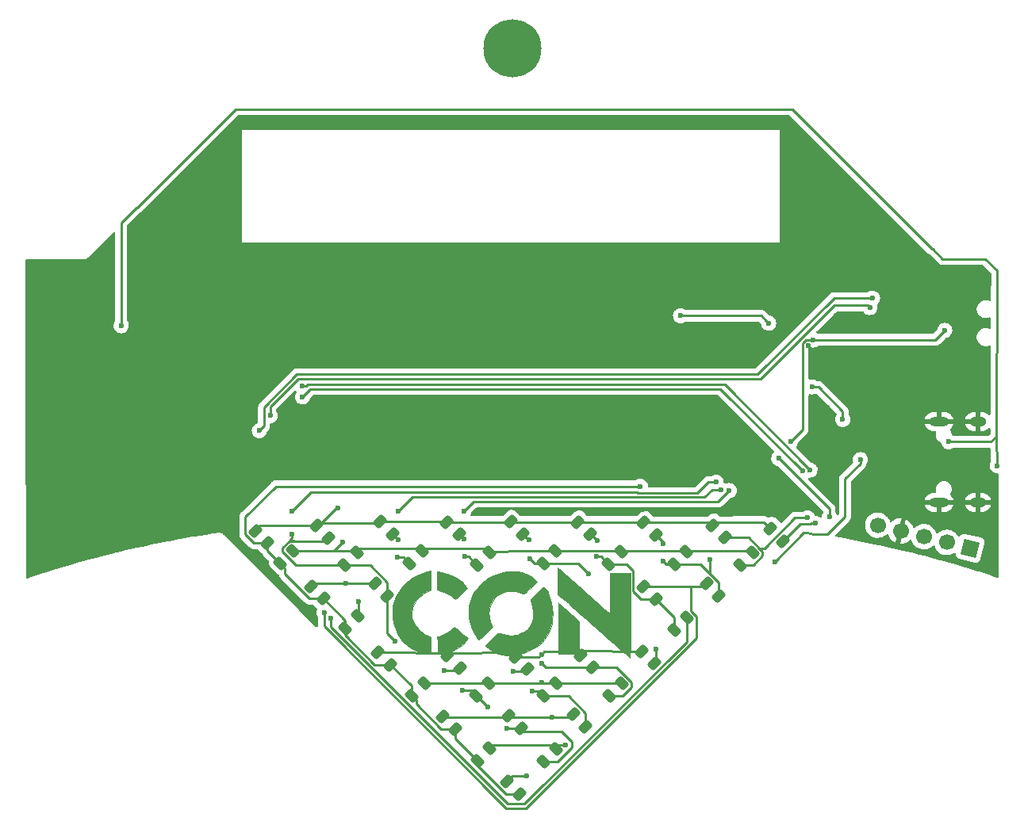
<source format=gbr>
G04 #@! TF.GenerationSoftware,KiCad,Pcbnew,(5.99.0-8823-g4657ca5d4f)*
G04 #@! TF.CreationDate,2021-02-07T20:13:51-06:00*
G04 #@! TF.ProjectId,BlueTeamCon,426c7565-5465-4616-9d43-6f6e2e6b6963,rev?*
G04 #@! TF.SameCoordinates,Original*
G04 #@! TF.FileFunction,Copper,L1,Top*
G04 #@! TF.FilePolarity,Positive*
%FSLAX46Y46*%
G04 Gerber Fmt 4.6, Leading zero omitted, Abs format (unit mm)*
G04 Created by KiCad (PCBNEW (5.99.0-8823-g4657ca5d4f)) date 2021-02-07 20:13:51*
%MOMM*%
%LPD*%
G01*
G04 APERTURE LIST*
G04 Aperture macros list*
%AMRoundRect*
0 Rectangle with rounded corners*
0 $1 Rounding radius*
0 $2 $3 $4 $5 $6 $7 $8 $9 X,Y pos of 4 corners*
0 Add a 4 corners polygon primitive as box body*
4,1,4,$2,$3,$4,$5,$6,$7,$8,$9,$2,$3,0*
0 Add four circle primitives for the rounded corners*
1,1,$1+$1,$2,$3*
1,1,$1+$1,$4,$5*
1,1,$1+$1,$6,$7*
1,1,$1+$1,$8,$9*
0 Add four rect primitives between the rounded corners*
20,1,$1+$1,$2,$3,$4,$5,0*
20,1,$1+$1,$4,$5,$6,$7,0*
20,1,$1+$1,$6,$7,$8,$9,0*
20,1,$1+$1,$8,$9,$2,$3,0*%
%AMHorizOval*
0 Thick line with rounded ends*
0 $1 width*
0 $2 $3 position (X,Y) of the first rounded end (center of the circle)*
0 $4 $5 position (X,Y) of the second rounded end (center of the circle)*
0 Add line between two ends*
20,1,$1,$2,$3,$4,$5,0*
0 Add two circle primitives to create the rounded ends*
1,1,$1,$2,$3*
1,1,$1,$4,$5*%
%AMRotRect*
0 Rectangle, with rotation*
0 The origin of the aperture is its center*
0 $1 length*
0 $2 width*
0 $3 Rotation angle, in degrees counterclockwise*
0 Add horizontal line*
21,1,$1,$2,0,0,$3*%
G04 Aperture macros list end*
G04 #@! TA.AperFunction,EtchedComponent*
%ADD10C,0.010000*%
G04 #@! TD*
G04 #@! TA.AperFunction,SMDPad,CuDef*
%ADD11RoundRect,0.243750X0.494975X0.150260X0.150260X0.494975X-0.494975X-0.150260X-0.150260X-0.494975X0*%
G04 #@! TD*
G04 #@! TA.AperFunction,SMDPad,CuDef*
%ADD12RoundRect,0.243750X0.150260X-0.494975X0.494975X-0.150260X-0.150260X0.494975X-0.494975X0.150260X0*%
G04 #@! TD*
G04 #@! TA.AperFunction,ComponentPad*
%ADD13C,6.200000*%
G04 #@! TD*
G04 #@! TA.AperFunction,ComponentPad*
%ADD14RotRect,1.700000X1.700000X76.000000*%
G04 #@! TD*
G04 #@! TA.AperFunction,ComponentPad*
%ADD15HorizOval,1.700000X0.000000X0.000000X0.000000X0.000000X0*%
G04 #@! TD*
G04 #@! TA.AperFunction,ComponentPad*
%ADD16O,2.100000X1.000000*%
G04 #@! TD*
G04 #@! TA.AperFunction,ComponentPad*
%ADD17O,1.800000X1.000000*%
G04 #@! TD*
G04 #@! TA.AperFunction,ViaPad*
%ADD18C,0.600000*%
G04 #@! TD*
G04 #@! TA.AperFunction,Conductor*
%ADD19C,0.250000*%
G04 #@! TD*
G04 APERTURE END LIST*
D10*
X149877588Y-115313054D02*
X150289718Y-115680368D01*
X150289718Y-115680368D02*
X150683728Y-116031107D01*
X150683728Y-116031107D02*
X151055052Y-116361229D01*
X151055052Y-116361229D02*
X151399121Y-116666693D01*
X151399121Y-116666693D02*
X151711369Y-116943459D01*
X151711369Y-116943459D02*
X151987228Y-117187485D01*
X151987228Y-117187485D02*
X152222131Y-117394730D01*
X152222131Y-117394730D02*
X152411511Y-117561154D01*
X152411511Y-117561154D02*
X152550800Y-117682716D01*
X152550800Y-117682716D02*
X152635430Y-117755374D01*
X152635430Y-117755374D02*
X152661005Y-117775667D01*
X152661005Y-117775667D02*
X152665249Y-117734650D01*
X152665249Y-117734650D02*
X152669224Y-117616864D01*
X152669224Y-117616864D02*
X152672850Y-117430207D01*
X152672850Y-117430207D02*
X152676046Y-117182576D01*
X152676046Y-117182576D02*
X152678735Y-116881869D01*
X152678735Y-116881869D02*
X152680835Y-116535984D01*
X152680835Y-116535984D02*
X152682267Y-116152819D01*
X152682267Y-116152819D02*
X152682952Y-115740270D01*
X152682952Y-115740270D02*
X152683000Y-115595500D01*
X152683000Y-115595500D02*
X152683000Y-113415333D01*
X152683000Y-113415333D02*
X154842000Y-113415333D01*
X154842000Y-113415333D02*
X154842000Y-117945000D01*
X154842000Y-117945000D02*
X154841710Y-118556506D01*
X154841710Y-118556506D02*
X154840864Y-119143697D01*
X154840864Y-119143697D02*
X154839502Y-119701096D01*
X154839502Y-119701096D02*
X154837662Y-120223227D01*
X154837662Y-120223227D02*
X154835382Y-120704611D01*
X154835382Y-120704611D02*
X154832701Y-121139773D01*
X154832701Y-121139773D02*
X154829656Y-121523234D01*
X154829656Y-121523234D02*
X154826287Y-121849519D01*
X154826287Y-121849519D02*
X154822632Y-122113150D01*
X154822632Y-122113150D02*
X154818729Y-122308650D01*
X154818729Y-122308650D02*
X154814617Y-122430542D01*
X154814617Y-122430542D02*
X154810333Y-122473349D01*
X154810333Y-122473349D02*
X154810250Y-122473361D01*
X154810250Y-122473361D02*
X154775048Y-122445680D01*
X154775048Y-122445680D02*
X154680497Y-122365317D01*
X154680497Y-122365317D02*
X154530585Y-122235776D01*
X154530585Y-122235776D02*
X154329301Y-122060557D01*
X154329301Y-122060557D02*
X154080633Y-121843165D01*
X154080633Y-121843165D02*
X153788570Y-121587103D01*
X153788570Y-121587103D02*
X153457101Y-121295872D01*
X153457101Y-121295872D02*
X153090215Y-120972976D01*
X153090215Y-120972976D02*
X152691900Y-120621917D01*
X152691900Y-120621917D02*
X152266144Y-120246198D01*
X152266144Y-120246198D02*
X151816937Y-119849321D01*
X151816937Y-119849321D02*
X151348268Y-119434791D01*
X151348268Y-119434791D02*
X151116667Y-119229779D01*
X151116667Y-119229779D02*
X150636447Y-118804583D01*
X150636447Y-118804583D02*
X150171522Y-118392935D01*
X150171522Y-118392935D02*
X149726103Y-117998562D01*
X149726103Y-117998562D02*
X149304402Y-117625193D01*
X149304402Y-117625193D02*
X148910628Y-117276557D01*
X148910628Y-117276557D02*
X148548995Y-116956382D01*
X148548995Y-116956382D02*
X148223713Y-116668397D01*
X148223713Y-116668397D02*
X147938994Y-116416329D01*
X147938994Y-116416329D02*
X147699048Y-116203908D01*
X147699048Y-116203908D02*
X147508087Y-116034862D01*
X147508087Y-116034862D02*
X147370322Y-115912919D01*
X147370322Y-115912919D02*
X147289965Y-115841808D01*
X147289965Y-115841808D02*
X147274340Y-115827989D01*
X147274340Y-115827989D02*
X147093847Y-115668477D01*
X147093847Y-115668477D02*
X147116167Y-112850441D01*
X147116167Y-112850441D02*
X149877588Y-115313054D01*
X149877588Y-115313054D02*
X149877588Y-115313054D01*
G36*
X149877588Y-115313054D02*
G01*
X150289718Y-115680368D01*
X150683728Y-116031107D01*
X151055052Y-116361229D01*
X151399121Y-116666693D01*
X151711369Y-116943459D01*
X151987228Y-117187485D01*
X152222131Y-117394730D01*
X152411511Y-117561154D01*
X152550800Y-117682716D01*
X152635430Y-117755374D01*
X152661005Y-117775667D01*
X152665249Y-117734650D01*
X152669224Y-117616864D01*
X152672850Y-117430207D01*
X152676046Y-117182576D01*
X152678735Y-116881869D01*
X152680835Y-116535984D01*
X152682267Y-116152819D01*
X152682952Y-115740270D01*
X152683000Y-115595500D01*
X152683000Y-113415333D01*
X154842000Y-113415333D01*
X154842000Y-117945000D01*
X154841710Y-118556506D01*
X154840864Y-119143697D01*
X154839502Y-119701096D01*
X154837662Y-120223227D01*
X154835382Y-120704611D01*
X154832701Y-121139773D01*
X154829656Y-121523234D01*
X154826287Y-121849519D01*
X154822632Y-122113150D01*
X154818729Y-122308650D01*
X154814617Y-122430542D01*
X154810333Y-122473349D01*
X154810250Y-122473361D01*
X154775048Y-122445680D01*
X154680497Y-122365317D01*
X154530585Y-122235776D01*
X154329301Y-122060557D01*
X154080633Y-121843165D01*
X153788570Y-121587103D01*
X153457101Y-121295872D01*
X153090215Y-120972976D01*
X152691900Y-120621917D01*
X152266144Y-120246198D01*
X151816937Y-119849321D01*
X151348268Y-119434791D01*
X151116667Y-119229779D01*
X150636447Y-118804583D01*
X150171522Y-118392935D01*
X149726103Y-117998562D01*
X149304402Y-117625193D01*
X148910628Y-117276557D01*
X148548995Y-116956382D01*
X148223713Y-116668397D01*
X147938994Y-116416329D01*
X147699048Y-116203908D01*
X147508087Y-116034862D01*
X147370322Y-115912919D01*
X147289965Y-115841808D01*
X147274340Y-115827989D01*
X147093847Y-115668477D01*
X147116167Y-112850441D01*
X149877588Y-115313054D01*
G37*
X149877588Y-115313054D02*
X150289718Y-115680368D01*
X150683728Y-116031107D01*
X151055052Y-116361229D01*
X151399121Y-116666693D01*
X151711369Y-116943459D01*
X151987228Y-117187485D01*
X152222131Y-117394730D01*
X152411511Y-117561154D01*
X152550800Y-117682716D01*
X152635430Y-117755374D01*
X152661005Y-117775667D01*
X152665249Y-117734650D01*
X152669224Y-117616864D01*
X152672850Y-117430207D01*
X152676046Y-117182576D01*
X152678735Y-116881869D01*
X152680835Y-116535984D01*
X152682267Y-116152819D01*
X152682952Y-115740270D01*
X152683000Y-115595500D01*
X152683000Y-113415333D01*
X154842000Y-113415333D01*
X154842000Y-117945000D01*
X154841710Y-118556506D01*
X154840864Y-119143697D01*
X154839502Y-119701096D01*
X154837662Y-120223227D01*
X154835382Y-120704611D01*
X154832701Y-121139773D01*
X154829656Y-121523234D01*
X154826287Y-121849519D01*
X154822632Y-122113150D01*
X154818729Y-122308650D01*
X154814617Y-122430542D01*
X154810333Y-122473349D01*
X154810250Y-122473361D01*
X154775048Y-122445680D01*
X154680497Y-122365317D01*
X154530585Y-122235776D01*
X154329301Y-122060557D01*
X154080633Y-121843165D01*
X153788570Y-121587103D01*
X153457101Y-121295872D01*
X153090215Y-120972976D01*
X152691900Y-120621917D01*
X152266144Y-120246198D01*
X151816937Y-119849321D01*
X151348268Y-119434791D01*
X151116667Y-119229779D01*
X150636447Y-118804583D01*
X150171522Y-118392935D01*
X149726103Y-117998562D01*
X149304402Y-117625193D01*
X148910628Y-117276557D01*
X148548995Y-116956382D01*
X148223713Y-116668397D01*
X147938994Y-116416329D01*
X147699048Y-116203908D01*
X147508087Y-116034862D01*
X147370322Y-115912919D01*
X147289965Y-115841808D01*
X147274340Y-115827989D01*
X147093847Y-115668477D01*
X147116167Y-112850441D01*
X149877588Y-115313054D01*
X147172177Y-116604707D02*
X147263108Y-116676074D01*
X147263108Y-116676074D02*
X147402335Y-116791851D01*
X147402335Y-116791851D02*
X147582606Y-116945851D01*
X147582606Y-116945851D02*
X147796670Y-117131885D01*
X147796670Y-117131885D02*
X148037275Y-117343765D01*
X148037275Y-117343765D02*
X148269750Y-117550753D01*
X148269750Y-117550753D02*
X149381000Y-118545129D01*
X149381000Y-118545129D02*
X149381000Y-122051333D01*
X149381000Y-122051333D02*
X147143889Y-122051333D01*
X147143889Y-122051333D02*
X147129488Y-119331417D01*
X147129488Y-119331417D02*
X147127319Y-118859195D01*
X147127319Y-118859195D02*
X147125908Y-118412137D01*
X147125908Y-118412137D02*
X147125236Y-117997408D01*
X147125236Y-117997408D02*
X147125284Y-117622175D01*
X147125284Y-117622175D02*
X147126033Y-117293605D01*
X147126033Y-117293605D02*
X147127463Y-117018863D01*
X147127463Y-117018863D02*
X147129556Y-116805115D01*
X147129556Y-116805115D02*
X147132293Y-116659529D01*
X147132293Y-116659529D02*
X147135655Y-116589270D01*
X147135655Y-116589270D02*
X147136793Y-116583938D01*
X147136793Y-116583938D02*
X147172177Y-116604707D01*
X147172177Y-116604707D02*
X147172177Y-116604707D01*
G36*
X147172177Y-116604707D02*
G01*
X147263108Y-116676074D01*
X147402335Y-116791851D01*
X147582606Y-116945851D01*
X147796670Y-117131885D01*
X148037275Y-117343765D01*
X148269750Y-117550753D01*
X149381000Y-118545129D01*
X149381000Y-122051333D01*
X147143889Y-122051333D01*
X147129488Y-119331417D01*
X147127319Y-118859195D01*
X147125908Y-118412137D01*
X147125236Y-117997408D01*
X147125284Y-117622175D01*
X147126033Y-117293605D01*
X147127463Y-117018863D01*
X147129556Y-116805115D01*
X147132293Y-116659529D01*
X147135655Y-116589270D01*
X147136793Y-116583938D01*
X147172177Y-116604707D01*
G37*
X147172177Y-116604707D02*
X147263108Y-116676074D01*
X147402335Y-116791851D01*
X147582606Y-116945851D01*
X147796670Y-117131885D01*
X148037275Y-117343765D01*
X148269750Y-117550753D01*
X149381000Y-118545129D01*
X149381000Y-122051333D01*
X147143889Y-122051333D01*
X147129488Y-119331417D01*
X147127319Y-118859195D01*
X147125908Y-118412137D01*
X147125236Y-117997408D01*
X147125284Y-117622175D01*
X147126033Y-117293605D01*
X147127463Y-117018863D01*
X147129556Y-116805115D01*
X147132293Y-116659529D01*
X147135655Y-116589270D01*
X147136793Y-116583938D01*
X147172177Y-116604707D01*
X133503617Y-114187110D02*
X133501235Y-115214500D01*
X133501235Y-115214500D02*
X133205123Y-115355809D01*
X133205123Y-115355809D02*
X132748345Y-115615859D01*
X132748345Y-115615859D02*
X132357466Y-115928080D01*
X132357466Y-115928080D02*
X132033622Y-116291149D01*
X132033622Y-116291149D02*
X131777951Y-116703745D01*
X131777951Y-116703745D02*
X131591591Y-117164544D01*
X131591591Y-117164544D02*
X131561505Y-117266816D01*
X131561505Y-117266816D02*
X131501309Y-117521364D01*
X131501309Y-117521364D02*
X131478587Y-117734874D01*
X131478587Y-117734874D02*
X131492562Y-117941842D01*
X131492562Y-117941842D02*
X131541155Y-118171723D01*
X131541155Y-118171723D02*
X131694099Y-118598649D01*
X131694099Y-118598649D02*
X131927679Y-119005335D01*
X131927679Y-119005335D02*
X132243021Y-119393657D01*
X132243021Y-119393657D02*
X132321174Y-119474494D01*
X132321174Y-119474494D02*
X132501590Y-119649799D01*
X132501590Y-119649799D02*
X132654014Y-119779984D01*
X132654014Y-119779984D02*
X132805158Y-119884546D01*
X132805158Y-119884546D02*
X132981734Y-119982985D01*
X132981734Y-119982985D02*
X133095311Y-120039609D01*
X133095311Y-120039609D02*
X133506000Y-120239397D01*
X133506000Y-120239397D02*
X133506000Y-122051333D01*
X133506000Y-122051333D02*
X133389583Y-122047145D01*
X133389583Y-122047145D02*
X133292713Y-122038704D01*
X133292713Y-122038704D02*
X133141710Y-122020151D01*
X133141710Y-122020151D02*
X132965977Y-121995163D01*
X132965977Y-121995163D02*
X132930214Y-121989681D01*
X132930214Y-121989681D02*
X132338417Y-121859398D01*
X132338417Y-121859398D02*
X131796489Y-121661043D01*
X131796489Y-121661043D02*
X131306194Y-121396215D01*
X131306194Y-121396215D02*
X130869294Y-121066514D01*
X130869294Y-121066514D02*
X130487550Y-120673538D01*
X130487550Y-120673538D02*
X130162726Y-120218887D01*
X130162726Y-120218887D02*
X129896583Y-119704160D01*
X129896583Y-119704160D02*
X129690883Y-119130957D01*
X129690883Y-119130957D02*
X129660662Y-119022627D01*
X129660662Y-119022627D02*
X129569616Y-118624463D01*
X129569616Y-118624463D02*
X129499649Y-118200664D01*
X129499649Y-118200664D02*
X129455722Y-117786808D01*
X129455722Y-117786808D02*
X129442546Y-117458167D01*
X129442546Y-117458167D02*
X129483808Y-116961329D01*
X129483808Y-116961329D02*
X129603415Y-116465440D01*
X129603415Y-116465440D02*
X129795280Y-115977761D01*
X129795280Y-115977761D02*
X130053318Y-115505553D01*
X130053318Y-115505553D02*
X130371441Y-115056075D01*
X130371441Y-115056075D02*
X130743563Y-114636590D01*
X130743563Y-114636590D02*
X131163598Y-114254359D01*
X131163598Y-114254359D02*
X131625460Y-113916641D01*
X131625460Y-113916641D02*
X132123061Y-113630697D01*
X132123061Y-113630697D02*
X132650317Y-113403790D01*
X132650317Y-113403790D02*
X132913333Y-113317626D01*
X132913333Y-113317626D02*
X133091319Y-113266146D01*
X133091319Y-113266146D02*
X133251181Y-113221550D01*
X133251181Y-113221550D02*
X133365945Y-113191309D01*
X133365945Y-113191309D02*
X133389583Y-113185695D01*
X133389583Y-113185695D02*
X133506000Y-113159720D01*
X133506000Y-113159720D02*
X133503617Y-114187110D01*
X133503617Y-114187110D02*
X133503617Y-114187110D01*
G36*
X133503617Y-114187110D02*
G01*
X133501235Y-115214500D01*
X133205123Y-115355809D01*
X132748345Y-115615859D01*
X132357466Y-115928080D01*
X132033622Y-116291149D01*
X131777951Y-116703745D01*
X131591591Y-117164544D01*
X131561505Y-117266816D01*
X131501309Y-117521364D01*
X131478587Y-117734874D01*
X131492562Y-117941842D01*
X131541155Y-118171723D01*
X131694099Y-118598649D01*
X131927679Y-119005335D01*
X132243021Y-119393657D01*
X132321174Y-119474494D01*
X132501590Y-119649799D01*
X132654014Y-119779984D01*
X132805158Y-119884546D01*
X132981734Y-119982985D01*
X133095311Y-120039609D01*
X133506000Y-120239397D01*
X133506000Y-122051333D01*
X133389583Y-122047145D01*
X133292713Y-122038704D01*
X133141710Y-122020151D01*
X132965977Y-121995163D01*
X132930214Y-121989681D01*
X132338417Y-121859398D01*
X131796489Y-121661043D01*
X131306194Y-121396215D01*
X130869294Y-121066514D01*
X130487550Y-120673538D01*
X130162726Y-120218887D01*
X129896583Y-119704160D01*
X129690883Y-119130957D01*
X129660662Y-119022627D01*
X129569616Y-118624463D01*
X129499649Y-118200664D01*
X129455722Y-117786808D01*
X129442546Y-117458167D01*
X129483808Y-116961329D01*
X129603415Y-116465440D01*
X129795280Y-115977761D01*
X130053318Y-115505553D01*
X130371441Y-115056075D01*
X130743563Y-114636590D01*
X131163598Y-114254359D01*
X131625460Y-113916641D01*
X132123061Y-113630697D01*
X132650317Y-113403790D01*
X132913333Y-113317626D01*
X133091319Y-113266146D01*
X133251181Y-113221550D01*
X133365945Y-113191309D01*
X133389583Y-113185695D01*
X133506000Y-113159720D01*
X133503617Y-114187110D01*
G37*
X133503617Y-114187110D02*
X133501235Y-115214500D01*
X133205123Y-115355809D01*
X132748345Y-115615859D01*
X132357466Y-115928080D01*
X132033622Y-116291149D01*
X131777951Y-116703745D01*
X131591591Y-117164544D01*
X131561505Y-117266816D01*
X131501309Y-117521364D01*
X131478587Y-117734874D01*
X131492562Y-117941842D01*
X131541155Y-118171723D01*
X131694099Y-118598649D01*
X131927679Y-119005335D01*
X132243021Y-119393657D01*
X132321174Y-119474494D01*
X132501590Y-119649799D01*
X132654014Y-119779984D01*
X132805158Y-119884546D01*
X132981734Y-119982985D01*
X133095311Y-120039609D01*
X133506000Y-120239397D01*
X133506000Y-122051333D01*
X133389583Y-122047145D01*
X133292713Y-122038704D01*
X133141710Y-122020151D01*
X132965977Y-121995163D01*
X132930214Y-121989681D01*
X132338417Y-121859398D01*
X131796489Y-121661043D01*
X131306194Y-121396215D01*
X130869294Y-121066514D01*
X130487550Y-120673538D01*
X130162726Y-120218887D01*
X129896583Y-119704160D01*
X129690883Y-119130957D01*
X129660662Y-119022627D01*
X129569616Y-118624463D01*
X129499649Y-118200664D01*
X129455722Y-117786808D01*
X129442546Y-117458167D01*
X129483808Y-116961329D01*
X129603415Y-116465440D01*
X129795280Y-115977761D01*
X130053318Y-115505553D01*
X130371441Y-115056075D01*
X130743563Y-114636590D01*
X131163598Y-114254359D01*
X131625460Y-113916641D01*
X132123061Y-113630697D01*
X132650317Y-113403790D01*
X132913333Y-113317626D01*
X133091319Y-113266146D01*
X133251181Y-113221550D01*
X133365945Y-113191309D01*
X133389583Y-113185695D01*
X133506000Y-113159720D01*
X133503617Y-114187110D01*
X142763651Y-113277901D02*
X143240795Y-113359023D01*
X143240795Y-113359023D02*
X143687136Y-113496770D01*
X143687136Y-113496770D02*
X144093849Y-113691954D01*
X144093849Y-113691954D02*
X144452110Y-113945387D01*
X144452110Y-113945387D02*
X144565106Y-114048669D01*
X144565106Y-114048669D02*
X144688760Y-114174081D01*
X144688760Y-114174081D02*
X144784669Y-114279799D01*
X144784669Y-114279799D02*
X144839560Y-114350744D01*
X144839560Y-114350744D02*
X144847461Y-114369445D01*
X144847461Y-114369445D02*
X144816553Y-114409139D01*
X144816553Y-114409139D02*
X144732370Y-114496920D01*
X144732370Y-114496920D02*
X144604113Y-114623737D01*
X144604113Y-114623737D02*
X144440988Y-114780538D01*
X144440988Y-114780538D02*
X144252196Y-114958272D01*
X144252196Y-114958272D02*
X144188218Y-115017764D01*
X144188218Y-115017764D02*
X143960903Y-115226708D01*
X143960903Y-115226708D02*
X143785989Y-115382679D01*
X143785989Y-115382679D02*
X143655414Y-115491968D01*
X143655414Y-115491968D02*
X143561114Y-115560867D01*
X143561114Y-115560867D02*
X143495025Y-115595668D01*
X143495025Y-115595668D02*
X143449083Y-115602663D01*
X143449083Y-115602663D02*
X143440674Y-115601041D01*
X143440674Y-115601041D02*
X143359845Y-115579263D01*
X143359845Y-115579263D02*
X143221524Y-115541561D01*
X143221524Y-115541561D02*
X143049837Y-115494519D01*
X143049837Y-115494519D02*
X142967500Y-115471887D01*
X142967500Y-115471887D02*
X142557523Y-115390956D01*
X142557523Y-115390956D02*
X142141912Y-115367844D01*
X142141912Y-115367844D02*
X141733618Y-115399542D01*
X141733618Y-115399542D02*
X141345591Y-115483042D01*
X141345591Y-115483042D02*
X140990783Y-115615333D01*
X140990783Y-115615333D02*
X140682145Y-115793409D01*
X140682145Y-115793409D02*
X140432628Y-116014259D01*
X140432628Y-116014259D02*
X140383912Y-116072114D01*
X140383912Y-116072114D02*
X140102834Y-116473914D01*
X140102834Y-116473914D02*
X139902996Y-116870977D01*
X139902996Y-116870977D02*
X139783247Y-117271294D01*
X139783247Y-117271294D02*
X139742437Y-117682856D01*
X139742437Y-117682856D02*
X139779415Y-118113655D01*
X139779415Y-118113655D02*
X139893030Y-118571682D01*
X139893030Y-118571682D02*
X139986173Y-118834000D01*
X139986173Y-118834000D02*
X140044133Y-118988632D01*
X140044133Y-118988632D02*
X140087544Y-119115017D01*
X140087544Y-119115017D02*
X140108829Y-119190774D01*
X140108829Y-119190774D02*
X140109805Y-119199129D01*
X140109805Y-119199129D02*
X140079858Y-119237090D01*
X140079858Y-119237090D02*
X139997145Y-119321069D01*
X139997145Y-119321069D02*
X139872505Y-119441197D01*
X139872505Y-119441197D02*
X139716773Y-119587606D01*
X139716773Y-119587606D02*
X139540788Y-119750427D01*
X139540788Y-119750427D02*
X139355386Y-119919793D01*
X139355386Y-119919793D02*
X139171404Y-120085836D01*
X139171404Y-120085836D02*
X138999679Y-120238686D01*
X138999679Y-120238686D02*
X138851049Y-120368477D01*
X138851049Y-120368477D02*
X138736350Y-120465339D01*
X138736350Y-120465339D02*
X138666420Y-120519404D01*
X138666420Y-120519404D02*
X138651196Y-120527333D01*
X138651196Y-120527333D02*
X138616885Y-120495794D01*
X138616885Y-120495794D02*
X138546656Y-120412196D01*
X138546656Y-120412196D02*
X138454232Y-120293070D01*
X138454232Y-120293070D02*
X138431551Y-120262750D01*
X138431551Y-120262750D02*
X138269328Y-120015980D01*
X138269328Y-120015980D02*
X138104459Y-119715800D01*
X138104459Y-119715800D02*
X137951040Y-119391797D01*
X137951040Y-119391797D02*
X137823170Y-119073553D01*
X137823170Y-119073553D02*
X137740617Y-118812833D01*
X137740617Y-118812833D02*
X137620007Y-118198366D01*
X137620007Y-118198366D02*
X137581324Y-117595625D01*
X137581324Y-117595625D02*
X137623370Y-117009001D01*
X137623370Y-117009001D02*
X137744949Y-116442886D01*
X137744949Y-116442886D02*
X137944864Y-115901673D01*
X137944864Y-115901673D02*
X138221918Y-115389752D01*
X138221918Y-115389752D02*
X138574915Y-114911517D01*
X138574915Y-114911517D02*
X138896645Y-114570025D01*
X138896645Y-114570025D02*
X139302500Y-114227367D01*
X139302500Y-114227367D02*
X139748154Y-113934841D01*
X139748154Y-113934841D02*
X140224782Y-113693258D01*
X140224782Y-113693258D02*
X140723559Y-113503430D01*
X140723559Y-113503430D02*
X141235660Y-113366169D01*
X141235660Y-113366169D02*
X141752259Y-113282286D01*
X141752259Y-113282286D02*
X142264531Y-113252592D01*
X142264531Y-113252592D02*
X142763651Y-113277901D01*
X142763651Y-113277901D02*
X142763651Y-113277901D01*
G36*
X142763651Y-113277901D02*
G01*
X143240795Y-113359023D01*
X143687136Y-113496770D01*
X144093849Y-113691954D01*
X144452110Y-113945387D01*
X144565106Y-114048669D01*
X144688760Y-114174081D01*
X144784669Y-114279799D01*
X144839560Y-114350744D01*
X144847461Y-114369445D01*
X144816553Y-114409139D01*
X144732370Y-114496920D01*
X144604113Y-114623737D01*
X144440988Y-114780538D01*
X144252196Y-114958272D01*
X144188218Y-115017764D01*
X143960903Y-115226708D01*
X143785989Y-115382679D01*
X143655414Y-115491968D01*
X143561114Y-115560867D01*
X143495025Y-115595668D01*
X143449083Y-115602663D01*
X143440674Y-115601041D01*
X143359845Y-115579263D01*
X143221524Y-115541561D01*
X143049837Y-115494519D01*
X142967500Y-115471887D01*
X142557523Y-115390956D01*
X142141912Y-115367844D01*
X141733618Y-115399542D01*
X141345591Y-115483042D01*
X140990783Y-115615333D01*
X140682145Y-115793409D01*
X140432628Y-116014259D01*
X140383912Y-116072114D01*
X140102834Y-116473914D01*
X139902996Y-116870977D01*
X139783247Y-117271294D01*
X139742437Y-117682856D01*
X139779415Y-118113655D01*
X139893030Y-118571682D01*
X139986173Y-118834000D01*
X140044133Y-118988632D01*
X140087544Y-119115017D01*
X140108829Y-119190774D01*
X140109805Y-119199129D01*
X140079858Y-119237090D01*
X139997145Y-119321069D01*
X139872505Y-119441197D01*
X139716773Y-119587606D01*
X139540788Y-119750427D01*
X139355386Y-119919793D01*
X139171404Y-120085836D01*
X138999679Y-120238686D01*
X138851049Y-120368477D01*
X138736350Y-120465339D01*
X138666420Y-120519404D01*
X138651196Y-120527333D01*
X138616885Y-120495794D01*
X138546656Y-120412196D01*
X138454232Y-120293070D01*
X138431551Y-120262750D01*
X138269328Y-120015980D01*
X138104459Y-119715800D01*
X137951040Y-119391797D01*
X137823170Y-119073553D01*
X137740617Y-118812833D01*
X137620007Y-118198366D01*
X137581324Y-117595625D01*
X137623370Y-117009001D01*
X137744949Y-116442886D01*
X137944864Y-115901673D01*
X138221918Y-115389752D01*
X138574915Y-114911517D01*
X138896645Y-114570025D01*
X139302500Y-114227367D01*
X139748154Y-113934841D01*
X140224782Y-113693258D01*
X140723559Y-113503430D01*
X141235660Y-113366169D01*
X141752259Y-113282286D01*
X142264531Y-113252592D01*
X142763651Y-113277901D01*
G37*
X142763651Y-113277901D02*
X143240795Y-113359023D01*
X143687136Y-113496770D01*
X144093849Y-113691954D01*
X144452110Y-113945387D01*
X144565106Y-114048669D01*
X144688760Y-114174081D01*
X144784669Y-114279799D01*
X144839560Y-114350744D01*
X144847461Y-114369445D01*
X144816553Y-114409139D01*
X144732370Y-114496920D01*
X144604113Y-114623737D01*
X144440988Y-114780538D01*
X144252196Y-114958272D01*
X144188218Y-115017764D01*
X143960903Y-115226708D01*
X143785989Y-115382679D01*
X143655414Y-115491968D01*
X143561114Y-115560867D01*
X143495025Y-115595668D01*
X143449083Y-115602663D01*
X143440674Y-115601041D01*
X143359845Y-115579263D01*
X143221524Y-115541561D01*
X143049837Y-115494519D01*
X142967500Y-115471887D01*
X142557523Y-115390956D01*
X142141912Y-115367844D01*
X141733618Y-115399542D01*
X141345591Y-115483042D01*
X140990783Y-115615333D01*
X140682145Y-115793409D01*
X140432628Y-116014259D01*
X140383912Y-116072114D01*
X140102834Y-116473914D01*
X139902996Y-116870977D01*
X139783247Y-117271294D01*
X139742437Y-117682856D01*
X139779415Y-118113655D01*
X139893030Y-118571682D01*
X139986173Y-118834000D01*
X140044133Y-118988632D01*
X140087544Y-119115017D01*
X140108829Y-119190774D01*
X140109805Y-119199129D01*
X140079858Y-119237090D01*
X139997145Y-119321069D01*
X139872505Y-119441197D01*
X139716773Y-119587606D01*
X139540788Y-119750427D01*
X139355386Y-119919793D01*
X139171404Y-120085836D01*
X138999679Y-120238686D01*
X138851049Y-120368477D01*
X138736350Y-120465339D01*
X138666420Y-120519404D01*
X138651196Y-120527333D01*
X138616885Y-120495794D01*
X138546656Y-120412196D01*
X138454232Y-120293070D01*
X138431551Y-120262750D01*
X138269328Y-120015980D01*
X138104459Y-119715800D01*
X137951040Y-119391797D01*
X137823170Y-119073553D01*
X137740617Y-118812833D01*
X137620007Y-118198366D01*
X137581324Y-117595625D01*
X137623370Y-117009001D01*
X137744949Y-116442886D01*
X137944864Y-115901673D01*
X138221918Y-115389752D01*
X138574915Y-114911517D01*
X138896645Y-114570025D01*
X139302500Y-114227367D01*
X139748154Y-113934841D01*
X140224782Y-113693258D01*
X140723559Y-113503430D01*
X141235660Y-113366169D01*
X141752259Y-113282286D01*
X142264531Y-113252592D01*
X142763651Y-113277901D01*
X145663909Y-114931597D02*
X145755029Y-115022242D01*
X145755029Y-115022242D02*
X145859566Y-115153551D01*
X145859566Y-115153551D02*
X145964276Y-115308519D01*
X145964276Y-115308519D02*
X146055913Y-115470141D01*
X146055913Y-115470141D02*
X146075075Y-115509270D01*
X146075075Y-115509270D02*
X146274123Y-116013918D01*
X146274123Y-116013918D02*
X146419890Y-116561974D01*
X146419890Y-116561974D02*
X146511266Y-117136079D01*
X146511266Y-117136079D02*
X146547137Y-117718874D01*
X146547137Y-117718874D02*
X146526392Y-118292999D01*
X146526392Y-118292999D02*
X146447919Y-118841095D01*
X146447919Y-118841095D02*
X146319239Y-119320833D01*
X146319239Y-119320833D02*
X146146945Y-119745596D01*
X146146945Y-119745596D02*
X145929611Y-120153699D01*
X145929611Y-120153699D02*
X145680412Y-120523541D01*
X145680412Y-120523541D02*
X145412525Y-120833521D01*
X145412525Y-120833521D02*
X145372980Y-120872152D01*
X145372980Y-120872152D02*
X145181794Y-121031169D01*
X145181794Y-121031169D02*
X144928708Y-121207429D01*
X144928708Y-121207429D02*
X144631946Y-121390808D01*
X144631946Y-121390808D02*
X144309729Y-121571184D01*
X144309729Y-121571184D02*
X143980281Y-121738434D01*
X143980281Y-121738434D02*
X143661824Y-121882436D01*
X143661824Y-121882436D02*
X143372581Y-121993065D01*
X143372581Y-121993065D02*
X143329905Y-122007097D01*
X143329905Y-122007097D02*
X142836105Y-122136144D01*
X142836105Y-122136144D02*
X142334806Y-122213021D01*
X142334806Y-122213021D02*
X141851544Y-122234656D01*
X141851544Y-122234656D02*
X141570500Y-122218809D01*
X141570500Y-122218809D02*
X141137753Y-122149852D01*
X141137753Y-122149852D02*
X140729083Y-122028736D01*
X140729083Y-122028736D02*
X140342833Y-121861897D01*
X140342833Y-121861897D02*
X140150630Y-121759688D01*
X140150630Y-121759688D02*
X139953121Y-121640868D01*
X139953121Y-121640868D02*
X139764193Y-121515463D01*
X139764193Y-121515463D02*
X139597733Y-121393502D01*
X139597733Y-121393502D02*
X139467627Y-121285013D01*
X139467627Y-121285013D02*
X139387763Y-121200024D01*
X139387763Y-121200024D02*
X139369167Y-121158813D01*
X139369167Y-121158813D02*
X139399053Y-121106290D01*
X139399053Y-121106290D02*
X139481279Y-121008433D01*
X139481279Y-121008433D02*
X139604696Y-120875925D01*
X139604696Y-120875925D02*
X139758153Y-120719446D01*
X139758153Y-120719446D02*
X139930502Y-120549677D01*
X139930502Y-120549677D02*
X140110593Y-120377300D01*
X140110593Y-120377300D02*
X140287277Y-120212994D01*
X140287277Y-120212994D02*
X140449404Y-120067442D01*
X140449404Y-120067442D02*
X140585825Y-119951324D01*
X140585825Y-119951324D02*
X140685390Y-119875321D01*
X140685390Y-119875321D02*
X140735377Y-119850000D01*
X140735377Y-119850000D02*
X140811509Y-119859409D01*
X140811509Y-119859409D02*
X140948231Y-119884805D01*
X140948231Y-119884805D02*
X141123920Y-119921944D01*
X141123920Y-119921944D02*
X141259830Y-119952965D01*
X141259830Y-119952965D02*
X141652471Y-120035787D01*
X141652471Y-120035787D02*
X141986405Y-120081926D01*
X141986405Y-120081926D02*
X142279877Y-120090018D01*
X142279877Y-120090018D02*
X142551128Y-120058696D01*
X142551128Y-120058696D02*
X142818402Y-119986596D01*
X142818402Y-119986596D02*
X143099942Y-119872352D01*
X143099942Y-119872352D02*
X143240332Y-119804737D01*
X143240332Y-119804737D02*
X143541751Y-119640805D01*
X143541751Y-119640805D02*
X143775607Y-119480574D01*
X143775607Y-119480574D02*
X143957189Y-119310315D01*
X143957189Y-119310315D02*
X144101787Y-119116296D01*
X144101787Y-119116296D02*
X144194810Y-118947651D01*
X144194810Y-118947651D02*
X144338352Y-118597806D01*
X144338352Y-118597806D02*
X144425718Y-118238169D01*
X144425718Y-118238169D02*
X144457510Y-117856253D01*
X144457510Y-117856253D02*
X144434330Y-117439572D01*
X144434330Y-117439572D02*
X144356781Y-116975638D01*
X144356781Y-116975638D02*
X144301450Y-116736623D01*
X144301450Y-116736623D02*
X144175386Y-116230500D01*
X144175386Y-116230500D02*
X144862609Y-115565369D01*
X144862609Y-115565369D02*
X145062660Y-115373724D01*
X145062660Y-115373724D02*
X145244199Y-115203552D01*
X145244199Y-115203552D02*
X145397922Y-115063273D01*
X145397922Y-115063273D02*
X145514523Y-114961309D01*
X145514523Y-114961309D02*
X145584697Y-114906078D01*
X145584697Y-114906078D02*
X145599451Y-114898619D01*
X145599451Y-114898619D02*
X145663909Y-114931597D01*
X145663909Y-114931597D02*
X145663909Y-114931597D01*
G36*
X145663909Y-114931597D02*
G01*
X145755029Y-115022242D01*
X145859566Y-115153551D01*
X145964276Y-115308519D01*
X146055913Y-115470141D01*
X146075075Y-115509270D01*
X146274123Y-116013918D01*
X146419890Y-116561974D01*
X146511266Y-117136079D01*
X146547137Y-117718874D01*
X146526392Y-118292999D01*
X146447919Y-118841095D01*
X146319239Y-119320833D01*
X146146945Y-119745596D01*
X145929611Y-120153699D01*
X145680412Y-120523541D01*
X145412525Y-120833521D01*
X145372980Y-120872152D01*
X145181794Y-121031169D01*
X144928708Y-121207429D01*
X144631946Y-121390808D01*
X144309729Y-121571184D01*
X143980281Y-121738434D01*
X143661824Y-121882436D01*
X143372581Y-121993065D01*
X143329905Y-122007097D01*
X142836105Y-122136144D01*
X142334806Y-122213021D01*
X141851544Y-122234656D01*
X141570500Y-122218809D01*
X141137753Y-122149852D01*
X140729083Y-122028736D01*
X140342833Y-121861897D01*
X140150630Y-121759688D01*
X139953121Y-121640868D01*
X139764193Y-121515463D01*
X139597733Y-121393502D01*
X139467627Y-121285013D01*
X139387763Y-121200024D01*
X139369167Y-121158813D01*
X139399053Y-121106290D01*
X139481279Y-121008433D01*
X139604696Y-120875925D01*
X139758153Y-120719446D01*
X139930502Y-120549677D01*
X140110593Y-120377300D01*
X140287277Y-120212994D01*
X140449404Y-120067442D01*
X140585825Y-119951324D01*
X140685390Y-119875321D01*
X140735377Y-119850000D01*
X140811509Y-119859409D01*
X140948231Y-119884805D01*
X141123920Y-119921944D01*
X141259830Y-119952965D01*
X141652471Y-120035787D01*
X141986405Y-120081926D01*
X142279877Y-120090018D01*
X142551128Y-120058696D01*
X142818402Y-119986596D01*
X143099942Y-119872352D01*
X143240332Y-119804737D01*
X143541751Y-119640805D01*
X143775607Y-119480574D01*
X143957189Y-119310315D01*
X144101787Y-119116296D01*
X144194810Y-118947651D01*
X144338352Y-118597806D01*
X144425718Y-118238169D01*
X144457510Y-117856253D01*
X144434330Y-117439572D01*
X144356781Y-116975638D01*
X144301450Y-116736623D01*
X144175386Y-116230500D01*
X144862609Y-115565369D01*
X145062660Y-115373724D01*
X145244199Y-115203552D01*
X145397922Y-115063273D01*
X145514523Y-114961309D01*
X145584697Y-114906078D01*
X145599451Y-114898619D01*
X145663909Y-114931597D01*
G37*
X145663909Y-114931597D02*
X145755029Y-115022242D01*
X145859566Y-115153551D01*
X145964276Y-115308519D01*
X146055913Y-115470141D01*
X146075075Y-115509270D01*
X146274123Y-116013918D01*
X146419890Y-116561974D01*
X146511266Y-117136079D01*
X146547137Y-117718874D01*
X146526392Y-118292999D01*
X146447919Y-118841095D01*
X146319239Y-119320833D01*
X146146945Y-119745596D01*
X145929611Y-120153699D01*
X145680412Y-120523541D01*
X145412525Y-120833521D01*
X145372980Y-120872152D01*
X145181794Y-121031169D01*
X144928708Y-121207429D01*
X144631946Y-121390808D01*
X144309729Y-121571184D01*
X143980281Y-121738434D01*
X143661824Y-121882436D01*
X143372581Y-121993065D01*
X143329905Y-122007097D01*
X142836105Y-122136144D01*
X142334806Y-122213021D01*
X141851544Y-122234656D01*
X141570500Y-122218809D01*
X141137753Y-122149852D01*
X140729083Y-122028736D01*
X140342833Y-121861897D01*
X140150630Y-121759688D01*
X139953121Y-121640868D01*
X139764193Y-121515463D01*
X139597733Y-121393502D01*
X139467627Y-121285013D01*
X139387763Y-121200024D01*
X139369167Y-121158813D01*
X139399053Y-121106290D01*
X139481279Y-121008433D01*
X139604696Y-120875925D01*
X139758153Y-120719446D01*
X139930502Y-120549677D01*
X140110593Y-120377300D01*
X140287277Y-120212994D01*
X140449404Y-120067442D01*
X140585825Y-119951324D01*
X140685390Y-119875321D01*
X140735377Y-119850000D01*
X140811509Y-119859409D01*
X140948231Y-119884805D01*
X141123920Y-119921944D01*
X141259830Y-119952965D01*
X141652471Y-120035787D01*
X141986405Y-120081926D01*
X142279877Y-120090018D01*
X142551128Y-120058696D01*
X142818402Y-119986596D01*
X143099942Y-119872352D01*
X143240332Y-119804737D01*
X143541751Y-119640805D01*
X143775607Y-119480574D01*
X143957189Y-119310315D01*
X144101787Y-119116296D01*
X144194810Y-118947651D01*
X144338352Y-118597806D01*
X144425718Y-118238169D01*
X144457510Y-117856253D01*
X144434330Y-117439572D01*
X144356781Y-116975638D01*
X144301450Y-116736623D01*
X144175386Y-116230500D01*
X144862609Y-115565369D01*
X145062660Y-115373724D01*
X145244199Y-115203552D01*
X145397922Y-115063273D01*
X145514523Y-114961309D01*
X145584697Y-114906078D01*
X145599451Y-114898619D01*
X145663909Y-114931597D01*
X134367826Y-113272636D02*
X134534048Y-113304557D01*
X134534048Y-113304557D02*
X134731989Y-113348780D01*
X134731989Y-113348780D02*
X134945134Y-113401496D01*
X134945134Y-113401496D02*
X135156966Y-113458893D01*
X135156966Y-113458893D02*
X135350966Y-113517162D01*
X135350966Y-113517162D02*
X135448274Y-113549669D01*
X135448274Y-113549669D02*
X135947801Y-113754041D01*
X135947801Y-113754041D02*
X136391277Y-113995235D01*
X136391277Y-113995235D02*
X136739650Y-114244558D01*
X136739650Y-114244558D02*
X136883865Y-114374723D01*
X136883865Y-114374723D02*
X137031710Y-114526948D01*
X137031710Y-114526948D02*
X137170239Y-114685531D01*
X137170239Y-114685531D02*
X137286509Y-114834768D01*
X137286509Y-114834768D02*
X137367577Y-114958956D01*
X137367577Y-114958956D02*
X137400499Y-115042392D01*
X137400499Y-115042392D02*
X137400667Y-115046496D01*
X137400667Y-115046496D02*
X137371639Y-115087595D01*
X137371639Y-115087595D02*
X137292126Y-115175419D01*
X137292126Y-115175419D02*
X137173480Y-115298863D01*
X137173480Y-115298863D02*
X137027053Y-115446820D01*
X137027053Y-115446820D02*
X136864200Y-115608185D01*
X136864200Y-115608185D02*
X136696272Y-115771853D01*
X136696272Y-115771853D02*
X136534622Y-115926717D01*
X136534622Y-115926717D02*
X136390604Y-116061672D01*
X136390604Y-116061672D02*
X136275570Y-116165613D01*
X136275570Y-116165613D02*
X136200873Y-116227433D01*
X136200873Y-116227433D02*
X136181179Y-116239432D01*
X136181179Y-116239432D02*
X136138499Y-116216827D01*
X136138499Y-116216827D02*
X136052214Y-116148893D01*
X136052214Y-116148893D02*
X135939439Y-116049303D01*
X135939439Y-116049303D02*
X135916252Y-116027765D01*
X135916252Y-116027765D02*
X135655303Y-115821588D01*
X135655303Y-115821588D02*
X135327780Y-115624707D01*
X135327780Y-115624707D02*
X134951773Y-115446989D01*
X134951773Y-115446989D02*
X134627833Y-115325113D01*
X134627833Y-115325113D02*
X134246833Y-115197331D01*
X134246833Y-115197331D02*
X134209704Y-114241155D01*
X134209704Y-114241155D02*
X134200048Y-113965219D01*
X134200048Y-113965219D02*
X134193428Y-113718355D01*
X134193428Y-113718355D02*
X134190010Y-113512875D01*
X134190010Y-113512875D02*
X134189957Y-113361088D01*
X134189957Y-113361088D02*
X134193435Y-113275304D01*
X134193435Y-113275304D02*
X134196615Y-113260940D01*
X134196615Y-113260940D02*
X134249843Y-113256827D01*
X134249843Y-113256827D02*
X134367826Y-113272636D01*
X134367826Y-113272636D02*
X134367826Y-113272636D01*
G36*
X134367826Y-113272636D02*
G01*
X134534048Y-113304557D01*
X134731989Y-113348780D01*
X134945134Y-113401496D01*
X135156966Y-113458893D01*
X135350966Y-113517162D01*
X135448274Y-113549669D01*
X135947801Y-113754041D01*
X136391277Y-113995235D01*
X136739650Y-114244558D01*
X136883865Y-114374723D01*
X137031710Y-114526948D01*
X137170239Y-114685531D01*
X137286509Y-114834768D01*
X137367577Y-114958956D01*
X137400499Y-115042392D01*
X137400667Y-115046496D01*
X137371639Y-115087595D01*
X137292126Y-115175419D01*
X137173480Y-115298863D01*
X137027053Y-115446820D01*
X136864200Y-115608185D01*
X136696272Y-115771853D01*
X136534622Y-115926717D01*
X136390604Y-116061672D01*
X136275570Y-116165613D01*
X136200873Y-116227433D01*
X136181179Y-116239432D01*
X136138499Y-116216827D01*
X136052214Y-116148893D01*
X135939439Y-116049303D01*
X135916252Y-116027765D01*
X135655303Y-115821588D01*
X135327780Y-115624707D01*
X134951773Y-115446989D01*
X134627833Y-115325113D01*
X134246833Y-115197331D01*
X134209704Y-114241155D01*
X134200048Y-113965219D01*
X134193428Y-113718355D01*
X134190010Y-113512875D01*
X134189957Y-113361088D01*
X134193435Y-113275304D01*
X134196615Y-113260940D01*
X134249843Y-113256827D01*
X134367826Y-113272636D01*
G37*
X134367826Y-113272636D02*
X134534048Y-113304557D01*
X134731989Y-113348780D01*
X134945134Y-113401496D01*
X135156966Y-113458893D01*
X135350966Y-113517162D01*
X135448274Y-113549669D01*
X135947801Y-113754041D01*
X136391277Y-113995235D01*
X136739650Y-114244558D01*
X136883865Y-114374723D01*
X137031710Y-114526948D01*
X137170239Y-114685531D01*
X137286509Y-114834768D01*
X137367577Y-114958956D01*
X137400499Y-115042392D01*
X137400667Y-115046496D01*
X137371639Y-115087595D01*
X137292126Y-115175419D01*
X137173480Y-115298863D01*
X137027053Y-115446820D01*
X136864200Y-115608185D01*
X136696272Y-115771853D01*
X136534622Y-115926717D01*
X136390604Y-116061672D01*
X136275570Y-116165613D01*
X136200873Y-116227433D01*
X136181179Y-116239432D01*
X136138499Y-116216827D01*
X136052214Y-116148893D01*
X135939439Y-116049303D01*
X135916252Y-116027765D01*
X135655303Y-115821588D01*
X135327780Y-115624707D01*
X134951773Y-115446989D01*
X134627833Y-115325113D01*
X134246833Y-115197331D01*
X134209704Y-114241155D01*
X134200048Y-113965219D01*
X134193428Y-113718355D01*
X134190010Y-113512875D01*
X134189957Y-113361088D01*
X134193435Y-113275304D01*
X134196615Y-113260940D01*
X134249843Y-113256827D01*
X134367826Y-113272636D01*
X136151812Y-119240315D02*
X136268376Y-119332292D01*
X136268376Y-119332292D02*
X136419401Y-119455538D01*
X136419401Y-119455538D02*
X136593256Y-119600148D01*
X136593256Y-119600148D02*
X136778309Y-119756215D01*
X136778309Y-119756215D02*
X136962927Y-119913833D01*
X136962927Y-119913833D02*
X137135478Y-120063098D01*
X137135478Y-120063098D02*
X137284331Y-120194102D01*
X137284331Y-120194102D02*
X137397852Y-120296940D01*
X137397852Y-120296940D02*
X137464410Y-120361706D01*
X137464410Y-120361706D02*
X137476927Y-120377985D01*
X137476927Y-120377985D02*
X137457562Y-120434861D01*
X137457562Y-120434861D02*
X137394721Y-120535251D01*
X137394721Y-120535251D02*
X137301101Y-120659328D01*
X137301101Y-120659328D02*
X137281268Y-120683480D01*
X137281268Y-120683480D02*
X136906055Y-121078683D01*
X136906055Y-121078683D02*
X136495366Y-121402618D01*
X136495366Y-121402618D02*
X136043717Y-121658009D01*
X136043717Y-121658009D02*
X135545625Y-121847581D01*
X135545625Y-121847581D02*
X134995605Y-121974057D01*
X134995605Y-121974057D02*
X134578433Y-122026361D01*
X134578433Y-122026361D02*
X134317366Y-122049300D01*
X134317366Y-122049300D02*
X134293810Y-121743400D01*
X134293810Y-121743400D02*
X134283916Y-121585264D01*
X134283916Y-121585264D02*
X134273495Y-121368757D01*
X134273495Y-121368757D02*
X134263669Y-121120159D01*
X134263669Y-121120159D02*
X134255558Y-120865749D01*
X134255558Y-120865749D02*
X134254244Y-120816615D01*
X134254244Y-120816615D02*
X134238236Y-120195731D01*
X134238236Y-120195731D02*
X134390701Y-120167467D01*
X134390701Y-120167467D02*
X134674165Y-120086839D01*
X134674165Y-120086839D02*
X134985450Y-119950473D01*
X134985450Y-119950473D02*
X135302262Y-119770875D01*
X135302262Y-119770875D02*
X135602307Y-119560549D01*
X135602307Y-119560549D02*
X135840866Y-119354077D01*
X135840866Y-119354077D02*
X135947874Y-119259916D01*
X135947874Y-119259916D02*
X136035026Y-119200856D01*
X136035026Y-119200856D02*
X136081343Y-119189513D01*
X136081343Y-119189513D02*
X136151812Y-119240315D01*
X136151812Y-119240315D02*
X136151812Y-119240315D01*
G36*
X136151812Y-119240315D02*
G01*
X136268376Y-119332292D01*
X136419401Y-119455538D01*
X136593256Y-119600148D01*
X136778309Y-119756215D01*
X136962927Y-119913833D01*
X137135478Y-120063098D01*
X137284331Y-120194102D01*
X137397852Y-120296940D01*
X137464410Y-120361706D01*
X137476927Y-120377985D01*
X137457562Y-120434861D01*
X137394721Y-120535251D01*
X137301101Y-120659328D01*
X137281268Y-120683480D01*
X136906055Y-121078683D01*
X136495366Y-121402618D01*
X136043717Y-121658009D01*
X135545625Y-121847581D01*
X134995605Y-121974057D01*
X134578433Y-122026361D01*
X134317366Y-122049300D01*
X134293810Y-121743400D01*
X134283916Y-121585264D01*
X134273495Y-121368757D01*
X134263669Y-121120159D01*
X134255558Y-120865749D01*
X134254244Y-120816615D01*
X134238236Y-120195731D01*
X134390701Y-120167467D01*
X134674165Y-120086839D01*
X134985450Y-119950473D01*
X135302262Y-119770875D01*
X135602307Y-119560549D01*
X135840866Y-119354077D01*
X135947874Y-119259916D01*
X136035026Y-119200856D01*
X136081343Y-119189513D01*
X136151812Y-119240315D01*
G37*
X136151812Y-119240315D02*
X136268376Y-119332292D01*
X136419401Y-119455538D01*
X136593256Y-119600148D01*
X136778309Y-119756215D01*
X136962927Y-119913833D01*
X137135478Y-120063098D01*
X137284331Y-120194102D01*
X137397852Y-120296940D01*
X137464410Y-120361706D01*
X137476927Y-120377985D01*
X137457562Y-120434861D01*
X137394721Y-120535251D01*
X137301101Y-120659328D01*
X137281268Y-120683480D01*
X136906055Y-121078683D01*
X136495366Y-121402618D01*
X136043717Y-121658009D01*
X135545625Y-121847581D01*
X134995605Y-121974057D01*
X134578433Y-122026361D01*
X134317366Y-122049300D01*
X134293810Y-121743400D01*
X134283916Y-121585264D01*
X134273495Y-121368757D01*
X134263669Y-121120159D01*
X134255558Y-120865749D01*
X134254244Y-120816615D01*
X134238236Y-120195731D01*
X134390701Y-120167467D01*
X134674165Y-120086839D01*
X134985450Y-119950473D01*
X135302262Y-119770875D01*
X135602307Y-119560549D01*
X135840866Y-119354077D01*
X135947874Y-119259916D01*
X136035026Y-119200856D01*
X136081343Y-119189513D01*
X136151812Y-119240315D01*
D11*
X122650000Y-109700000D03*
X121324174Y-108374174D03*
X129475000Y-109275000D03*
X128149174Y-107949174D03*
X136575826Y-109300826D03*
X135250000Y-107975000D03*
X143375826Y-109250826D03*
X142050000Y-107925000D03*
X150525826Y-109300826D03*
X149200000Y-107975000D03*
X157587913Y-109362913D03*
X156262087Y-108037087D03*
X164950826Y-109625826D03*
X163625000Y-108300000D03*
X171112913Y-109987913D03*
X169787087Y-108662087D03*
D12*
X117474174Y-112400826D03*
X118800000Y-111075000D03*
X124299174Y-112550826D03*
X125625000Y-111225000D03*
X131274174Y-112400826D03*
X132600000Y-111075000D03*
X138449174Y-112550826D03*
X139775000Y-111225000D03*
X145524174Y-112400826D03*
X146850000Y-111075000D03*
X152537087Y-112462913D03*
X153862913Y-111137087D03*
X159499174Y-112475826D03*
X160825000Y-111150000D03*
X166549174Y-112525826D03*
X167875000Y-111200000D03*
D11*
X122062913Y-116162913D03*
X120737087Y-114837087D03*
X128912913Y-115837913D03*
X127587087Y-114512087D03*
X157550826Y-116175826D03*
X156225000Y-114850000D03*
X164300826Y-115875826D03*
X162975000Y-114550000D03*
D12*
X124399174Y-119350826D03*
X125725000Y-118025000D03*
X159549174Y-119500826D03*
X160875000Y-118175000D03*
D11*
X129225826Y-123200826D03*
X127900000Y-121875000D03*
X136637913Y-123537913D03*
X135312087Y-122212087D03*
X143900826Y-123700826D03*
X142575000Y-122375000D03*
X150825826Y-123525826D03*
X149500000Y-122200000D03*
X157375826Y-123100826D03*
X156050000Y-121775000D03*
D12*
X131499174Y-126500826D03*
X132825000Y-125175000D03*
X138374174Y-126500826D03*
X139700000Y-125175000D03*
X145549174Y-126550826D03*
X146875000Y-125225000D03*
X152574174Y-126550826D03*
X153900000Y-125225000D03*
D11*
X136125826Y-130100826D03*
X134800000Y-128775000D03*
X143150826Y-130000826D03*
X141825000Y-128675000D03*
X150062913Y-129837913D03*
X148737087Y-128512087D03*
D12*
X138499174Y-133475826D03*
X139825000Y-132150000D03*
X145549174Y-133575826D03*
X146875000Y-132250000D03*
D11*
X142987913Y-137012913D03*
X141662087Y-135687087D03*
X116125826Y-110225826D03*
X114800000Y-108900000D03*
D13*
X142225000Y-57375000D03*
D14*
X191108205Y-110757926D03*
D15*
X188643654Y-110143444D03*
X186179103Y-109528963D03*
X183714552Y-108914481D03*
X181250000Y-108300000D03*
D16*
X187800000Y-105870000D03*
D17*
X191950000Y-105870000D03*
X191950000Y-97230000D03*
D16*
X187800000Y-97230000D03*
D18*
X164000000Y-103700000D03*
X164500000Y-104500000D03*
X165400000Y-104600000D03*
X177500000Y-97000000D03*
X123600000Y-106500000D03*
X188400000Y-87500000D03*
X160200000Y-85924990D03*
X169600000Y-86724990D03*
X171950000Y-99350000D03*
X174366949Y-88516949D03*
X189850000Y-107650000D03*
X115450000Y-93950000D03*
X187450000Y-91100000D03*
X158350000Y-106950000D03*
X175850000Y-95700000D03*
X124100000Y-97500000D03*
X147050000Y-94600000D03*
X189000000Y-85650000D03*
X171700000Y-104000000D03*
X156100000Y-106600000D03*
X191300000Y-95300000D03*
X159650000Y-100900000D03*
X175950000Y-103000000D03*
X182800000Y-98400000D03*
X156200000Y-65450000D03*
X167450000Y-100800000D03*
X154050000Y-89950000D03*
X173850000Y-89150000D03*
X140250000Y-97450000D03*
X162500000Y-89900000D03*
X113850000Y-95675000D03*
X171600000Y-72300000D03*
X117150000Y-98250000D03*
X172300000Y-77800000D03*
X126050000Y-79300000D03*
X112200000Y-98650000D03*
X177500000Y-86100000D03*
X141550000Y-78600000D03*
X183350000Y-106850000D03*
X176100000Y-107399998D03*
X170692794Y-101157202D03*
X194000000Y-101950000D03*
X188850000Y-99400000D03*
X100500000Y-87000000D03*
X155899999Y-104150000D03*
X118700000Y-106850000D03*
X136900000Y-125950000D03*
X141700000Y-130050000D03*
X129750000Y-120700000D03*
X139650000Y-127700000D03*
X135000000Y-123850000D03*
X118750000Y-109250000D03*
X142300000Y-123900000D03*
X129950000Y-111750000D03*
X130050000Y-106850000D03*
X130050000Y-109850008D03*
X144399998Y-126050000D03*
X137050000Y-106850000D03*
X137100000Y-109800000D03*
X137150000Y-111675000D03*
X145350000Y-123050013D03*
X157600000Y-121550000D03*
X144050000Y-109849998D03*
X144100000Y-111850000D03*
X150350000Y-113500000D03*
X151250000Y-111675000D03*
X151300000Y-109950000D03*
X124150000Y-110150000D03*
X174232937Y-93517062D03*
X179400000Y-101300000D03*
X170250000Y-112200000D03*
X180400000Y-85050000D03*
X116400000Y-96600000D03*
X180700000Y-84050000D03*
X115250000Y-98200000D03*
X174018897Y-102408618D03*
X119850000Y-93475010D03*
X119850000Y-94600000D03*
X173225010Y-102507422D03*
X163300000Y-112000000D03*
X158350000Y-112150000D03*
X158350000Y-110250000D03*
X173750000Y-107525010D03*
X174566285Y-108120026D03*
X122150000Y-117650000D03*
X124500000Y-114550000D03*
X125850000Y-116500000D03*
X122900000Y-118250000D03*
X145350000Y-122100002D03*
X145349998Y-125100000D03*
X146500000Y-128800000D03*
X147950000Y-131750000D03*
X143750000Y-135100000D03*
D19*
X164000000Y-103700000D02*
X163194949Y-103700000D01*
X163194949Y-103700000D02*
X162019948Y-104875001D01*
X162019948Y-104875001D02*
X155649999Y-104875001D01*
X155649999Y-104875001D02*
X155574998Y-104800000D01*
X155574998Y-104800000D02*
X120750000Y-104800000D01*
X120750000Y-104800000D02*
X118999999Y-106550001D01*
X118999999Y-106550001D02*
X118700000Y-106850000D01*
X164500000Y-104500000D02*
X163586876Y-104500000D01*
X163586876Y-104500000D02*
X162761864Y-105325012D01*
X162761864Y-105325012D02*
X131574988Y-105325012D01*
X131574988Y-105325012D02*
X130349999Y-106550001D01*
X130349999Y-106550001D02*
X130050000Y-106850000D01*
X165400000Y-104600000D02*
X164224977Y-105775023D01*
X164224977Y-105775023D02*
X138124977Y-105775023D01*
X138124977Y-105775023D02*
X137349999Y-106550001D01*
X137349999Y-106550001D02*
X137050000Y-106850000D01*
X177500000Y-97000000D02*
X177500000Y-96122375D01*
X177500000Y-96122375D02*
X174894687Y-93517062D01*
X174894687Y-93517062D02*
X174232937Y-93517062D01*
X121575826Y-108374174D02*
X121324174Y-108374174D01*
X163750000Y-108000000D02*
X169100000Y-107975000D01*
X163625000Y-108125000D02*
X163750000Y-108000000D01*
X115325826Y-108374174D02*
X114800000Y-108900000D01*
X123600000Y-106500000D02*
X123450000Y-106500000D01*
X169100000Y-107975000D02*
X169787087Y-108662087D01*
X127998348Y-108100000D02*
X128149174Y-107949174D01*
X123450000Y-106500000D02*
X121575826Y-108374174D01*
X121598348Y-108100000D02*
X127998348Y-108100000D01*
X135224174Y-107949174D02*
X135250000Y-107975000D01*
X128149174Y-107949174D02*
X135224174Y-107949174D01*
X121324174Y-108374174D02*
X121598348Y-108100000D01*
X135250000Y-107975000D02*
X163750000Y-108000000D01*
X121324174Y-108374174D02*
X115325826Y-108374174D01*
X163625000Y-108300000D02*
X163625000Y-108125000D01*
X171950000Y-99350000D02*
X173224999Y-98075001D01*
X174299999Y-88449999D02*
X174366949Y-88516949D01*
X173224999Y-88849999D02*
X173549999Y-88524999D01*
X173549999Y-88524999D02*
X174224999Y-88524999D01*
X187383051Y-88516949D02*
X174791213Y-88516949D01*
X168800000Y-85924990D02*
X169300001Y-86424991D01*
X174791213Y-88516949D02*
X174366949Y-88516949D01*
X173224999Y-98075001D02*
X173224999Y-88849999D01*
X188400000Y-87500000D02*
X187383051Y-88516949D01*
X169300001Y-86424991D02*
X169600000Y-86724990D01*
X174224999Y-88524999D02*
X174299999Y-88449999D01*
X160200000Y-85924990D02*
X168800000Y-85924990D01*
X176100000Y-106564408D02*
X176100000Y-107399998D01*
X170692794Y-101157202D02*
X176100000Y-106564408D01*
X188181425Y-79861891D02*
X187119534Y-78800000D01*
X100500000Y-75970826D02*
X100500000Y-87000000D01*
X112671087Y-63871087D02*
X102192174Y-74350000D01*
X187100000Y-78800000D02*
X187050000Y-78800000D01*
X188850000Y-99400000D02*
X193350000Y-99400000D01*
X193900000Y-98850000D02*
X194000000Y-81111892D01*
X192750000Y-79861892D02*
X188181425Y-79861891D01*
X194000000Y-101950000D02*
X193900000Y-98850000D01*
X102120180Y-74350000D02*
X100500000Y-75970826D01*
X193350000Y-99400000D02*
X193900000Y-98850000D01*
X102192174Y-74350000D02*
X102120180Y-74350000D01*
X187050000Y-78800000D02*
X172121087Y-63871087D01*
X194000000Y-81111892D02*
X192750000Y-79861892D01*
X172121087Y-63871087D02*
X112671087Y-63871087D01*
X187119534Y-78800000D02*
X187100000Y-78800000D01*
X134676242Y-130100826D02*
X135440360Y-130100826D01*
X113736265Y-107413735D02*
X117000000Y-104150000D01*
X117474174Y-112400826D02*
X117969148Y-112895800D01*
X131499174Y-126500826D02*
X131994148Y-126995800D01*
X141538329Y-137012913D02*
X142302447Y-137012913D01*
X124399174Y-120036292D02*
X127563708Y-123200826D01*
X124399174Y-119350826D02*
X124399174Y-120036292D01*
X124399174Y-118499174D02*
X124399174Y-119350826D01*
X113736265Y-109285849D02*
X113736265Y-107413735D01*
X129225826Y-123200826D02*
X131499174Y-125474174D01*
X121377447Y-116162913D02*
X122062913Y-116162913D01*
X136125826Y-130100826D02*
X136125826Y-131102478D01*
X117969148Y-113518732D02*
X120613329Y-116162913D01*
X138499174Y-133973758D02*
X141538329Y-137012913D01*
X122062913Y-116162913D02*
X124399174Y-118499174D01*
X116125826Y-111052478D02*
X117474174Y-112400826D01*
X136125826Y-131102478D02*
X138499174Y-133475826D01*
X120613329Y-116162913D02*
X121377447Y-116162913D01*
X116125826Y-110225826D02*
X116125826Y-111052478D01*
X127563708Y-123200826D02*
X128540360Y-123200826D01*
X116125826Y-110225826D02*
X114676242Y-110225826D01*
X117969148Y-112895800D02*
X117969148Y-113518732D01*
X135440360Y-130100826D02*
X136125826Y-130100826D01*
X128540360Y-123200826D02*
X129225826Y-123200826D01*
X131499174Y-125474174D02*
X131499174Y-126500826D01*
X114676242Y-110225826D02*
X113736265Y-109285849D01*
X117000000Y-104150000D02*
X155475735Y-104150000D01*
X155475735Y-104150000D02*
X155899999Y-104150000D01*
X131994148Y-127418732D02*
X134676242Y-130100826D01*
X138499174Y-133475826D02*
X138499174Y-133973758D01*
X131994148Y-126995800D02*
X131994148Y-127418732D01*
X142302447Y-137012913D02*
X142987913Y-137012913D01*
X143101652Y-130050000D02*
X143150826Y-130000826D01*
X117736265Y-110689151D02*
X117736265Y-111160329D01*
X118500000Y-109924264D02*
X118924264Y-109924264D01*
X128912913Y-114388329D02*
X128912913Y-115152447D01*
X119000000Y-110000000D02*
X118425416Y-110000000D01*
X138374174Y-126500826D02*
X138450826Y-126500826D01*
X122350000Y-110000000D02*
X119000000Y-110000000D01*
X146234640Y-133575826D02*
X145549174Y-133575826D01*
X118750000Y-109250000D02*
X118750000Y-109674264D01*
X136900000Y-125950000D02*
X137823348Y-125950000D01*
X141700000Y-130050000D02*
X143101652Y-130050000D01*
X127075410Y-112550826D02*
X128912913Y-114388329D01*
X147470542Y-130345540D02*
X148575001Y-131449999D01*
X128912913Y-119862913D02*
X129750000Y-120700000D01*
X117736265Y-111160329D02*
X119126762Y-112550826D01*
X143150826Y-130000826D02*
X143495540Y-130345540D01*
X128912913Y-115152447D02*
X128912913Y-115837913D01*
X135000000Y-123850000D02*
X136325826Y-123850000D01*
X147049176Y-133575826D02*
X146234640Y-133575826D01*
X148575001Y-131449999D02*
X148575001Y-132050001D01*
X118425416Y-110000000D02*
X117736265Y-110689151D01*
X138450826Y-126500826D02*
X139650000Y-127700000D01*
X148575001Y-132050001D02*
X147049176Y-133575826D01*
X128912913Y-115837913D02*
X128912913Y-119862913D01*
X118750000Y-109674264D02*
X118500000Y-109924264D01*
X123613708Y-112550826D02*
X124299174Y-112550826D01*
X143495540Y-130345540D02*
X147470542Y-130345540D01*
X122650000Y-109700000D02*
X122350000Y-110000000D01*
X124299174Y-112550826D02*
X127075410Y-112550826D01*
X136325826Y-123850000D02*
X136637913Y-123537913D01*
X137823348Y-125950000D02*
X138374174Y-126500826D01*
X119126762Y-112550826D02*
X123613708Y-112550826D01*
X118924264Y-109924264D02*
X119000000Y-110000000D01*
X145549174Y-126550826D02*
X148225410Y-126550826D01*
X145048348Y-126050000D02*
X144399998Y-126050000D01*
X148225410Y-126550826D02*
X150062913Y-128388329D01*
X150062913Y-128388329D02*
X150062913Y-129152447D01*
X129475000Y-109275000D02*
X130050000Y-109850000D01*
X130623348Y-111750000D02*
X131274174Y-112400826D01*
X130050000Y-109850000D02*
X130050000Y-109850008D01*
X142300000Y-123900000D02*
X143701652Y-123900000D01*
X143701652Y-123900000D02*
X143900826Y-123700826D01*
X150062913Y-129152447D02*
X150062913Y-129837913D01*
X129950000Y-111750000D02*
X130623348Y-111750000D01*
X145549174Y-126550826D02*
X145048348Y-126050000D01*
X137075000Y-109800000D02*
X137100000Y-109800000D01*
X150825826Y-123525826D02*
X145825813Y-123525826D01*
X137150000Y-111675000D02*
X137573348Y-111675000D01*
X150825826Y-123525826D02*
X153349890Y-123525826D01*
X154963735Y-125610849D02*
X154023758Y-126550826D01*
X137573348Y-111675000D02*
X138449174Y-112550826D01*
X154023758Y-126550826D02*
X153259640Y-126550826D01*
X154963735Y-125139671D02*
X154963735Y-125610849D01*
X136575826Y-109300826D02*
X137075000Y-109800000D01*
X153349890Y-123525826D02*
X154963735Y-125139671D01*
X153259640Y-126550826D02*
X152574174Y-126550826D01*
X145649999Y-123350012D02*
X145350000Y-123050013D01*
X145825813Y-123525826D02*
X145649999Y-123350012D01*
X143974998Y-109849998D02*
X144050000Y-109849998D01*
X157600000Y-121550000D02*
X157600000Y-122876652D01*
X145524174Y-112400826D02*
X149250826Y-112400826D01*
X143375826Y-109250826D02*
X143974998Y-109849998D01*
X157600000Y-122876652D02*
X157375826Y-123100826D01*
X145524174Y-112400826D02*
X144650826Y-112400826D01*
X144650826Y-112400826D02*
X144100000Y-111850000D01*
X149250826Y-112400826D02*
X150350000Y-113500000D01*
X155150000Y-115350000D02*
X155975826Y-116175826D01*
X154412913Y-112462913D02*
X155150000Y-113200000D01*
X155975826Y-116175826D02*
X157550826Y-116175826D01*
X151250000Y-111675000D02*
X151749174Y-111675000D01*
X159549174Y-118174174D02*
X159549174Y-119500826D01*
X151749174Y-111675000D02*
X152537087Y-112462913D01*
X152537087Y-112462913D02*
X154412913Y-112462913D01*
X150525826Y-109300826D02*
X150650826Y-109300826D01*
X155150000Y-113200000D02*
X155150000Y-115350000D01*
X150650826Y-109300826D02*
X151300000Y-109950000D01*
X157550826Y-116175826D02*
X159549174Y-118174174D01*
X125850000Y-110800000D02*
X132500000Y-110800000D01*
X139900000Y-111100000D02*
X143725671Y-111074325D01*
X124150000Y-110150000D02*
X123225000Y-111075000D01*
X143725671Y-111074325D02*
X143749996Y-111050000D01*
X143749996Y-111050000D02*
X147350000Y-111050000D01*
X125250000Y-110800000D02*
X125850000Y-110800000D01*
X132600000Y-111075000D02*
X132600000Y-110900000D01*
X147350000Y-111050000D02*
X167775000Y-111050000D01*
X123250000Y-111050000D02*
X125000000Y-111050000D01*
X125000000Y-111050000D02*
X125250000Y-110800000D01*
X125625000Y-111225000D02*
X125625000Y-111025000D01*
X123225000Y-111075000D02*
X118800000Y-111075000D01*
X147325000Y-111075000D02*
X147350000Y-111050000D01*
X132600000Y-110900000D02*
X132500000Y-110800000D01*
X125175000Y-111225000D02*
X125000000Y-111050000D01*
X132500000Y-110800000D02*
X139600000Y-110800000D01*
X139775000Y-111225000D02*
X139900000Y-111100000D01*
X139600000Y-110800000D02*
X139900000Y-111100000D01*
X125625000Y-111225000D02*
X125175000Y-111225000D01*
X146850000Y-111075000D02*
X147325000Y-111075000D01*
X125625000Y-111025000D02*
X125850000Y-110800000D01*
X177750000Y-107400000D02*
X175900000Y-109250000D01*
X179400000Y-101724264D02*
X177750000Y-103374264D01*
X175100000Y-109250000D02*
X174393692Y-109250000D01*
X179400000Y-101300000D02*
X179400000Y-101724264D01*
X175900000Y-109250000D02*
X175100000Y-109250000D01*
X173321624Y-109128376D02*
X170250000Y-112200000D01*
X174393692Y-109250000D02*
X173683368Y-109128376D01*
X177750000Y-103374264D02*
X177750000Y-107400000D01*
X173683368Y-109128376D02*
X173321624Y-109128376D01*
X180150000Y-84800000D02*
X176650000Y-84800000D01*
X168788587Y-92650000D02*
X119424998Y-92650000D01*
X176188587Y-85250000D02*
X168788587Y-92650000D01*
X119424998Y-92650000D02*
X116400000Y-95674998D01*
X116400000Y-95674998D02*
X116400000Y-96600000D01*
X176650000Y-84800000D02*
X176200000Y-85250000D01*
X180400000Y-85050000D02*
X180150000Y-84800000D01*
X176200000Y-85250000D02*
X176188587Y-85250000D01*
X119238597Y-92199991D02*
X115750000Y-95688588D01*
X168438598Y-92199990D02*
X119238597Y-92199991D01*
X176588588Y-84050000D02*
X168438598Y-92199990D01*
X115750000Y-95688588D02*
X115750000Y-97700000D01*
X180700000Y-84050000D02*
X176588588Y-84050000D01*
X115750000Y-97700000D02*
X115250000Y-98200000D01*
X174018897Y-102408618D02*
X164910290Y-93300011D01*
X120274264Y-93475010D02*
X119850000Y-93475010D01*
X164910290Y-93300011D02*
X120449263Y-93300011D01*
X120449263Y-93300011D02*
X120274264Y-93475010D01*
X120149999Y-94300001D02*
X119850000Y-94600000D01*
X164467610Y-93750022D02*
X120699978Y-93750022D01*
X173225010Y-102507422D02*
X164467610Y-93750022D01*
X120699978Y-93750022D02*
X120149999Y-94300001D01*
X163362292Y-113487708D02*
X163362292Y-112062292D01*
X164300826Y-115875826D02*
X164300826Y-114426242D01*
X158350000Y-110250000D02*
X158350000Y-110125000D01*
X163362292Y-112062292D02*
X163300000Y-112000000D01*
X160184640Y-112475826D02*
X159499174Y-112475826D01*
X163362292Y-113487708D02*
X162350410Y-112475826D01*
X158350000Y-110125000D02*
X157587913Y-109362913D01*
X158675826Y-112475826D02*
X158350000Y-112150000D01*
X164300826Y-114426242D02*
X163362292Y-113487708D01*
X162350410Y-112475826D02*
X160184640Y-112475826D01*
X159499174Y-112475826D02*
X158675826Y-112475826D01*
X165636292Y-109625826D02*
X164950826Y-109625826D01*
X166549174Y-112525826D02*
X167998758Y-112525826D01*
X167449890Y-109625826D02*
X165636292Y-109625826D01*
X168612032Y-110787968D02*
X169163794Y-110787968D01*
X173325736Y-107525010D02*
X173750000Y-107525010D01*
X167998758Y-112525826D02*
X168938735Y-111585849D01*
X168938735Y-111114671D02*
X168612032Y-110787968D01*
X168938735Y-111585849D02*
X168938735Y-111114671D01*
X172426752Y-107525010D02*
X173325736Y-107525010D01*
X169163794Y-110787968D02*
X172426752Y-107525010D01*
X168612032Y-110787968D02*
X167449890Y-109625826D01*
X171112913Y-109987913D02*
X172950815Y-108150011D01*
X174112036Y-108150011D02*
X174142021Y-108120026D01*
X172950815Y-108150011D02*
X174112036Y-108150011D01*
X174142021Y-108120026D02*
X174566285Y-108120026D01*
X122150000Y-119084938D02*
X122150000Y-117650000D01*
X161300000Y-117450936D02*
X161938735Y-118089671D01*
X162675000Y-114850000D02*
X162975000Y-114550000D01*
X161938735Y-120323391D02*
X143735468Y-138526658D01*
X156225000Y-114850000D02*
X161300000Y-114850000D01*
X143735468Y-138526658D02*
X141591720Y-138526658D01*
X124500000Y-114550000D02*
X127549174Y-114550000D01*
X124500000Y-114550000D02*
X121024174Y-114550000D01*
X141591720Y-138526658D02*
X122150000Y-119084938D01*
X127549174Y-114550000D02*
X127587087Y-114512087D01*
X121024174Y-114550000D02*
X120737087Y-114837087D01*
X161300000Y-114850000D02*
X161300000Y-117450936D01*
X161938735Y-118089671D02*
X161938735Y-120323391D01*
X161300000Y-114850000D02*
X162675000Y-114850000D01*
X122900000Y-118400000D02*
X122900000Y-118250000D01*
X125850000Y-116500000D02*
X125850000Y-117900000D01*
X160875000Y-120750716D02*
X143549068Y-138076648D01*
X139650736Y-135949264D02*
X122900000Y-119198528D01*
X141164394Y-137462922D02*
X139650736Y-135949264D01*
X143549068Y-138076648D02*
X141778120Y-138076648D01*
X160875000Y-118175000D02*
X160875000Y-120750716D01*
X125850000Y-117900000D02*
X125725000Y-118025000D01*
X122900000Y-119198528D02*
X122900000Y-118400000D01*
X141778120Y-138076648D02*
X141164394Y-137462922D01*
X145675002Y-121775000D02*
X145350000Y-122100002D01*
X142075000Y-121875000D02*
X135900000Y-121950000D01*
X142575000Y-122375000D02*
X145075002Y-122375000D01*
X135900000Y-121950000D02*
X127900000Y-121875000D01*
X149500000Y-121950000D02*
X149750000Y-121700000D01*
X135312087Y-122212087D02*
X135637913Y-122212087D01*
X142575000Y-122375000D02*
X142230286Y-122030286D01*
X135637913Y-122212087D02*
X135900000Y-121950000D01*
X142230286Y-122030286D02*
X142080286Y-122030286D01*
X141950000Y-121900000D02*
X142075000Y-121875000D01*
X149750000Y-121700000D02*
X145675002Y-121775000D01*
X149500000Y-122200000D02*
X149500000Y-121950000D01*
X142080286Y-122030286D02*
X141950000Y-121900000D01*
X156050000Y-121775000D02*
X149750000Y-121700000D01*
X145075002Y-122375000D02*
X145350000Y-122100002D01*
X153900000Y-125225000D02*
X145474998Y-125225000D01*
X145274998Y-125175000D02*
X145349998Y-125100000D01*
X132825000Y-125175000D02*
X145274998Y-125175000D01*
X145474998Y-125225000D02*
X145349998Y-125100000D01*
X146500000Y-128800000D02*
X134825000Y-128800000D01*
X134825000Y-128800000D02*
X134800000Y-128775000D01*
X146500000Y-128800000D02*
X148449174Y-128800000D01*
X148449174Y-128800000D02*
X148737087Y-128512087D01*
X147950000Y-131750000D02*
X146600000Y-131750000D01*
X146600000Y-131750000D02*
X140225000Y-131750000D01*
X146875000Y-132250000D02*
X146875000Y-132025000D01*
X146875000Y-132025000D02*
X146600000Y-131750000D01*
X140225000Y-131750000D02*
X139825000Y-132150000D01*
X142249174Y-135100000D02*
X141662087Y-135687087D01*
X143750000Y-135100000D02*
X142249174Y-135100000D01*
G04 #@! TA.AperFunction,Conductor*
G36*
X171874614Y-64524589D02*
G01*
X171895588Y-64541492D01*
X186546609Y-79192513D01*
X186553969Y-79200601D01*
X186558027Y-79206995D01*
X186563804Y-79212420D01*
X186606878Y-79252869D01*
X186609720Y-79255624D01*
X186630034Y-79275938D01*
X186633445Y-79278583D01*
X186642465Y-79286287D01*
X186674699Y-79316557D01*
X186681643Y-79320374D01*
X186681645Y-79320376D01*
X186692453Y-79326318D01*
X186708977Y-79337172D01*
X186724977Y-79349583D01*
X186732248Y-79352730D01*
X186732249Y-79352730D01*
X186765551Y-79367141D01*
X186776210Y-79372363D01*
X186804437Y-79387881D01*
X186832831Y-79409201D01*
X187678034Y-80254404D01*
X187685394Y-80262492D01*
X187689452Y-80268886D01*
X187695229Y-80274311D01*
X187738303Y-80314760D01*
X187741145Y-80317515D01*
X187761459Y-80337829D01*
X187764870Y-80340474D01*
X187773890Y-80348178D01*
X187806124Y-80378448D01*
X187813068Y-80382265D01*
X187813070Y-80382267D01*
X187823878Y-80388209D01*
X187840402Y-80399063D01*
X187856402Y-80411474D01*
X187863673Y-80414621D01*
X187863674Y-80414621D01*
X187896976Y-80429032D01*
X187907632Y-80434253D01*
X187946377Y-80455553D01*
X187954060Y-80457525D01*
X187954061Y-80457526D01*
X187965993Y-80460590D01*
X187984697Y-80466994D01*
X187996008Y-80471889D01*
X187996015Y-80471891D01*
X188003289Y-80475039D01*
X188031088Y-80479442D01*
X188046963Y-80481956D01*
X188058588Y-80484364D01*
X188095643Y-80493878D01*
X188095645Y-80493878D01*
X188101400Y-80495356D01*
X188101956Y-80495391D01*
X188121872Y-80495391D01*
X188141582Y-80496942D01*
X188161370Y-80500076D01*
X188169262Y-80499330D01*
X188205018Y-80495950D01*
X188216876Y-80495391D01*
X188648206Y-80495391D01*
X192435406Y-80495392D01*
X192503527Y-80515394D01*
X192524501Y-80532297D01*
X193327819Y-81335615D01*
X193361845Y-81397927D01*
X193364722Y-81425420D01*
X193348870Y-84237333D01*
X193328484Y-84305340D01*
X193274567Y-84351530D01*
X193204238Y-84361237D01*
X193167242Y-84349677D01*
X193116584Y-84324750D01*
X193116576Y-84324747D01*
X193110849Y-84321929D01*
X193104671Y-84320320D01*
X193104669Y-84320319D01*
X192928585Y-84274452D01*
X192928580Y-84274451D01*
X192922402Y-84272842D01*
X192836392Y-84268334D01*
X192734315Y-84262984D01*
X192734310Y-84262984D01*
X192727933Y-84262650D01*
X192535387Y-84291770D01*
X192529394Y-84293975D01*
X192358615Y-84356809D01*
X192358610Y-84356811D01*
X192352629Y-84359012D01*
X192347207Y-84362374D01*
X192196133Y-84456044D01*
X192187125Y-84461629D01*
X192045635Y-84595429D01*
X192041973Y-84600659D01*
X192041972Y-84600660D01*
X191953651Y-84726797D01*
X191933940Y-84754947D01*
X191856601Y-84933667D01*
X191855296Y-84939914D01*
X191819294Y-85112246D01*
X191816778Y-85124287D01*
X191816535Y-85193821D01*
X191816156Y-85302518D01*
X191816098Y-85319021D01*
X191854589Y-85509915D01*
X191930679Y-85689170D01*
X192041258Y-85849464D01*
X192181810Y-85984248D01*
X192346594Y-86088018D01*
X192352568Y-86090263D01*
X192352569Y-86090264D01*
X192459334Y-86130394D01*
X192528878Y-86156534D01*
X192535177Y-86157532D01*
X192535178Y-86157532D01*
X192612744Y-86169817D01*
X192721216Y-86186998D01*
X192915751Y-86178164D01*
X193001232Y-86156534D01*
X193098348Y-86131960D01*
X193098350Y-86131959D01*
X193104536Y-86130394D01*
X193156861Y-86105099D01*
X193226897Y-86093460D01*
X193292107Y-86121532D01*
X193331789Y-86180404D01*
X193337697Y-86219248D01*
X193334577Y-86772610D01*
X193332004Y-87229034D01*
X193311618Y-87297041D01*
X193257701Y-87343231D01*
X193187371Y-87352938D01*
X193150376Y-87341378D01*
X193116584Y-87324750D01*
X193116576Y-87324747D01*
X193110849Y-87321929D01*
X193104671Y-87320320D01*
X193104669Y-87320319D01*
X192928585Y-87274452D01*
X192928580Y-87274451D01*
X192922402Y-87272842D01*
X192836392Y-87268334D01*
X192734315Y-87262984D01*
X192734310Y-87262984D01*
X192727933Y-87262650D01*
X192535387Y-87291770D01*
X192529394Y-87293975D01*
X192358615Y-87356809D01*
X192358610Y-87356811D01*
X192352629Y-87359012D01*
X192347207Y-87362374D01*
X192210318Y-87447249D01*
X192187125Y-87461629D01*
X192045635Y-87595429D01*
X192041973Y-87600659D01*
X192041972Y-87600660D01*
X191937604Y-87749714D01*
X191933940Y-87754947D01*
X191856601Y-87933667D01*
X191816778Y-88124287D01*
X191816683Y-88151585D01*
X191816153Y-88303348D01*
X191816098Y-88319021D01*
X191854589Y-88509915D01*
X191930679Y-88689170D01*
X192041258Y-88849464D01*
X192181810Y-88984248D01*
X192346594Y-89088018D01*
X192352568Y-89090263D01*
X192352569Y-89090264D01*
X192429318Y-89119112D01*
X192528878Y-89156534D01*
X192535177Y-89157532D01*
X192535178Y-89157532D01*
X192602659Y-89168220D01*
X192721216Y-89186998D01*
X192915751Y-89178164D01*
X192921936Y-89176599D01*
X193098348Y-89131960D01*
X193098350Y-89131959D01*
X193104536Y-89130394D01*
X193139901Y-89113298D01*
X193209937Y-89101658D01*
X193275148Y-89129730D01*
X193314830Y-89188602D01*
X193320738Y-89227446D01*
X193280191Y-96419770D01*
X193280162Y-96424935D01*
X193259776Y-96492942D01*
X193205859Y-96539132D01*
X193135530Y-96548839D01*
X193073173Y-96520747D01*
X192927030Y-96398119D01*
X192916916Y-96391193D01*
X192754458Y-96301882D01*
X192743194Y-96297054D01*
X192566484Y-96240998D01*
X192554497Y-96238450D01*
X192411339Y-96222393D01*
X192404315Y-96222000D01*
X192222115Y-96222000D01*
X192206876Y-96226475D01*
X192205671Y-96227865D01*
X192204000Y-96235548D01*
X192204000Y-98219885D01*
X192208475Y-98235124D01*
X192209865Y-98236329D01*
X192217548Y-98238000D01*
X192397912Y-98238000D01*
X192404060Y-98237699D01*
X192540626Y-98224309D01*
X192552661Y-98221926D01*
X192730124Y-98168346D01*
X192741466Y-98163671D01*
X192905144Y-98076643D01*
X192915360Y-98069856D01*
X193063794Y-97948795D01*
X193065244Y-97950573D01*
X193118669Y-97921640D01*
X193189467Y-97926949D01*
X193246156Y-97969692D01*
X193270736Y-98036298D01*
X193271025Y-98045562D01*
X193269899Y-98245310D01*
X193268510Y-98491841D01*
X193268270Y-98534344D01*
X193247884Y-98602351D01*
X193231367Y-98622729D01*
X193124501Y-98729595D01*
X193062189Y-98763621D01*
X193035406Y-98766500D01*
X189397122Y-98766500D01*
X189329608Y-98746885D01*
X189212563Y-98672606D01*
X189206615Y-98668831D01*
X189199978Y-98666468D01*
X189198320Y-98665659D01*
X189145861Y-98617820D01*
X189128291Y-98566019D01*
X189119677Y-98486729D01*
X189118940Y-98479944D01*
X189116764Y-98473477D01*
X189063349Y-98314759D01*
X189063347Y-98314754D01*
X189061171Y-98308289D01*
X189057612Y-98302365D01*
X188991281Y-98191973D01*
X188973282Y-98162018D01*
X188955342Y-98093325D01*
X188977388Y-98025838D01*
X189001649Y-97999481D01*
X189059013Y-97952696D01*
X189067723Y-97944046D01*
X189185886Y-97801212D01*
X189192746Y-97791041D01*
X189280918Y-97627969D01*
X189285668Y-97616670D01*
X189321380Y-97501307D01*
X189321461Y-97495768D01*
X190577297Y-97495768D01*
X190609021Y-97603557D01*
X190613620Y-97614941D01*
X190699504Y-97779222D01*
X190706218Y-97789483D01*
X190822380Y-97933959D01*
X190830958Y-97942719D01*
X190972970Y-98061881D01*
X190983084Y-98068807D01*
X191145542Y-98158118D01*
X191156806Y-98162946D01*
X191333516Y-98219002D01*
X191345503Y-98221550D01*
X191488661Y-98237607D01*
X191495685Y-98238000D01*
X191677885Y-98238000D01*
X191693124Y-98233525D01*
X191694329Y-98232135D01*
X191696000Y-98224452D01*
X191696000Y-97502115D01*
X191691525Y-97486876D01*
X191690135Y-97485671D01*
X191682452Y-97484000D01*
X190591948Y-97484000D01*
X190578417Y-97487973D01*
X190577297Y-97495768D01*
X189321461Y-97495768D01*
X189321586Y-97487205D01*
X189314830Y-97484000D01*
X186291948Y-97484000D01*
X186278417Y-97487973D01*
X186277297Y-97495768D01*
X186309021Y-97603557D01*
X186313620Y-97614941D01*
X186399504Y-97779222D01*
X186406218Y-97789483D01*
X186522380Y-97933959D01*
X186530958Y-97942719D01*
X186672970Y-98061881D01*
X186683084Y-98068807D01*
X186845542Y-98158118D01*
X186856806Y-98162946D01*
X187033516Y-98219002D01*
X187045503Y-98221550D01*
X187188661Y-98237607D01*
X187195685Y-98238000D01*
X187382888Y-98238000D01*
X187451009Y-98258002D01*
X187497502Y-98311658D01*
X187507606Y-98381932D01*
X187505853Y-98391486D01*
X187468215Y-98559868D01*
X187468214Y-98559875D01*
X187466726Y-98566533D01*
X187466702Y-98573356D01*
X187466702Y-98573357D01*
X187466601Y-98602351D01*
X187466093Y-98747647D01*
X187467536Y-98754319D01*
X187467536Y-98754323D01*
X187487785Y-98847977D01*
X187504367Y-98924672D01*
X187579762Y-99089348D01*
X187688760Y-99233993D01*
X187826275Y-99351858D01*
X187985150Y-99437046D01*
X188035733Y-99486864D01*
X188051008Y-99535794D01*
X188054277Y-99569136D01*
X188111523Y-99741224D01*
X188115170Y-99747246D01*
X188115171Y-99747248D01*
X188194684Y-99878539D01*
X188205472Y-99896353D01*
X188331456Y-100026813D01*
X188337348Y-100030668D01*
X188337352Y-100030672D01*
X188425361Y-100088263D01*
X188483211Y-100126119D01*
X188653197Y-100189336D01*
X188660178Y-100190267D01*
X188660180Y-100190268D01*
X188709766Y-100196884D01*
X188832963Y-100213322D01*
X188839974Y-100212684D01*
X188839978Y-100212684D01*
X188980059Y-100199934D01*
X189013577Y-100196884D01*
X189020279Y-100194706D01*
X189020281Y-100194706D01*
X189179361Y-100143018D01*
X189179364Y-100143017D01*
X189186060Y-100140841D01*
X189336315Y-100051271D01*
X189400832Y-100033500D01*
X193182347Y-100033500D01*
X193250468Y-100053502D01*
X193296961Y-100107158D01*
X193308281Y-100155438D01*
X193328928Y-100795491D01*
X193345331Y-101303962D01*
X193349271Y-101426114D01*
X193329248Y-101498431D01*
X193271338Y-101588289D01*
X193252360Y-101640432D01*
X193211720Y-101752089D01*
X193211719Y-101752093D01*
X193209310Y-101758712D01*
X193186579Y-101938642D01*
X193204277Y-102119136D01*
X193206501Y-102125821D01*
X193206501Y-102125822D01*
X193219858Y-102165974D01*
X193261523Y-102291224D01*
X193355472Y-102446353D01*
X193481456Y-102576813D01*
X193487348Y-102580668D01*
X193487352Y-102580672D01*
X193533587Y-102610927D01*
X193633211Y-102676119D01*
X193803197Y-102739336D01*
X193810178Y-102740267D01*
X193810180Y-102740268D01*
X193859766Y-102746884D01*
X193982963Y-102763322D01*
X193989974Y-102762684D01*
X193989977Y-102762684D01*
X194010095Y-102760853D01*
X194029240Y-102759110D01*
X194098892Y-102772855D01*
X194150057Y-102822075D01*
X194166660Y-102884772D01*
X194158692Y-108427269D01*
X194151007Y-113772572D01*
X194150977Y-113793118D01*
X194130877Y-113861210D01*
X194077154Y-113907626D01*
X194006866Y-113917629D01*
X193983859Y-113912039D01*
X193452418Y-113728569D01*
X193449610Y-113727499D01*
X193447068Y-113726200D01*
X193415161Y-113715693D01*
X193413452Y-113715117D01*
X193388968Y-113706665D01*
X193384733Y-113705203D01*
X193381960Y-113704670D01*
X193379043Y-113703800D01*
X192060991Y-113269778D01*
X192057293Y-113268560D01*
X192054538Y-113267556D01*
X192052015Y-113266311D01*
X192019832Y-113256213D01*
X192018283Y-113255715D01*
X191993540Y-113247567D01*
X191993535Y-113247566D01*
X191989278Y-113246164D01*
X191986531Y-113245676D01*
X191983677Y-113244869D01*
X191962202Y-113238131D01*
X190678731Y-112835438D01*
X190676041Y-112834499D01*
X190673551Y-112833313D01*
X190668889Y-112831921D01*
X190668885Y-112831919D01*
X190641211Y-112823654D01*
X190639551Y-112823146D01*
X190614678Y-112815342D01*
X190614676Y-112815341D01*
X190610400Y-112814000D01*
X190607700Y-112813559D01*
X190604902Y-112812810D01*
X189315924Y-112427840D01*
X189313309Y-112426967D01*
X189310860Y-112425840D01*
X189294110Y-112421082D01*
X189278362Y-112416609D01*
X189276799Y-112416155D01*
X189247287Y-112407340D01*
X189244639Y-112406946D01*
X189241949Y-112406265D01*
X187968047Y-112044397D01*
X187965518Y-112043590D01*
X187963127Y-112042527D01*
X187930342Y-112033675D01*
X187928829Y-112033257D01*
X187899122Y-112024818D01*
X187896552Y-112024470D01*
X187893916Y-112023840D01*
X186734037Y-111710678D01*
X186658595Y-111690309D01*
X186634291Y-111683747D01*
X186631871Y-111683009D01*
X186629541Y-111682008D01*
X186596405Y-111673508D01*
X186595049Y-111673151D01*
X186585801Y-111670654D01*
X186569423Y-111666232D01*
X186569419Y-111666231D01*
X186565092Y-111665063D01*
X186562606Y-111664760D01*
X186560102Y-111664195D01*
X185313836Y-111344518D01*
X185311537Y-111343848D01*
X185309286Y-111342913D01*
X185304545Y-111341758D01*
X185304539Y-111341756D01*
X185275904Y-111334780D01*
X185274550Y-111334442D01*
X185244384Y-111326704D01*
X185241986Y-111326442D01*
X185239614Y-111325938D01*
X184366127Y-111113119D01*
X184005650Y-111025291D01*
X184002031Y-111024293D01*
X183998903Y-111023056D01*
X183966929Y-111015839D01*
X183964846Y-111015350D01*
X183940539Y-111009428D01*
X183940538Y-111009428D01*
X183936184Y-111008367D01*
X183932868Y-111008045D01*
X183929155Y-111007313D01*
X181426496Y-110442411D01*
X181421822Y-110441215D01*
X181418042Y-110439810D01*
X181386974Y-110433464D01*
X181384610Y-110432956D01*
X181356817Y-110426683D01*
X181352854Y-110426366D01*
X181347946Y-110425492D01*
X180502803Y-110252877D01*
X183642628Y-110252877D01*
X183643169Y-110265988D01*
X183657775Y-110271565D01*
X183747275Y-110276647D01*
X183757918Y-110276350D01*
X183976327Y-110251658D01*
X183986746Y-110249577D01*
X184197885Y-110188435D01*
X184207811Y-110184624D01*
X184405617Y-110088788D01*
X184414764Y-110083357D01*
X184593593Y-109955564D01*
X184601694Y-109948669D01*
X184670680Y-109879078D01*
X184732843Y-109844782D01*
X184803681Y-109849537D01*
X184860702Y-109891835D01*
X184879406Y-109927075D01*
X184930597Y-110077019D01*
X184933147Y-110081706D01*
X184933148Y-110081708D01*
X184965682Y-110141503D01*
X185040788Y-110279543D01*
X185183527Y-110460607D01*
X185187492Y-110464183D01*
X185350762Y-110611452D01*
X185350768Y-110611457D01*
X185354732Y-110615032D01*
X185359245Y-110617891D01*
X185359247Y-110617892D01*
X185440087Y-110669095D01*
X185549509Y-110738402D01*
X185762287Y-110827191D01*
X185767490Y-110828388D01*
X185767495Y-110828389D01*
X185981781Y-110877664D01*
X185981786Y-110877665D01*
X185986984Y-110878860D01*
X185992312Y-110879163D01*
X185992315Y-110879163D01*
X186148396Y-110888026D01*
X186217174Y-110891931D01*
X186222481Y-110891331D01*
X186222483Y-110891331D01*
X186343375Y-110877664D01*
X186446276Y-110866031D01*
X186451391Y-110864550D01*
X186451395Y-110864549D01*
X186539711Y-110838974D01*
X186667738Y-110801900D01*
X186875228Y-110701372D01*
X186879566Y-110698272D01*
X186879571Y-110698269D01*
X187022065Y-110596440D01*
X187062814Y-110567320D01*
X187135413Y-110494085D01*
X187197575Y-110459789D01*
X187268412Y-110464545D01*
X187325433Y-110506844D01*
X187344137Y-110542082D01*
X187395148Y-110691500D01*
X187397698Y-110696187D01*
X187397699Y-110696189D01*
X187409918Y-110718647D01*
X187505339Y-110894024D01*
X187648078Y-111075088D01*
X187701193Y-111122997D01*
X187815313Y-111225933D01*
X187815319Y-111225938D01*
X187819283Y-111229513D01*
X187823796Y-111232372D01*
X187823798Y-111232373D01*
X187899721Y-111280462D01*
X188014060Y-111352883D01*
X188226838Y-111441672D01*
X188232041Y-111442869D01*
X188232046Y-111442870D01*
X188446332Y-111492145D01*
X188446337Y-111492146D01*
X188451535Y-111493341D01*
X188456863Y-111493644D01*
X188456866Y-111493644D01*
X188612947Y-111502507D01*
X188681725Y-111506412D01*
X188687032Y-111505812D01*
X188687034Y-111505812D01*
X188807926Y-111492145D01*
X188910827Y-111480512D01*
X188915942Y-111479031D01*
X188915946Y-111479030D01*
X189028117Y-111446547D01*
X189132289Y-111416381D01*
X189339779Y-111315853D01*
X189370548Y-111293865D01*
X189437597Y-111270533D01*
X189506621Y-111287155D01*
X189555700Y-111338456D01*
X189569697Y-111391183D01*
X189572606Y-111461652D01*
X189572993Y-111471023D01*
X189575888Y-111479562D01*
X189617025Y-111600907D01*
X189617027Y-111600910D01*
X189619919Y-111609442D01*
X189625099Y-111616815D01*
X189625100Y-111616817D01*
X189659818Y-111666232D01*
X189703941Y-111729034D01*
X189710991Y-111734651D01*
X189778314Y-111788289D01*
X189818253Y-111820110D01*
X189826594Y-111823511D01*
X189826596Y-111823512D01*
X189949430Y-111873594D01*
X189949434Y-111873595D01*
X189953593Y-111875291D01*
X191603096Y-112286558D01*
X191605304Y-112286944D01*
X191605310Y-112286945D01*
X191642892Y-112293510D01*
X191675269Y-112299166D01*
X191768905Y-112295301D01*
X191812295Y-112293510D01*
X191812296Y-112293510D01*
X191821302Y-112293138D01*
X191876179Y-112274534D01*
X191951186Y-112249106D01*
X191951189Y-112249104D01*
X191959721Y-112246212D01*
X191967094Y-112241032D01*
X191967096Y-112241031D01*
X192071937Y-112167372D01*
X192079313Y-112162190D01*
X192097370Y-112139526D01*
X192164773Y-112054927D01*
X192164773Y-112054926D01*
X192170389Y-112047878D01*
X192179918Y-112024508D01*
X192223873Y-111916701D01*
X192223874Y-111916697D01*
X192225570Y-111912538D01*
X192636837Y-110263035D01*
X192638825Y-110251658D01*
X192648282Y-110197519D01*
X192649445Y-110190862D01*
X192645580Y-110097226D01*
X192643789Y-110053836D01*
X192643789Y-110053835D01*
X192643417Y-110044829D01*
X192626639Y-109995337D01*
X192599385Y-109914945D01*
X192599383Y-109914942D01*
X192596491Y-109906410D01*
X192590933Y-109898498D01*
X192534906Y-109818753D01*
X192512469Y-109786818D01*
X192407007Y-109702793D01*
X192405206Y-109701358D01*
X192405205Y-109701358D01*
X192398157Y-109695742D01*
X192389816Y-109692341D01*
X192389814Y-109692340D01*
X192266980Y-109642258D01*
X192266976Y-109642257D01*
X192262817Y-109640561D01*
X190613314Y-109229294D01*
X190611106Y-109228908D01*
X190611100Y-109228907D01*
X190553420Y-109218831D01*
X190541141Y-109216686D01*
X190447505Y-109220551D01*
X190404115Y-109222342D01*
X190404114Y-109222342D01*
X190395108Y-109222714D01*
X190375699Y-109229294D01*
X190265224Y-109266746D01*
X190265221Y-109266748D01*
X190256689Y-109269640D01*
X190249316Y-109274820D01*
X190249314Y-109274821D01*
X190177654Y-109325168D01*
X190137097Y-109353662D01*
X190131480Y-109360712D01*
X190127857Y-109365259D01*
X190046021Y-109467974D01*
X190044375Y-109472010D01*
X189994393Y-109519064D01*
X189924595Y-109532056D01*
X189858854Y-109505250D01*
X189832851Y-109477072D01*
X189829712Y-109472409D01*
X189706281Y-109289070D01*
X189699127Y-109281570D01*
X189615399Y-109193801D01*
X189547136Y-109122243D01*
X189536989Y-109114693D01*
X189430531Y-109035486D01*
X189362158Y-108984615D01*
X189357407Y-108982199D01*
X189357403Y-108982197D01*
X189161394Y-108882541D01*
X189161393Y-108882541D01*
X189156636Y-108880122D01*
X189046541Y-108845936D01*
X188941549Y-108813335D01*
X188941543Y-108813334D01*
X188936446Y-108811751D01*
X188819279Y-108796222D01*
X188713169Y-108782158D01*
X188713164Y-108782158D01*
X188707884Y-108781458D01*
X188702554Y-108781658D01*
X188702553Y-108781658D01*
X188592685Y-108785782D01*
X188477485Y-108790107D01*
X188419794Y-108802212D01*
X188257065Y-108836356D01*
X188257062Y-108836357D01*
X188251838Y-108837453D01*
X188037394Y-108922141D01*
X187840285Y-109041750D01*
X187836255Y-109045247D01*
X187680356Y-109180528D01*
X187615796Y-109210067D01*
X187545515Y-109200013D01*
X187491826Y-109153558D01*
X187475817Y-109117017D01*
X187475094Y-109114232D01*
X187465187Y-109076061D01*
X187461264Y-109067351D01*
X187372681Y-108870706D01*
X187372680Y-108870704D01*
X187370491Y-108865845D01*
X187241730Y-108674589D01*
X187235820Y-108668393D01*
X187128119Y-108555494D01*
X187082585Y-108507762D01*
X186897607Y-108370134D01*
X186892856Y-108367718D01*
X186892852Y-108367716D01*
X186696843Y-108268060D01*
X186696842Y-108268060D01*
X186692085Y-108265641D01*
X186551136Y-108221875D01*
X186476998Y-108198854D01*
X186476992Y-108198853D01*
X186471895Y-108197270D01*
X186366901Y-108183354D01*
X186248618Y-108167677D01*
X186248613Y-108167677D01*
X186243333Y-108166977D01*
X186238003Y-108167177D01*
X186238002Y-108167177D01*
X186128134Y-108171301D01*
X186012934Y-108175626D01*
X185947603Y-108189334D01*
X185792514Y-108221875D01*
X185792511Y-108221876D01*
X185787287Y-108222972D01*
X185572843Y-108307660D01*
X185375734Y-108427269D01*
X185286642Y-108504579D01*
X185215385Y-108566412D01*
X185150825Y-108595951D01*
X185080544Y-108585897D01*
X185026856Y-108539442D01*
X185010846Y-108502900D01*
X185001505Y-108466910D01*
X184997972Y-108456880D01*
X184907699Y-108256479D01*
X184902519Y-108247173D01*
X184779770Y-108064847D01*
X184773109Y-108056561D01*
X184621382Y-107897511D01*
X184613425Y-107890471D01*
X184437075Y-107759263D01*
X184428038Y-107753659D01*
X184300157Y-107688641D01*
X184286298Y-107686051D01*
X184280586Y-107694169D01*
X183899559Y-109222384D01*
X183642628Y-110252877D01*
X180502803Y-110252877D01*
X179280991Y-110003330D01*
X178884616Y-109922373D01*
X178880794Y-109921473D01*
X178877515Y-109920319D01*
X178845513Y-109914367D01*
X178843341Y-109913943D01*
X178814585Y-109908070D01*
X178811146Y-109907866D01*
X178807210Y-109907243D01*
X178805310Y-109906890D01*
X178803783Y-109906606D01*
X178802736Y-109906411D01*
X178802731Y-109906410D01*
X177742627Y-109709245D01*
X177236746Y-109615158D01*
X176792412Y-109532518D01*
X176729098Y-109500397D01*
X176693200Y-109439145D01*
X176696116Y-109368208D01*
X176726357Y-109319547D01*
X177643671Y-108402233D01*
X179890338Y-108402233D01*
X179927002Y-108629861D01*
X180001494Y-108848056D01*
X180004044Y-108852743D01*
X180004045Y-108852745D01*
X180051747Y-108940417D01*
X180111685Y-109050580D01*
X180254424Y-109231644D01*
X180274727Y-109249957D01*
X180421659Y-109382489D01*
X180421665Y-109382494D01*
X180425629Y-109386069D01*
X180430142Y-109388928D01*
X180430144Y-109388929D01*
X180520024Y-109445858D01*
X180620406Y-109509439D01*
X180833184Y-109598228D01*
X180838387Y-109599425D01*
X180838392Y-109599426D01*
X181052678Y-109648701D01*
X181052683Y-109648702D01*
X181057881Y-109649897D01*
X181063209Y-109650200D01*
X181063212Y-109650200D01*
X181219293Y-109659063D01*
X181288071Y-109662968D01*
X181293378Y-109662368D01*
X181293380Y-109662368D01*
X181461224Y-109643393D01*
X181517173Y-109637068D01*
X181522288Y-109635587D01*
X181522292Y-109635586D01*
X181627377Y-109605155D01*
X181738635Y-109572937D01*
X181946125Y-109472409D01*
X181950463Y-109469309D01*
X181950468Y-109469306D01*
X182116320Y-109350785D01*
X182133711Y-109338357D01*
X182206701Y-109264728D01*
X182268864Y-109230431D01*
X182339702Y-109235188D01*
X182396722Y-109277486D01*
X182415426Y-109312724D01*
X182464782Y-109457291D01*
X182469049Y-109467014D01*
X182574108Y-109660106D01*
X182579954Y-109668972D01*
X182716038Y-109841594D01*
X182723302Y-109849356D01*
X182886519Y-109996575D01*
X182894996Y-110003009D01*
X183080678Y-110120620D01*
X183090118Y-110125534D01*
X183128387Y-110141503D01*
X183142230Y-110143028D01*
X183149552Y-110130645D01*
X183529545Y-108606578D01*
X183787419Y-107572302D01*
X183786811Y-107557578D01*
X183776893Y-107553358D01*
X183773422Y-107553194D01*
X183553775Y-107561441D01*
X183543226Y-107562736D01*
X183328107Y-107607872D01*
X183317910Y-107610932D01*
X183113484Y-107691663D01*
X183103948Y-107696397D01*
X182916038Y-107810423D01*
X182907442Y-107816692D01*
X182751393Y-107952104D01*
X182686834Y-107981644D01*
X182616553Y-107971590D01*
X182562864Y-107925135D01*
X182546854Y-107888593D01*
X182537426Y-107852269D01*
X182536084Y-107847098D01*
X182520212Y-107811862D01*
X182443578Y-107641743D01*
X182443577Y-107641741D01*
X182441388Y-107636882D01*
X182312627Y-107445626D01*
X182304146Y-107436735D01*
X182234251Y-107363467D01*
X182153482Y-107278799D01*
X181968504Y-107141171D01*
X181963753Y-107138755D01*
X181963749Y-107138753D01*
X181767740Y-107039097D01*
X181767739Y-107039097D01*
X181762982Y-107036678D01*
X181650892Y-107001873D01*
X181547895Y-106969891D01*
X181547889Y-106969890D01*
X181542792Y-106968307D01*
X181437720Y-106954381D01*
X181319515Y-106938714D01*
X181319510Y-106938714D01*
X181314230Y-106938014D01*
X181308900Y-106938214D01*
X181308899Y-106938214D01*
X181199031Y-106942338D01*
X181083831Y-106946663D01*
X181047048Y-106954381D01*
X180863411Y-106992912D01*
X180863408Y-106992913D01*
X180858184Y-106994009D01*
X180643740Y-107078697D01*
X180446631Y-107198306D01*
X180442601Y-107201803D01*
X180278925Y-107343833D01*
X180272492Y-107349415D01*
X180269109Y-107353541D01*
X180269105Y-107353545D01*
X180195568Y-107443231D01*
X180126304Y-107527705D01*
X180123665Y-107532341D01*
X180123663Y-107532344D01*
X180037080Y-107684449D01*
X180012245Y-107728077D01*
X179933578Y-107944802D01*
X179932629Y-107950051D01*
X179932628Y-107950054D01*
X179893810Y-108164719D01*
X179892551Y-108171683D01*
X179892290Y-108198854D01*
X179890616Y-108373320D01*
X179890338Y-108402233D01*
X177643671Y-108402233D01*
X178142513Y-107903391D01*
X178150601Y-107896031D01*
X178156995Y-107891973D01*
X178202870Y-107843121D01*
X178205624Y-107840280D01*
X178225938Y-107819966D01*
X178228583Y-107816555D01*
X178236289Y-107807533D01*
X178261133Y-107781077D01*
X178266557Y-107775301D01*
X178270376Y-107768355D01*
X178276318Y-107757547D01*
X178287172Y-107741023D01*
X178294725Y-107731286D01*
X178294725Y-107731285D01*
X178299583Y-107725023D01*
X178317142Y-107684447D01*
X178322363Y-107673790D01*
X178328118Y-107663322D01*
X178343662Y-107635048D01*
X178345635Y-107627364D01*
X178348699Y-107615432D01*
X178355103Y-107596728D01*
X178359999Y-107585415D01*
X178360001Y-107585408D01*
X178363148Y-107578136D01*
X178365793Y-107561441D01*
X178370065Y-107534465D01*
X178372472Y-107522844D01*
X178381987Y-107485782D01*
X178381987Y-107485781D01*
X178383465Y-107480025D01*
X178383500Y-107479469D01*
X178383500Y-107459548D01*
X178385051Y-107439838D01*
X178386944Y-107427886D01*
X178386944Y-107427885D01*
X178388184Y-107420056D01*
X178384059Y-107376417D01*
X178383500Y-107364560D01*
X178383500Y-106135768D01*
X186277297Y-106135768D01*
X186309021Y-106243557D01*
X186313620Y-106254941D01*
X186399504Y-106419222D01*
X186406218Y-106429483D01*
X186522380Y-106573959D01*
X186530958Y-106582719D01*
X186672970Y-106701881D01*
X186683084Y-106708807D01*
X186845542Y-106798118D01*
X186856806Y-106802946D01*
X187033516Y-106859002D01*
X187045503Y-106861550D01*
X187188661Y-106877607D01*
X187195685Y-106878000D01*
X187527885Y-106878000D01*
X187543124Y-106873525D01*
X187544329Y-106872135D01*
X187546000Y-106864452D01*
X187546000Y-106142115D01*
X187544659Y-106137548D01*
X188054000Y-106137548D01*
X188054000Y-106859885D01*
X188058475Y-106875124D01*
X188059865Y-106876329D01*
X188067548Y-106878000D01*
X188397912Y-106878000D01*
X188404060Y-106877699D01*
X188540626Y-106864309D01*
X188552661Y-106861926D01*
X188730124Y-106808346D01*
X188741466Y-106803671D01*
X188905144Y-106716643D01*
X188915360Y-106709856D01*
X189059019Y-106592690D01*
X189067723Y-106584046D01*
X189185886Y-106441212D01*
X189192746Y-106431041D01*
X189280918Y-106267969D01*
X189285668Y-106256670D01*
X189321380Y-106141307D01*
X189321461Y-106135768D01*
X190577297Y-106135768D01*
X190609021Y-106243557D01*
X190613620Y-106254941D01*
X190699504Y-106419222D01*
X190706218Y-106429483D01*
X190822380Y-106573959D01*
X190830958Y-106582719D01*
X190972970Y-106701881D01*
X190983084Y-106708807D01*
X191145542Y-106798118D01*
X191156806Y-106802946D01*
X191333516Y-106859002D01*
X191345503Y-106861550D01*
X191488661Y-106877607D01*
X191495685Y-106878000D01*
X191677885Y-106878000D01*
X191693124Y-106873525D01*
X191694329Y-106872135D01*
X191696000Y-106864452D01*
X191696000Y-106142115D01*
X191694659Y-106137548D01*
X192204000Y-106137548D01*
X192204000Y-106859885D01*
X192208475Y-106875124D01*
X192209865Y-106876329D01*
X192217548Y-106878000D01*
X192397912Y-106878000D01*
X192404060Y-106877699D01*
X192540626Y-106864309D01*
X192552661Y-106861926D01*
X192730124Y-106808346D01*
X192741466Y-106803671D01*
X192905144Y-106716643D01*
X192915360Y-106709856D01*
X193059019Y-106592690D01*
X193067723Y-106584046D01*
X193185886Y-106441212D01*
X193192746Y-106431041D01*
X193280918Y-106267969D01*
X193285668Y-106256670D01*
X193321380Y-106141307D01*
X193321586Y-106127205D01*
X193314830Y-106124000D01*
X192222115Y-106124000D01*
X192206876Y-106128475D01*
X192205671Y-106129865D01*
X192204000Y-106137548D01*
X191694659Y-106137548D01*
X191691525Y-106126876D01*
X191690135Y-106125671D01*
X191682452Y-106124000D01*
X190591948Y-106124000D01*
X190578417Y-106127973D01*
X190577297Y-106135768D01*
X189321461Y-106135768D01*
X189321586Y-106127205D01*
X189314830Y-106124000D01*
X188072115Y-106124000D01*
X188056876Y-106128475D01*
X188055671Y-106129865D01*
X188054000Y-106137548D01*
X187544659Y-106137548D01*
X187541525Y-106126876D01*
X187540135Y-106125671D01*
X187532452Y-106124000D01*
X186291948Y-106124000D01*
X186278417Y-106127973D01*
X186277297Y-106135768D01*
X178383500Y-106135768D01*
X178383500Y-105612795D01*
X186278414Y-105612795D01*
X186285170Y-105616000D01*
X189308052Y-105616000D01*
X189318967Y-105612795D01*
X190578414Y-105612795D01*
X190585170Y-105616000D01*
X191677885Y-105616000D01*
X191693124Y-105611525D01*
X191694329Y-105610135D01*
X191696000Y-105602452D01*
X191696000Y-104880115D01*
X191694659Y-104875548D01*
X192204000Y-104875548D01*
X192204000Y-105597885D01*
X192208475Y-105613124D01*
X192209865Y-105614329D01*
X192217548Y-105616000D01*
X193308052Y-105616000D01*
X193321583Y-105612027D01*
X193322703Y-105604232D01*
X193290979Y-105496443D01*
X193286380Y-105485059D01*
X193200496Y-105320778D01*
X193193782Y-105310517D01*
X193077620Y-105166041D01*
X193069042Y-105157281D01*
X192927030Y-105038119D01*
X192916916Y-105031193D01*
X192754458Y-104941882D01*
X192743194Y-104937054D01*
X192566484Y-104880998D01*
X192554497Y-104878450D01*
X192411339Y-104862393D01*
X192404315Y-104862000D01*
X192222115Y-104862000D01*
X192206876Y-104866475D01*
X192205671Y-104867865D01*
X192204000Y-104875548D01*
X191694659Y-104875548D01*
X191691525Y-104864876D01*
X191690135Y-104863671D01*
X191682452Y-104862000D01*
X191502088Y-104862000D01*
X191495940Y-104862301D01*
X191359374Y-104875691D01*
X191347339Y-104878074D01*
X191169876Y-104931654D01*
X191158534Y-104936329D01*
X190994856Y-105023357D01*
X190984640Y-105030144D01*
X190840981Y-105147310D01*
X190832277Y-105155954D01*
X190714114Y-105298788D01*
X190707254Y-105308959D01*
X190619082Y-105472031D01*
X190614332Y-105483330D01*
X190578620Y-105598693D01*
X190578414Y-105612795D01*
X189318967Y-105612795D01*
X189321583Y-105612027D01*
X189322703Y-105604232D01*
X189290979Y-105496443D01*
X189286380Y-105485059D01*
X189200496Y-105320778D01*
X189193782Y-105310517D01*
X189077620Y-105166041D01*
X189069037Y-105157276D01*
X188999801Y-105099180D01*
X188960474Y-105040071D01*
X188959348Y-104969083D01*
X188973244Y-104937012D01*
X189055144Y-104802837D01*
X189055144Y-104802836D01*
X189058697Y-104797016D01*
X189117663Y-104625768D01*
X189120645Y-104600000D01*
X189138074Y-104449359D01*
X189138480Y-104445854D01*
X189138500Y-104440000D01*
X189118940Y-104259944D01*
X189115088Y-104248498D01*
X189063349Y-104094759D01*
X189063347Y-104094754D01*
X189061171Y-104088289D01*
X188967890Y-103933044D01*
X188900475Y-103861754D01*
X188848136Y-103806406D01*
X188848134Y-103806404D01*
X188843449Y-103801450D01*
X188693652Y-103699648D01*
X188525489Y-103632388D01*
X188518762Y-103631274D01*
X188518757Y-103631273D01*
X188353544Y-103603922D01*
X188353540Y-103603922D01*
X188346806Y-103602807D01*
X188339989Y-103603164D01*
X188339985Y-103603164D01*
X188191905Y-103610925D01*
X188165940Y-103612286D01*
X188159367Y-103614097D01*
X188159364Y-103614097D01*
X187997910Y-103658569D01*
X187991328Y-103660382D01*
X187831117Y-103744852D01*
X187692782Y-103861754D01*
X187688639Y-103867173D01*
X187688637Y-103867175D01*
X187604846Y-103976769D01*
X187582777Y-104005634D01*
X187579894Y-104011817D01*
X187579892Y-104011820D01*
X187509115Y-104163603D01*
X187506235Y-104169780D01*
X187504749Y-104176428D01*
X187504748Y-104176431D01*
X187494674Y-104221499D01*
X187466726Y-104346533D01*
X187466093Y-104527647D01*
X187467536Y-104534319D01*
X187467536Y-104534323D01*
X187504367Y-104704672D01*
X187502648Y-104705044D01*
X187504859Y-104767176D01*
X187468624Y-104828229D01*
X187405133Y-104860001D01*
X187382777Y-104862000D01*
X187202088Y-104862000D01*
X187195940Y-104862301D01*
X187059374Y-104875691D01*
X187047339Y-104878074D01*
X186869876Y-104931654D01*
X186858534Y-104936329D01*
X186694856Y-105023357D01*
X186684640Y-105030144D01*
X186540981Y-105147310D01*
X186532277Y-105155954D01*
X186414114Y-105298788D01*
X186407254Y-105308959D01*
X186319082Y-105472031D01*
X186314332Y-105483330D01*
X186278620Y-105598693D01*
X186278414Y-105612795D01*
X178383500Y-105612795D01*
X178383500Y-103688858D01*
X178403502Y-103620737D01*
X178420405Y-103599763D01*
X179094514Y-102925655D01*
X179792523Y-102227646D01*
X179800601Y-102220295D01*
X179806995Y-102216237D01*
X179852855Y-102167401D01*
X179855609Y-102164560D01*
X179875938Y-102144231D01*
X179878590Y-102140811D01*
X179886297Y-102131788D01*
X179911130Y-102105344D01*
X179916557Y-102099565D01*
X179920374Y-102092621D01*
X179920378Y-102092616D01*
X179926316Y-102081814D01*
X179937172Y-102065287D01*
X179944724Y-102055551D01*
X179949583Y-102049287D01*
X179967142Y-102008711D01*
X179972363Y-101998054D01*
X179993662Y-101959312D01*
X179995635Y-101951628D01*
X179998699Y-101939696D01*
X180005103Y-101920992D01*
X180009999Y-101909679D01*
X180010001Y-101909672D01*
X180013148Y-101902400D01*
X180020065Y-101858725D01*
X180022469Y-101847118D01*
X180026854Y-101830037D01*
X180043947Y-101791647D01*
X180119643Y-101677716D01*
X180119647Y-101677709D01*
X180123540Y-101671849D01*
X180187942Y-101502309D01*
X180213183Y-101322714D01*
X180213500Y-101300000D01*
X180193284Y-101119770D01*
X180133641Y-100948498D01*
X180037535Y-100794696D01*
X180028745Y-100785844D01*
X179914710Y-100671012D01*
X179909742Y-100666009D01*
X179756615Y-100568831D01*
X179585763Y-100507994D01*
X179578771Y-100507160D01*
X179578770Y-100507160D01*
X179495721Y-100497257D01*
X179405679Y-100486520D01*
X179398676Y-100487256D01*
X179398675Y-100487256D01*
X179232321Y-100504740D01*
X179232317Y-100504741D01*
X179225313Y-100505477D01*
X179218642Y-100507748D01*
X179060299Y-100561652D01*
X179060296Y-100561653D01*
X179053629Y-100563923D01*
X178899159Y-100658953D01*
X178769583Y-100785844D01*
X178671338Y-100938289D01*
X178658739Y-100972906D01*
X178611720Y-101102089D01*
X178611719Y-101102093D01*
X178609310Y-101108712D01*
X178586579Y-101288642D01*
X178604277Y-101469136D01*
X178616025Y-101504450D01*
X178618392Y-101511566D01*
X178620914Y-101582518D01*
X178587928Y-101640432D01*
X177357487Y-102870873D01*
X177349399Y-102878233D01*
X177343005Y-102882291D01*
X177337580Y-102888068D01*
X177297131Y-102931142D01*
X177294376Y-102933984D01*
X177274062Y-102954298D01*
X177271417Y-102957709D01*
X177263713Y-102966729D01*
X177233443Y-102998963D01*
X177229626Y-103005907D01*
X177229624Y-103005909D01*
X177223682Y-103016717D01*
X177212828Y-103033241D01*
X177200417Y-103049241D01*
X177185169Y-103084478D01*
X177182859Y-103089815D01*
X177177638Y-103100471D01*
X177156338Y-103139216D01*
X177154366Y-103146899D01*
X177154365Y-103146900D01*
X177151301Y-103158832D01*
X177144897Y-103177536D01*
X177140001Y-103188849D01*
X177139999Y-103188856D01*
X177136852Y-103196128D01*
X177135613Y-103203952D01*
X177135612Y-103203955D01*
X177129935Y-103239799D01*
X177127528Y-103251420D01*
X177118013Y-103288482D01*
X177116535Y-103294239D01*
X177116500Y-103294795D01*
X177116500Y-103314716D01*
X177114949Y-103334426D01*
X177111816Y-103354208D01*
X177112562Y-103362100D01*
X177115941Y-103397846D01*
X177116500Y-103409704D01*
X177116500Y-107085406D01*
X177096498Y-107153527D01*
X177079595Y-107174501D01*
X177071744Y-107182352D01*
X177009432Y-107216378D01*
X176938617Y-107211313D01*
X176881781Y-107168766D01*
X176863660Y-107134701D01*
X176833641Y-107048496D01*
X176752646Y-106918876D01*
X176733500Y-106852107D01*
X176733500Y-106642791D01*
X176734014Y-106631887D01*
X176735666Y-106624496D01*
X176733562Y-106557542D01*
X176733500Y-106553584D01*
X176733500Y-106524830D01*
X176732961Y-106520563D01*
X176732027Y-106508713D01*
X176731754Y-106500000D01*
X176730639Y-106464525D01*
X176724988Y-106445074D01*
X176720978Y-106425712D01*
X176719433Y-106413478D01*
X176719432Y-106413475D01*
X176718440Y-106405620D01*
X176715524Y-106398255D01*
X176715523Y-106398251D01*
X176702163Y-106364507D01*
X176698318Y-106353278D01*
X176693253Y-106335844D01*
X176685986Y-106310830D01*
X176680787Y-106302039D01*
X176675677Y-106293397D01*
X176666981Y-106275646D01*
X176662442Y-106264182D01*
X176662440Y-106264179D01*
X176659522Y-106256808D01*
X176633535Y-106221040D01*
X176627016Y-106211117D01*
X176623554Y-106205263D01*
X176604514Y-106173067D01*
X176604145Y-106172649D01*
X176590062Y-106158566D01*
X176577228Y-106143541D01*
X176565446Y-106127325D01*
X176531664Y-106099378D01*
X176522885Y-106091389D01*
X173863009Y-103431513D01*
X173828983Y-103369201D01*
X173834048Y-103298386D01*
X173876595Y-103241550D01*
X173943115Y-103216739D01*
X173968767Y-103217525D01*
X173986550Y-103219897D01*
X174001860Y-103221940D01*
X174008871Y-103221302D01*
X174008875Y-103221302D01*
X174148956Y-103208552D01*
X174182474Y-103205502D01*
X174189176Y-103203324D01*
X174189178Y-103203324D01*
X174348258Y-103151636D01*
X174348261Y-103151635D01*
X174354957Y-103149459D01*
X174470525Y-103080567D01*
X174504686Y-103060203D01*
X174504688Y-103060202D01*
X174510738Y-103056595D01*
X174642074Y-102931526D01*
X174742437Y-102780467D01*
X174806839Y-102610927D01*
X174829969Y-102446353D01*
X174831529Y-102435254D01*
X174831529Y-102435251D01*
X174832080Y-102431332D01*
X174832397Y-102408618D01*
X174812181Y-102228388D01*
X174752538Y-102057116D01*
X174692123Y-101960432D01*
X174660164Y-101909286D01*
X174660163Y-101909284D01*
X174656432Y-101903314D01*
X174606331Y-101852862D01*
X174533607Y-101779630D01*
X174528639Y-101774627D01*
X174375512Y-101677449D01*
X174308409Y-101653555D01*
X174211297Y-101618975D01*
X174211295Y-101618974D01*
X174204660Y-101616612D01*
X174197670Y-101615779D01*
X174197668Y-101615778D01*
X174166329Y-101612041D01*
X174155036Y-101610695D01*
X174089762Y-101582768D01*
X174080859Y-101574676D01*
X172565062Y-100058879D01*
X172531036Y-99996567D01*
X172536101Y-99925752D01*
X172563974Y-99883523D01*
X172563546Y-99883164D01*
X172566664Y-99879448D01*
X172567264Y-99878539D01*
X172568074Y-99877768D01*
X172568076Y-99877765D01*
X172573177Y-99872908D01*
X172656665Y-99747248D01*
X172669639Y-99727721D01*
X172669640Y-99727719D01*
X172673540Y-99721849D01*
X172737942Y-99552309D01*
X172747503Y-99484281D01*
X172776792Y-99419607D01*
X172783182Y-99412722D01*
X173617512Y-98578392D01*
X173625600Y-98571032D01*
X173631994Y-98566974D01*
X173677869Y-98518122D01*
X173680623Y-98515281D01*
X173700937Y-98494967D01*
X173703582Y-98491556D01*
X173711288Y-98482534D01*
X173736132Y-98456078D01*
X173741556Y-98450302D01*
X173745375Y-98443356D01*
X173751317Y-98432548D01*
X173762171Y-98416024D01*
X173769724Y-98406287D01*
X173769724Y-98406286D01*
X173774582Y-98400024D01*
X173792141Y-98359448D01*
X173797362Y-98348791D01*
X173805339Y-98334281D01*
X173818661Y-98310049D01*
X173823158Y-98292534D01*
X173823698Y-98290433D01*
X173830102Y-98271729D01*
X173834998Y-98260416D01*
X173835000Y-98260409D01*
X173838147Y-98253137D01*
X173840545Y-98238000D01*
X173845064Y-98209466D01*
X173847471Y-98197845D01*
X173856986Y-98160783D01*
X173856986Y-98160782D01*
X173858464Y-98155026D01*
X173858499Y-98154470D01*
X173858499Y-98134549D01*
X173860050Y-98114839D01*
X173861943Y-98102887D01*
X173861943Y-98102886D01*
X173863183Y-98095057D01*
X173859058Y-98051418D01*
X173858499Y-98039561D01*
X173858499Y-94421627D01*
X173878501Y-94353506D01*
X173932157Y-94307013D01*
X174002431Y-94296909D01*
X174028417Y-94303529D01*
X174029527Y-94303942D01*
X174029536Y-94303944D01*
X174036134Y-94306398D01*
X174043115Y-94307329D01*
X174043117Y-94307330D01*
X174092703Y-94313946D01*
X174215900Y-94330384D01*
X174222911Y-94329746D01*
X174222915Y-94329746D01*
X174362996Y-94316996D01*
X174396514Y-94313946D01*
X174403216Y-94311768D01*
X174403218Y-94311768D01*
X174562298Y-94260080D01*
X174562301Y-94260079D01*
X174568997Y-94257903D01*
X174591644Y-94244402D01*
X174660397Y-94226702D01*
X174727807Y-94248982D01*
X174745257Y-94263536D01*
X176829595Y-96347874D01*
X176863621Y-96410186D01*
X176866500Y-96436969D01*
X176866500Y-96453544D01*
X176846411Y-96521799D01*
X176771338Y-96638289D01*
X176749958Y-96697032D01*
X176711720Y-96802089D01*
X176711719Y-96802093D01*
X176709310Y-96808712D01*
X176686579Y-96988642D01*
X176704277Y-97169136D01*
X176761523Y-97341224D01*
X176765170Y-97347246D01*
X176765171Y-97347248D01*
X176849932Y-97487205D01*
X176855472Y-97496353D01*
X176981456Y-97626813D01*
X176987348Y-97630668D01*
X176987352Y-97630672D01*
X177075361Y-97688263D01*
X177133211Y-97726119D01*
X177303197Y-97789336D01*
X177310178Y-97790267D01*
X177310180Y-97790268D01*
X177359766Y-97796884D01*
X177482963Y-97813322D01*
X177489974Y-97812684D01*
X177489978Y-97812684D01*
X177630059Y-97799934D01*
X177663577Y-97796884D01*
X177670279Y-97794706D01*
X177670281Y-97794706D01*
X177829361Y-97743018D01*
X177829364Y-97743017D01*
X177836060Y-97740841D01*
X177944144Y-97676410D01*
X177985789Y-97651585D01*
X177985791Y-97651584D01*
X177991841Y-97647977D01*
X178123177Y-97522908D01*
X178201198Y-97405477D01*
X178219639Y-97377721D01*
X178219640Y-97377719D01*
X178223540Y-97371849D01*
X178287942Y-97202309D01*
X178313183Y-97022714D01*
X178313500Y-97000000D01*
X178310448Y-96972795D01*
X186278414Y-96972795D01*
X186285170Y-96976000D01*
X187527885Y-96976000D01*
X187543124Y-96971525D01*
X187544329Y-96970135D01*
X187546000Y-96962452D01*
X187546000Y-96240115D01*
X187544659Y-96235548D01*
X188054000Y-96235548D01*
X188054000Y-96957885D01*
X188058475Y-96973124D01*
X188059865Y-96974329D01*
X188067548Y-96976000D01*
X189308052Y-96976000D01*
X189318967Y-96972795D01*
X190578414Y-96972795D01*
X190585170Y-96976000D01*
X191677885Y-96976000D01*
X191693124Y-96971525D01*
X191694329Y-96970135D01*
X191696000Y-96962452D01*
X191696000Y-96240115D01*
X191691525Y-96224876D01*
X191690135Y-96223671D01*
X191682452Y-96222000D01*
X191502088Y-96222000D01*
X191495940Y-96222301D01*
X191359374Y-96235691D01*
X191347339Y-96238074D01*
X191169876Y-96291654D01*
X191158534Y-96296329D01*
X190994856Y-96383357D01*
X190984640Y-96390144D01*
X190840981Y-96507310D01*
X190832277Y-96515954D01*
X190714114Y-96658788D01*
X190707254Y-96668959D01*
X190619082Y-96832031D01*
X190614332Y-96843330D01*
X190578620Y-96958693D01*
X190578414Y-96972795D01*
X189318967Y-96972795D01*
X189321583Y-96972027D01*
X189322703Y-96964232D01*
X189290979Y-96856443D01*
X189286380Y-96845059D01*
X189200496Y-96680778D01*
X189193782Y-96670517D01*
X189077620Y-96526041D01*
X189069042Y-96517281D01*
X188927030Y-96398119D01*
X188916916Y-96391193D01*
X188754458Y-96301882D01*
X188743194Y-96297054D01*
X188566484Y-96240998D01*
X188554497Y-96238450D01*
X188411339Y-96222393D01*
X188404315Y-96222000D01*
X188072115Y-96222000D01*
X188056876Y-96226475D01*
X188055671Y-96227865D01*
X188054000Y-96235548D01*
X187544659Y-96235548D01*
X187541525Y-96224876D01*
X187540135Y-96223671D01*
X187532452Y-96222000D01*
X187202088Y-96222000D01*
X187195940Y-96222301D01*
X187059374Y-96235691D01*
X187047339Y-96238074D01*
X186869876Y-96291654D01*
X186858534Y-96296329D01*
X186694856Y-96383357D01*
X186684640Y-96390144D01*
X186540981Y-96507310D01*
X186532277Y-96515954D01*
X186414114Y-96658788D01*
X186407254Y-96668959D01*
X186319082Y-96832031D01*
X186314332Y-96843330D01*
X186278620Y-96958693D01*
X186278414Y-96972795D01*
X178310448Y-96972795D01*
X178293284Y-96819770D01*
X178287204Y-96802309D01*
X178235959Y-96655155D01*
X178233641Y-96648498D01*
X178152646Y-96518878D01*
X178133500Y-96452109D01*
X178133500Y-96200759D01*
X178134014Y-96189855D01*
X178135666Y-96182464D01*
X178133562Y-96115509D01*
X178133500Y-96111552D01*
X178133500Y-96082797D01*
X178132961Y-96078530D01*
X178132027Y-96066680D01*
X178131570Y-96052109D01*
X178130639Y-96022492D01*
X178124988Y-96003041D01*
X178120978Y-95983679D01*
X178119433Y-95971445D01*
X178119432Y-95971442D01*
X178118440Y-95963587D01*
X178115524Y-95956222D01*
X178115523Y-95956218D01*
X178102163Y-95922474D01*
X178098318Y-95911245D01*
X178085986Y-95868797D01*
X178081948Y-95861969D01*
X178075677Y-95851364D01*
X178066981Y-95833613D01*
X178062442Y-95822149D01*
X178062440Y-95822146D01*
X178059522Y-95814775D01*
X178033535Y-95779007D01*
X178027016Y-95769084D01*
X178007548Y-95736165D01*
X178004514Y-95731034D01*
X178004145Y-95730616D01*
X177990062Y-95716533D01*
X177977228Y-95701508D01*
X177965446Y-95685292D01*
X177931664Y-95657345D01*
X177922885Y-95649356D01*
X175398078Y-93124549D01*
X175390718Y-93116461D01*
X175386660Y-93110067D01*
X175337808Y-93064192D01*
X175334967Y-93061438D01*
X175314653Y-93041124D01*
X175311242Y-93038479D01*
X175302220Y-93030773D01*
X175275764Y-93005929D01*
X175269988Y-93000505D01*
X175263044Y-92996688D01*
X175263042Y-92996686D01*
X175252234Y-92990744D01*
X175235710Y-92979890D01*
X175225973Y-92972337D01*
X175225972Y-92972337D01*
X175219710Y-92967479D01*
X175179134Y-92949920D01*
X175168477Y-92944699D01*
X175129735Y-92923400D01*
X175122052Y-92921428D01*
X175122051Y-92921427D01*
X175110119Y-92918363D01*
X175091415Y-92911959D01*
X175080102Y-92907063D01*
X175080095Y-92907061D01*
X175072823Y-92903914D01*
X175064999Y-92902675D01*
X175064996Y-92902674D01*
X175029152Y-92896997D01*
X175017531Y-92894590D01*
X174980469Y-92885075D01*
X174980468Y-92885075D01*
X174974712Y-92883597D01*
X174974156Y-92883562D01*
X174954235Y-92883562D01*
X174934525Y-92882011D01*
X174922573Y-92880118D01*
X174922572Y-92880118D01*
X174914743Y-92878878D01*
X174906851Y-92879624D01*
X174871105Y-92883003D01*
X174859247Y-92883562D01*
X174780059Y-92883562D01*
X174712545Y-92863947D01*
X174595507Y-92789672D01*
X174595506Y-92789671D01*
X174589552Y-92785893D01*
X174418700Y-92725056D01*
X174411708Y-92724222D01*
X174411707Y-92724222D01*
X174328658Y-92714319D01*
X174238616Y-92703582D01*
X174231613Y-92704318D01*
X174231612Y-92704318D01*
X174065258Y-92721802D01*
X174065254Y-92721803D01*
X174058250Y-92722539D01*
X174025103Y-92733823D01*
X173954173Y-92736841D01*
X173892869Y-92701031D01*
X173860657Y-92637763D01*
X173858499Y-92614545D01*
X173858499Y-89371675D01*
X173878501Y-89303554D01*
X173932157Y-89257061D01*
X174002431Y-89246957D01*
X174028419Y-89253578D01*
X174163538Y-89303828D01*
X174163542Y-89303829D01*
X174170146Y-89306285D01*
X174177127Y-89307216D01*
X174177129Y-89307217D01*
X174226715Y-89313833D01*
X174349912Y-89330271D01*
X174356923Y-89329633D01*
X174356927Y-89329633D01*
X174497008Y-89316883D01*
X174530526Y-89313833D01*
X174537228Y-89311655D01*
X174537230Y-89311655D01*
X174696310Y-89259967D01*
X174696313Y-89259966D01*
X174703009Y-89257790D01*
X174853264Y-89168220D01*
X174917781Y-89150449D01*
X187304667Y-89150449D01*
X187315571Y-89150963D01*
X187322962Y-89152615D01*
X187330888Y-89152366D01*
X187330889Y-89152366D01*
X187389917Y-89150511D01*
X187393874Y-89150449D01*
X187422629Y-89150449D01*
X187426896Y-89149910D01*
X187438738Y-89148977D01*
X187470386Y-89147982D01*
X187475011Y-89147837D01*
X187482934Y-89147588D01*
X187502385Y-89141937D01*
X187521746Y-89137927D01*
X187524471Y-89137583D01*
X187533981Y-89136382D01*
X187533984Y-89136381D01*
X187541839Y-89135389D01*
X187549204Y-89132473D01*
X187549208Y-89132472D01*
X187582952Y-89119112D01*
X187594181Y-89115267D01*
X187636629Y-89102935D01*
X187643457Y-89098897D01*
X187654062Y-89092626D01*
X187671813Y-89083930D01*
X187683277Y-89079391D01*
X187683280Y-89079389D01*
X187690651Y-89076471D01*
X187726419Y-89050484D01*
X187736342Y-89043965D01*
X187774392Y-89021463D01*
X187774810Y-89021094D01*
X187788893Y-89007011D01*
X187803918Y-88994177D01*
X187820134Y-88982395D01*
X187848081Y-88948613D01*
X187856070Y-88939834D01*
X188460304Y-88335600D01*
X188522616Y-88301574D01*
X188537978Y-88299214D01*
X188541791Y-88298867D01*
X188563577Y-88296884D01*
X188577543Y-88292346D01*
X188729361Y-88243018D01*
X188729364Y-88243017D01*
X188736060Y-88240841D01*
X188891841Y-88147977D01*
X189023177Y-88022908D01*
X189115833Y-87883449D01*
X189119639Y-87877721D01*
X189119640Y-87877719D01*
X189123540Y-87871849D01*
X189187942Y-87702309D01*
X189210991Y-87538312D01*
X189212632Y-87526636D01*
X189212632Y-87526633D01*
X189213183Y-87522714D01*
X189213500Y-87500000D01*
X189193284Y-87319770D01*
X189183534Y-87291770D01*
X189135959Y-87155155D01*
X189133641Y-87148498D01*
X189055043Y-87022714D01*
X189041267Y-87000668D01*
X189041266Y-87000666D01*
X189037535Y-86994696D01*
X189028745Y-86985844D01*
X188914710Y-86871012D01*
X188909742Y-86866009D01*
X188756615Y-86768831D01*
X188585763Y-86707994D01*
X188578771Y-86707160D01*
X188578770Y-86707160D01*
X188495721Y-86697257D01*
X188405679Y-86686520D01*
X188398676Y-86687256D01*
X188398675Y-86687256D01*
X188232321Y-86704740D01*
X188232317Y-86704741D01*
X188225313Y-86705477D01*
X188218642Y-86707748D01*
X188060299Y-86761652D01*
X188060296Y-86761653D01*
X188053629Y-86763923D01*
X187899159Y-86858953D01*
X187769583Y-86985844D01*
X187765772Y-86991758D01*
X187765770Y-86991760D01*
X187717788Y-87066214D01*
X187671338Y-87138289D01*
X187662662Y-87162127D01*
X187611720Y-87302089D01*
X187611719Y-87302093D01*
X187609310Y-87308712D01*
X187602270Y-87364437D01*
X187573890Y-87429509D01*
X187566360Y-87437736D01*
X187157552Y-87846544D01*
X187095240Y-87880570D01*
X187068457Y-87883449D01*
X174914071Y-87883449D01*
X174846557Y-87863834D01*
X174749386Y-87802167D01*
X174702587Y-87748778D01*
X174692082Y-87678563D01*
X174721206Y-87613815D01*
X174727805Y-87606687D01*
X176552274Y-85782218D01*
X176577231Y-85762859D01*
X176586209Y-85757550D01*
X176586216Y-85757545D01*
X176591341Y-85754514D01*
X176591759Y-85754145D01*
X176605842Y-85740062D01*
X176620867Y-85727228D01*
X176637083Y-85715446D01*
X176665030Y-85681664D01*
X176673019Y-85672885D01*
X176875499Y-85470405D01*
X176937811Y-85436379D01*
X176964594Y-85433500D01*
X179616129Y-85433500D01*
X179684250Y-85453502D01*
X179723904Y-85494228D01*
X179735012Y-85512570D01*
X179743377Y-85526381D01*
X179755472Y-85546353D01*
X179881456Y-85676813D01*
X179887348Y-85680668D01*
X179887352Y-85680672D01*
X179940493Y-85715446D01*
X180033211Y-85776119D01*
X180203197Y-85839336D01*
X180210178Y-85840267D01*
X180210180Y-85840268D01*
X180259766Y-85846884D01*
X180382963Y-85863322D01*
X180389974Y-85862684D01*
X180389978Y-85862684D01*
X180535229Y-85849464D01*
X180563577Y-85846884D01*
X180570279Y-85844706D01*
X180570281Y-85844706D01*
X180729361Y-85793018D01*
X180729364Y-85793017D01*
X180736060Y-85790841D01*
X180854726Y-85720102D01*
X180885789Y-85701585D01*
X180885791Y-85701584D01*
X180891841Y-85697977D01*
X181023177Y-85572908D01*
X181102510Y-85453502D01*
X181119639Y-85427721D01*
X181119640Y-85427719D01*
X181123540Y-85421849D01*
X181187942Y-85252309D01*
X181207627Y-85112246D01*
X181212632Y-85076636D01*
X181212632Y-85076633D01*
X181213183Y-85072714D01*
X181213500Y-85050000D01*
X181193284Y-84869770D01*
X181174703Y-84816412D01*
X181171191Y-84745502D01*
X181206803Y-84683729D01*
X181294034Y-84600660D01*
X181323177Y-84572908D01*
X181423540Y-84421849D01*
X181487942Y-84252309D01*
X181513183Y-84072714D01*
X181513500Y-84050000D01*
X181493284Y-83869770D01*
X181433641Y-83698498D01*
X181355083Y-83572779D01*
X181341267Y-83550668D01*
X181341266Y-83550666D01*
X181337535Y-83544696D01*
X181209742Y-83416009D01*
X181056615Y-83318831D01*
X180885763Y-83257994D01*
X180878771Y-83257160D01*
X180878770Y-83257160D01*
X180795721Y-83247257D01*
X180705679Y-83236520D01*
X180698676Y-83237256D01*
X180698675Y-83237256D01*
X180532321Y-83254740D01*
X180532317Y-83254741D01*
X180525313Y-83255477D01*
X180518642Y-83257748D01*
X180360299Y-83311652D01*
X180360296Y-83311653D01*
X180353629Y-83313923D01*
X180347630Y-83317613D01*
X180347629Y-83317614D01*
X180217259Y-83397818D01*
X180151237Y-83416500D01*
X176666971Y-83416500D01*
X176656067Y-83415986D01*
X176648676Y-83414334D01*
X176640750Y-83414583D01*
X176640749Y-83414583D01*
X176581722Y-83416438D01*
X176577764Y-83416500D01*
X176549010Y-83416500D01*
X176544743Y-83417039D01*
X176532901Y-83417972D01*
X176501253Y-83418967D01*
X176496628Y-83419112D01*
X176488705Y-83419361D01*
X176469255Y-83425012D01*
X176449893Y-83429022D01*
X176429800Y-83431560D01*
X176395937Y-83444967D01*
X176388696Y-83447834D01*
X176377466Y-83451679D01*
X176342622Y-83461802D01*
X176342620Y-83461803D01*
X176335009Y-83464014D01*
X176319655Y-83473094D01*
X176317577Y-83474323D01*
X176299824Y-83483020D01*
X176280988Y-83490478D01*
X176274573Y-83495139D01*
X176245214Y-83516469D01*
X176235295Y-83522984D01*
X176202346Y-83542471D01*
X176202343Y-83542473D01*
X176197247Y-83545487D01*
X176196829Y-83545855D01*
X176182746Y-83559938D01*
X176167721Y-83572772D01*
X176151505Y-83584554D01*
X176123559Y-83618335D01*
X176115569Y-83627115D01*
X168213099Y-91529585D01*
X168150787Y-91563611D01*
X168124004Y-91566490D01*
X126225187Y-91566491D01*
X119316980Y-91566491D01*
X119306076Y-91565977D01*
X119298685Y-91564325D01*
X119290759Y-91564574D01*
X119290758Y-91564574D01*
X119231731Y-91566429D01*
X119227773Y-91566491D01*
X119199019Y-91566491D01*
X119194752Y-91567030D01*
X119182910Y-91567963D01*
X119151262Y-91568958D01*
X119146637Y-91569103D01*
X119138714Y-91569352D01*
X119119264Y-91575003D01*
X119099902Y-91579013D01*
X119079809Y-91581551D01*
X119045946Y-91594958D01*
X119038705Y-91597825D01*
X119027475Y-91601670D01*
X118992631Y-91611793D01*
X118992629Y-91611794D01*
X118985018Y-91614005D01*
X118969664Y-91623085D01*
X118967586Y-91624314D01*
X118949833Y-91633011D01*
X118930997Y-91640469D01*
X118924582Y-91645130D01*
X118895223Y-91666460D01*
X118885304Y-91672975D01*
X118852355Y-91692462D01*
X118852352Y-91692464D01*
X118847256Y-91695478D01*
X118846838Y-91695846D01*
X118832755Y-91709929D01*
X118817730Y-91722763D01*
X118801514Y-91734545D01*
X118773568Y-91768326D01*
X118765578Y-91777106D01*
X115357487Y-95185197D01*
X115349399Y-95192557D01*
X115343005Y-95196615D01*
X115337580Y-95202392D01*
X115297131Y-95245466D01*
X115294376Y-95248308D01*
X115274062Y-95268622D01*
X115271417Y-95272033D01*
X115263713Y-95281053D01*
X115233443Y-95313287D01*
X115229626Y-95320231D01*
X115229624Y-95320233D01*
X115223682Y-95331041D01*
X115212828Y-95347565D01*
X115200417Y-95363565D01*
X115185999Y-95396884D01*
X115182859Y-95404139D01*
X115177638Y-95414795D01*
X115156338Y-95453540D01*
X115154366Y-95461223D01*
X115154365Y-95461224D01*
X115151301Y-95473156D01*
X115144897Y-95491860D01*
X115140001Y-95503173D01*
X115139999Y-95503180D01*
X115136852Y-95510452D01*
X115135613Y-95518276D01*
X115135612Y-95518279D01*
X115129935Y-95554123D01*
X115127528Y-95565744D01*
X115118013Y-95602806D01*
X115116535Y-95608563D01*
X115116500Y-95609119D01*
X115116500Y-95629040D01*
X115114949Y-95648750D01*
X115111816Y-95668532D01*
X115115691Y-95709520D01*
X115115941Y-95712170D01*
X115116500Y-95724028D01*
X115116500Y-97301249D01*
X115096498Y-97369370D01*
X115042842Y-97415863D01*
X115031111Y-97420524D01*
X114968792Y-97441740D01*
X114910299Y-97461652D01*
X114910296Y-97461653D01*
X114903629Y-97463923D01*
X114749159Y-97558953D01*
X114744126Y-97563882D01*
X114629217Y-97676410D01*
X114619583Y-97685844D01*
X114615772Y-97691758D01*
X114615770Y-97691760D01*
X114578471Y-97749636D01*
X114521338Y-97838289D01*
X114509685Y-97870305D01*
X114461720Y-98002089D01*
X114461719Y-98002093D01*
X114459310Y-98008712D01*
X114436579Y-98188642D01*
X114454277Y-98369136D01*
X114456501Y-98375821D01*
X114456501Y-98375822D01*
X114472482Y-98423861D01*
X114511523Y-98541224D01*
X114515170Y-98547246D01*
X114515171Y-98547248D01*
X114554176Y-98611652D01*
X114605472Y-98696353D01*
X114731456Y-98826813D01*
X114737348Y-98830668D01*
X114737352Y-98830672D01*
X114769311Y-98851585D01*
X114883211Y-98926119D01*
X115053197Y-98989336D01*
X115060178Y-98990267D01*
X115060180Y-98990268D01*
X115109766Y-98996884D01*
X115232963Y-99013322D01*
X115239974Y-99012684D01*
X115239978Y-99012684D01*
X115380059Y-98999934D01*
X115413577Y-98996884D01*
X115420279Y-98994706D01*
X115420281Y-98994706D01*
X115579361Y-98943018D01*
X115579364Y-98943017D01*
X115586060Y-98940841D01*
X115741841Y-98847977D01*
X115873177Y-98722908D01*
X115973540Y-98571849D01*
X116037942Y-98402309D01*
X116047503Y-98334281D01*
X116076792Y-98269607D01*
X116083182Y-98262722D01*
X116142513Y-98203391D01*
X116150601Y-98196031D01*
X116156995Y-98191973D01*
X116202870Y-98143121D01*
X116205624Y-98140280D01*
X116225938Y-98119966D01*
X116228583Y-98116555D01*
X116236289Y-98107533D01*
X116261133Y-98081077D01*
X116266557Y-98075301D01*
X116273935Y-98061881D01*
X116276318Y-98057547D01*
X116287172Y-98041023D01*
X116294725Y-98031286D01*
X116294725Y-98031285D01*
X116299583Y-98025023D01*
X116306642Y-98008712D01*
X116317141Y-97984449D01*
X116322363Y-97973790D01*
X116327277Y-97964852D01*
X116343662Y-97935048D01*
X116345635Y-97927364D01*
X116348699Y-97915432D01*
X116355103Y-97896728D01*
X116359998Y-97885417D01*
X116360000Y-97885410D01*
X116363148Y-97878136D01*
X116367683Y-97849502D01*
X116370065Y-97834462D01*
X116372473Y-97822837D01*
X116381987Y-97785782D01*
X116381987Y-97785780D01*
X116383465Y-97780025D01*
X116383500Y-97779469D01*
X116383500Y-97759554D01*
X116385051Y-97739843D01*
X116386945Y-97727885D01*
X116388185Y-97720056D01*
X116384059Y-97676410D01*
X116383500Y-97664552D01*
X116383500Y-97528326D01*
X116403502Y-97460205D01*
X116457158Y-97413712D01*
X116498080Y-97402845D01*
X116520089Y-97400842D01*
X116563577Y-97396884D01*
X116570279Y-97394706D01*
X116570281Y-97394706D01*
X116729361Y-97343018D01*
X116729364Y-97343017D01*
X116736060Y-97340841D01*
X116891841Y-97247977D01*
X117023177Y-97122908D01*
X117088850Y-97024062D01*
X117119639Y-96977721D01*
X117119640Y-96977719D01*
X117123540Y-96971849D01*
X117187942Y-96802309D01*
X117202664Y-96697562D01*
X117212632Y-96626636D01*
X117212632Y-96626633D01*
X117213183Y-96622714D01*
X117213500Y-96600000D01*
X117193284Y-96419770D01*
X117183333Y-96391193D01*
X117135959Y-96255155D01*
X117133641Y-96248498D01*
X117052646Y-96118878D01*
X117033500Y-96052109D01*
X117033500Y-95989592D01*
X117053502Y-95921471D01*
X117070405Y-95900497D01*
X118992254Y-93978648D01*
X119054566Y-93944622D01*
X119125381Y-93949687D01*
X119182217Y-93992234D01*
X119207028Y-94058754D01*
X119191937Y-94128128D01*
X119187260Y-94135999D01*
X119121338Y-94238289D01*
X119114199Y-94257903D01*
X119061720Y-94402089D01*
X119061719Y-94402093D01*
X119059310Y-94408712D01*
X119036579Y-94588642D01*
X119054277Y-94769136D01*
X119111523Y-94941224D01*
X119205472Y-95096353D01*
X119331456Y-95226813D01*
X119337348Y-95230668D01*
X119337352Y-95230672D01*
X119400547Y-95272025D01*
X119483211Y-95326119D01*
X119653197Y-95389336D01*
X119660178Y-95390267D01*
X119660180Y-95390268D01*
X119709766Y-95396884D01*
X119832963Y-95413322D01*
X119839974Y-95412684D01*
X119839978Y-95412684D01*
X119980059Y-95399934D01*
X120013577Y-95396884D01*
X120020279Y-95394706D01*
X120020281Y-95394706D01*
X120179361Y-95343018D01*
X120179364Y-95343017D01*
X120186060Y-95340841D01*
X120307209Y-95268622D01*
X120335789Y-95251585D01*
X120335791Y-95251584D01*
X120341841Y-95247977D01*
X120473177Y-95122908D01*
X120573540Y-94971849D01*
X120637942Y-94802309D01*
X120647503Y-94734281D01*
X120676792Y-94669607D01*
X120683182Y-94662722D01*
X120925477Y-94420427D01*
X120987789Y-94386401D01*
X121014572Y-94383522D01*
X164153016Y-94383522D01*
X164221137Y-94403524D01*
X164242111Y-94420427D01*
X170175627Y-100353943D01*
X170209653Y-100416255D01*
X170204588Y-100487070D01*
X170174693Y-100533057D01*
X170062377Y-100643046D01*
X170058566Y-100648960D01*
X170058564Y-100648962D01*
X170050012Y-100662232D01*
X169964132Y-100795491D01*
X169961721Y-100802116D01*
X169904514Y-100959291D01*
X169904513Y-100959295D01*
X169902104Y-100965914D01*
X169879373Y-101145844D01*
X169897071Y-101326338D01*
X169954317Y-101498426D01*
X169957964Y-101504448D01*
X169957965Y-101504450D01*
X170027324Y-101618975D01*
X170048266Y-101653555D01*
X170174250Y-101784015D01*
X170180142Y-101787870D01*
X170180146Y-101787874D01*
X170244582Y-101830039D01*
X170326005Y-101883321D01*
X170332609Y-101885777D01*
X170489389Y-101944083D01*
X170489391Y-101944084D01*
X170495991Y-101946538D01*
X170502974Y-101947470D01*
X170502975Y-101947470D01*
X170557848Y-101954792D01*
X170622725Y-101983628D01*
X170630278Y-101990590D01*
X175419617Y-106779929D01*
X175453643Y-106842241D01*
X175448578Y-106913056D01*
X175436433Y-106937280D01*
X175414951Y-106970613D01*
X175371338Y-107038287D01*
X175360334Y-107068521D01*
X175311720Y-107202087D01*
X175311719Y-107202091D01*
X175309310Y-107208710D01*
X175300396Y-107279270D01*
X175287953Y-107377767D01*
X175286579Y-107388640D01*
X175287266Y-107395650D01*
X175287266Y-107395676D01*
X175266312Y-107463509D01*
X175212010Y-107509246D01*
X175141602Y-107518365D01*
X175082326Y-107492107D01*
X175080991Y-107491033D01*
X175076027Y-107486035D01*
X174987092Y-107429595D01*
X174928855Y-107392636D01*
X174928854Y-107392635D01*
X174922900Y-107388857D01*
X174752048Y-107328020D01*
X174745056Y-107327186D01*
X174745055Y-107327186D01*
X174606330Y-107310644D01*
X174541057Y-107282716D01*
X174502257Y-107226966D01*
X174485957Y-107180158D01*
X174485956Y-107180156D01*
X174483641Y-107173508D01*
X174469942Y-107151585D01*
X174391267Y-107025678D01*
X174391266Y-107025676D01*
X174387535Y-107019706D01*
X174364883Y-106996895D01*
X174310899Y-106942534D01*
X174259742Y-106891019D01*
X174151120Y-106822085D01*
X174112570Y-106797620D01*
X174112569Y-106797619D01*
X174106615Y-106793841D01*
X173935763Y-106733004D01*
X173928771Y-106732170D01*
X173928770Y-106732170D01*
X173798557Y-106716643D01*
X173755679Y-106711530D01*
X173748676Y-106712266D01*
X173748675Y-106712266D01*
X173582321Y-106729750D01*
X173582317Y-106729751D01*
X173575313Y-106730487D01*
X173568642Y-106732758D01*
X173410299Y-106786662D01*
X173410296Y-106786663D01*
X173403629Y-106788933D01*
X173397630Y-106792623D01*
X173397629Y-106792624D01*
X173365562Y-106812352D01*
X173284288Y-106862352D01*
X173267259Y-106872828D01*
X173201237Y-106891510D01*
X172505135Y-106891510D01*
X172494231Y-106890996D01*
X172486840Y-106889344D01*
X172478914Y-106889593D01*
X172478913Y-106889593D01*
X172419886Y-106891448D01*
X172415928Y-106891510D01*
X172387174Y-106891510D01*
X172382907Y-106892049D01*
X172371065Y-106892982D01*
X172339417Y-106893977D01*
X172334792Y-106894122D01*
X172326869Y-106894371D01*
X172307419Y-106900022D01*
X172288057Y-106904032D01*
X172267964Y-106906570D01*
X172245387Y-106915509D01*
X172226860Y-106922844D01*
X172215630Y-106926689D01*
X172180786Y-106936812D01*
X172180784Y-106936813D01*
X172173173Y-106939024D01*
X172159237Y-106947266D01*
X172155740Y-106949334D01*
X172137993Y-106958028D01*
X172119152Y-106965488D01*
X172102487Y-106977596D01*
X172083381Y-106991477D01*
X172073464Y-106997992D01*
X172035410Y-107020497D01*
X172034993Y-107020865D01*
X172020910Y-107034948D01*
X172005885Y-107047782D01*
X171989669Y-107059564D01*
X171967395Y-107086489D01*
X171961723Y-107093345D01*
X171953733Y-107102125D01*
X171033962Y-108021896D01*
X170971650Y-108055922D01*
X170900835Y-108050857D01*
X170853910Y-108019207D01*
X170853597Y-108019520D01*
X170851988Y-108017911D01*
X170438943Y-107604865D01*
X170384057Y-107561441D01*
X170341002Y-107527377D01*
X170341001Y-107527377D01*
X170335261Y-107522835D01*
X170328634Y-107519738D01*
X170328631Y-107519736D01*
X170183003Y-107451675D01*
X170183002Y-107451675D01*
X170176372Y-107448576D01*
X170169207Y-107447086D01*
X170169205Y-107447085D01*
X170039258Y-107420056D01*
X170004662Y-107412860D01*
X169829342Y-107417604D01*
X169659814Y-107462553D01*
X169648290Y-107468719D01*
X169624500Y-107481448D01*
X169555000Y-107495949D01*
X169488693Y-107470574D01*
X169479237Y-107462605D01*
X169478693Y-107462099D01*
X169478688Y-107462095D01*
X169472883Y-107456695D01*
X169459051Y-107449175D01*
X169456655Y-107447872D01*
X169439614Y-107436735D01*
X169431289Y-107430277D01*
X169431286Y-107430275D01*
X169425023Y-107425417D01*
X169382819Y-107407153D01*
X169372679Y-107402215D01*
X169332271Y-107380246D01*
X169324578Y-107378309D01*
X169314361Y-107375736D01*
X169295089Y-107369188D01*
X169285413Y-107365001D01*
X169285412Y-107365001D01*
X169278136Y-107361852D01*
X169232708Y-107354657D01*
X169221664Y-107352397D01*
X169195918Y-107345915D01*
X169182848Y-107342624D01*
X169182845Y-107342624D01*
X169177064Y-107341168D01*
X169176507Y-107341136D01*
X169173234Y-107341151D01*
X169173232Y-107341151D01*
X169158373Y-107341220D01*
X169138084Y-107339671D01*
X169120056Y-107336816D01*
X169112164Y-107337562D01*
X169112163Y-107337562D01*
X169074666Y-107341106D01*
X169063399Y-107341664D01*
X167058807Y-107351031D01*
X164450078Y-107363222D01*
X164381866Y-107343538D01*
X164360396Y-107326318D01*
X164276856Y-107242778D01*
X164273995Y-107240515D01*
X164273990Y-107240510D01*
X164178915Y-107165290D01*
X164178914Y-107165290D01*
X164173174Y-107160748D01*
X164166547Y-107157651D01*
X164166544Y-107157649D01*
X164020916Y-107089588D01*
X164020915Y-107089588D01*
X164014285Y-107086489D01*
X164007120Y-107084999D01*
X164007118Y-107084998D01*
X163881608Y-107058892D01*
X163842575Y-107050773D01*
X163667255Y-107055517D01*
X163497727Y-107100466D01*
X163491277Y-107103917D01*
X163491275Y-107103918D01*
X163418013Y-107143119D01*
X163343087Y-107183210D01*
X163282953Y-107233490D01*
X163187420Y-107329023D01*
X163125108Y-107363049D01*
X163098214Y-107365928D01*
X160952548Y-107364046D01*
X157347040Y-107360884D01*
X157278938Y-107340822D01*
X157258056Y-107323979D01*
X157104155Y-107170077D01*
X156913943Y-106979865D01*
X156836857Y-106918877D01*
X156816002Y-106902377D01*
X156816001Y-106902377D01*
X156810261Y-106897835D01*
X156803634Y-106894738D01*
X156803631Y-106894736D01*
X156658003Y-106826675D01*
X156658002Y-106826675D01*
X156651372Y-106823576D01*
X156644207Y-106822086D01*
X156644205Y-106822085D01*
X156525852Y-106797468D01*
X156479662Y-106787860D01*
X156304342Y-106792604D01*
X156134814Y-106837553D01*
X156128364Y-106841004D01*
X156128362Y-106841005D01*
X156070718Y-106871849D01*
X155980174Y-106920297D01*
X155975221Y-106924438D01*
X155975220Y-106924439D01*
X155957777Y-106939024D01*
X155920040Y-106970577D01*
X155568277Y-107322340D01*
X155505965Y-107356366D01*
X155479071Y-107359245D01*
X151939490Y-107356140D01*
X150340895Y-107354738D01*
X150272792Y-107334676D01*
X150251910Y-107317833D01*
X150059025Y-107124947D01*
X149851856Y-106917778D01*
X149785788Y-106865507D01*
X149753915Y-106840290D01*
X149753914Y-106840290D01*
X149748174Y-106835748D01*
X149741547Y-106832651D01*
X149741544Y-106832649D01*
X149595916Y-106764588D01*
X149595915Y-106764588D01*
X149589285Y-106761489D01*
X149582120Y-106759999D01*
X149582118Y-106759998D01*
X149451156Y-106732758D01*
X149417575Y-106725773D01*
X149242255Y-106730517D01*
X149072727Y-106775466D01*
X149066277Y-106778917D01*
X149066275Y-106778918D01*
X149020015Y-106803671D01*
X148918087Y-106858210D01*
X148913134Y-106862351D01*
X148913133Y-106862352D01*
X148890987Y-106880869D01*
X148857953Y-106908490D01*
X148450347Y-107316096D01*
X148388035Y-107350122D01*
X148361141Y-107353001D01*
X143230529Y-107348500D01*
X143162426Y-107328438D01*
X143133978Y-107303323D01*
X143118320Y-107284596D01*
X143118303Y-107284578D01*
X143116510Y-107282433D01*
X142701856Y-106867778D01*
X142698673Y-106865259D01*
X142603915Y-106790290D01*
X142603914Y-106790290D01*
X142598174Y-106785748D01*
X142591547Y-106782651D01*
X142591544Y-106782649D01*
X142445916Y-106714588D01*
X142445915Y-106714588D01*
X142439285Y-106711489D01*
X142432120Y-106709999D01*
X142432118Y-106709998D01*
X142313765Y-106685381D01*
X142267575Y-106675773D01*
X142092255Y-106680517D01*
X141922727Y-106725466D01*
X141916277Y-106728917D01*
X141916275Y-106728918D01*
X141897878Y-106738762D01*
X141768087Y-106808210D01*
X141763134Y-106812351D01*
X141763133Y-106812352D01*
X141746003Y-106826675D01*
X141707953Y-106858490D01*
X141256657Y-107309786D01*
X141194345Y-107343812D01*
X141167451Y-107346691D01*
X137909739Y-107343833D01*
X137841636Y-107323771D01*
X137795190Y-107270075D01*
X137785148Y-107199792D01*
X137792062Y-107173090D01*
X137828663Y-107076735D01*
X137837942Y-107052309D01*
X137846290Y-106992912D01*
X137847503Y-106984281D01*
X137876792Y-106919608D01*
X137883182Y-106912722D01*
X138350478Y-106445427D01*
X138412790Y-106411402D01*
X138439573Y-106408523D01*
X164146593Y-106408523D01*
X164157497Y-106409037D01*
X164164888Y-106410689D01*
X164172814Y-106410440D01*
X164172815Y-106410440D01*
X164231843Y-106408585D01*
X164235800Y-106408523D01*
X164264555Y-106408523D01*
X164268822Y-106407984D01*
X164280664Y-106407051D01*
X164312312Y-106406056D01*
X164316937Y-106405911D01*
X164324860Y-106405662D01*
X164344311Y-106400011D01*
X164363672Y-106396001D01*
X164366397Y-106395657D01*
X164375907Y-106394456D01*
X164375910Y-106394455D01*
X164383765Y-106393463D01*
X164391130Y-106390547D01*
X164391134Y-106390546D01*
X164424878Y-106377186D01*
X164436107Y-106373341D01*
X164478555Y-106361009D01*
X164491628Y-106353278D01*
X164495988Y-106350700D01*
X164513739Y-106342004D01*
X164525203Y-106337465D01*
X164525206Y-106337463D01*
X164532577Y-106334545D01*
X164568345Y-106308558D01*
X164578268Y-106302039D01*
X164607310Y-106284864D01*
X164616318Y-106279537D01*
X164616736Y-106279168D01*
X164630825Y-106265080D01*
X164645852Y-106252246D01*
X164655647Y-106245129D01*
X164655649Y-106245127D01*
X164662060Y-106240469D01*
X164690010Y-106206683D01*
X164697992Y-106197912D01*
X165460306Y-105435599D01*
X165522618Y-105401574D01*
X165537979Y-105399214D01*
X165544362Y-105398633D01*
X165563577Y-105396884D01*
X165577543Y-105392346D01*
X165729361Y-105343018D01*
X165729364Y-105343017D01*
X165736060Y-105340841D01*
X165891841Y-105247977D01*
X166023177Y-105122908D01*
X166123540Y-104971849D01*
X166187942Y-104802309D01*
X166213183Y-104622714D01*
X166213500Y-104600000D01*
X166193284Y-104419770D01*
X166133641Y-104248498D01*
X166037535Y-104094696D01*
X165909742Y-103966009D01*
X165756615Y-103868831D01*
X165585763Y-103807994D01*
X165578771Y-103807160D01*
X165578770Y-103807160D01*
X165456004Y-103792521D01*
X165405679Y-103786520D01*
X165398676Y-103787256D01*
X165398675Y-103787256D01*
X165232321Y-103804740D01*
X165232317Y-103804741D01*
X165225313Y-103805477D01*
X165080072Y-103854921D01*
X165009141Y-103857939D01*
X164971957Y-103842030D01*
X164869479Y-103776995D01*
X164822681Y-103723605D01*
X164811779Y-103684655D01*
X164794069Y-103526769D01*
X164793284Y-103519770D01*
X164733641Y-103348498D01*
X164666258Y-103240663D01*
X164641267Y-103200668D01*
X164641266Y-103200666D01*
X164637535Y-103194696D01*
X164611458Y-103168436D01*
X164561421Y-103118050D01*
X164509742Y-103066009D01*
X164356615Y-102968831D01*
X164185763Y-102907994D01*
X164178771Y-102907160D01*
X164178770Y-102907160D01*
X164095721Y-102897257D01*
X164005679Y-102886520D01*
X163998676Y-102887256D01*
X163998675Y-102887256D01*
X163832321Y-102904740D01*
X163832317Y-102904741D01*
X163825313Y-102905477D01*
X163818642Y-102907748D01*
X163660299Y-102961652D01*
X163660296Y-102961653D01*
X163653629Y-102963923D01*
X163553693Y-103025404D01*
X163517259Y-103047818D01*
X163451237Y-103066500D01*
X163273332Y-103066500D01*
X163262428Y-103065986D01*
X163255037Y-103064334D01*
X163247111Y-103064583D01*
X163247110Y-103064583D01*
X163188083Y-103066438D01*
X163184125Y-103066500D01*
X163155371Y-103066500D01*
X163151104Y-103067039D01*
X163139262Y-103067972D01*
X163107614Y-103068967D01*
X163102989Y-103069112D01*
X163095066Y-103069361D01*
X163075616Y-103075012D01*
X163056254Y-103079022D01*
X163036161Y-103081560D01*
X163002298Y-103094967D01*
X162995057Y-103097834D01*
X162983827Y-103101679D01*
X162948983Y-103111802D01*
X162948981Y-103111803D01*
X162941370Y-103114014D01*
X162926016Y-103123094D01*
X162923938Y-103124323D01*
X162906185Y-103133020D01*
X162887349Y-103140478D01*
X162878510Y-103146900D01*
X162851575Y-103166469D01*
X162841656Y-103172984D01*
X162808707Y-103192471D01*
X162808704Y-103192473D01*
X162803608Y-103195487D01*
X162803190Y-103195855D01*
X162789107Y-103209938D01*
X162774082Y-103222772D01*
X162757866Y-103234554D01*
X162729920Y-103268335D01*
X162721930Y-103277115D01*
X161794449Y-104204596D01*
X161732137Y-104238622D01*
X161705354Y-104241501D01*
X156836420Y-104241501D01*
X156768299Y-104221499D01*
X156721806Y-104167843D01*
X156711205Y-104129546D01*
X156694068Y-103976769D01*
X156693283Y-103969770D01*
X156633640Y-103798498D01*
X156566257Y-103690663D01*
X156541266Y-103650668D01*
X156541265Y-103650666D01*
X156537534Y-103644696D01*
X156513742Y-103620737D01*
X156461420Y-103568050D01*
X156409741Y-103516009D01*
X156256614Y-103418831D01*
X156085762Y-103357994D01*
X156078770Y-103357160D01*
X156078769Y-103357160D01*
X155995720Y-103347257D01*
X155905678Y-103336520D01*
X155898675Y-103337256D01*
X155898674Y-103337256D01*
X155732320Y-103354740D01*
X155732316Y-103354741D01*
X155725312Y-103355477D01*
X155718641Y-103357748D01*
X155560298Y-103411652D01*
X155560295Y-103411653D01*
X155553628Y-103413923D01*
X155547629Y-103417613D01*
X155547628Y-103417614D01*
X155417258Y-103497818D01*
X155351236Y-103516500D01*
X117078383Y-103516500D01*
X117067479Y-103515986D01*
X117060088Y-103514334D01*
X117052162Y-103514583D01*
X117052161Y-103514583D01*
X116993134Y-103516438D01*
X116989176Y-103516500D01*
X116960422Y-103516500D01*
X116956155Y-103517039D01*
X116944313Y-103517972D01*
X116912665Y-103518967D01*
X116908040Y-103519112D01*
X116900117Y-103519361D01*
X116880667Y-103525012D01*
X116861305Y-103529022D01*
X116841212Y-103531560D01*
X116807349Y-103544967D01*
X116800108Y-103547834D01*
X116788878Y-103551679D01*
X116754034Y-103561802D01*
X116754032Y-103561803D01*
X116746421Y-103564014D01*
X116731067Y-103573094D01*
X116728989Y-103574323D01*
X116711236Y-103583020D01*
X116692400Y-103590478D01*
X116685985Y-103595139D01*
X116656626Y-103616469D01*
X116646707Y-103622984D01*
X116613758Y-103642471D01*
X116613755Y-103642473D01*
X116608659Y-103645487D01*
X116608241Y-103645855D01*
X116594158Y-103659938D01*
X116579133Y-103672772D01*
X116562917Y-103684554D01*
X116547258Y-103703483D01*
X116534971Y-103718335D01*
X116526981Y-103727115D01*
X113343752Y-106910344D01*
X113335664Y-106917704D01*
X113329270Y-106921762D01*
X113323845Y-106927539D01*
X113283396Y-106970613D01*
X113280641Y-106973455D01*
X113260327Y-106993769D01*
X113257682Y-106997180D01*
X113249978Y-107006200D01*
X113219708Y-107038434D01*
X113215891Y-107045378D01*
X113215889Y-107045380D01*
X113209947Y-107056188D01*
X113199093Y-107072712D01*
X113186682Y-107088712D01*
X113183535Y-107095983D01*
X113183535Y-107095984D01*
X113169124Y-107129286D01*
X113163903Y-107139942D01*
X113142603Y-107178687D01*
X113140631Y-107186370D01*
X113140630Y-107186371D01*
X113137566Y-107198303D01*
X113131162Y-107217007D01*
X113126266Y-107228320D01*
X113126264Y-107228327D01*
X113123117Y-107235599D01*
X113121878Y-107243423D01*
X113121877Y-107243426D01*
X113116200Y-107279270D01*
X113113793Y-107290891D01*
X113107322Y-107316096D01*
X113102800Y-107333710D01*
X113102765Y-107334266D01*
X113102765Y-107354187D01*
X113101214Y-107373897D01*
X113099609Y-107384034D01*
X113098081Y-107393679D01*
X113101541Y-107430277D01*
X113102206Y-107437317D01*
X113102765Y-107449175D01*
X113102765Y-109207465D01*
X113102251Y-109218369D01*
X113100599Y-109225760D01*
X113100848Y-109233686D01*
X113100848Y-109233687D01*
X113102703Y-109292715D01*
X113102765Y-109296672D01*
X113102765Y-109325427D01*
X113103261Y-109329352D01*
X113103261Y-109329353D01*
X113103304Y-109329692D01*
X113104237Y-109341536D01*
X113105626Y-109385732D01*
X113107838Y-109393344D01*
X113111277Y-109405182D01*
X113115287Y-109424544D01*
X113117825Y-109444637D01*
X113120741Y-109452002D01*
X113120742Y-109452006D01*
X113134102Y-109485750D01*
X113137946Y-109496977D01*
X113150279Y-109539427D01*
X113154317Y-109546255D01*
X113160588Y-109556860D01*
X113169284Y-109574611D01*
X113173823Y-109586075D01*
X113176743Y-109593449D01*
X113181404Y-109599864D01*
X113202730Y-109629216D01*
X113209248Y-109639139D01*
X113231751Y-109677190D01*
X113232120Y-109677608D01*
X113246203Y-109691691D01*
X113259037Y-109706716D01*
X113270819Y-109722932D01*
X113297127Y-109744696D01*
X113304600Y-109750878D01*
X113313380Y-109758868D01*
X114172851Y-110618339D01*
X114180211Y-110626427D01*
X114184269Y-110632821D01*
X114190046Y-110638246D01*
X114233120Y-110678695D01*
X114235962Y-110681450D01*
X114256276Y-110701764D01*
X114259687Y-110704409D01*
X114268707Y-110712113D01*
X114300941Y-110742383D01*
X114307885Y-110746200D01*
X114307887Y-110746202D01*
X114318695Y-110752144D01*
X114335219Y-110762998D01*
X114351219Y-110775409D01*
X114358490Y-110778556D01*
X114358491Y-110778556D01*
X114391793Y-110792967D01*
X114402449Y-110798188D01*
X114441194Y-110819488D01*
X114448877Y-110821460D01*
X114448878Y-110821461D01*
X114460810Y-110824525D01*
X114479514Y-110830929D01*
X114490827Y-110835825D01*
X114490834Y-110835827D01*
X114498106Y-110838974D01*
X114505930Y-110840213D01*
X114505933Y-110840214D01*
X114541777Y-110845891D01*
X114553398Y-110848298D01*
X114590460Y-110857813D01*
X114596217Y-110859291D01*
X114596773Y-110859326D01*
X114616694Y-110859326D01*
X114636404Y-110860877D01*
X114648356Y-110862770D01*
X114648357Y-110862770D01*
X114656186Y-110864010D01*
X114664078Y-110863264D01*
X114699824Y-110859885D01*
X114711682Y-110859326D01*
X114998058Y-110859326D01*
X115066179Y-110879328D01*
X115087154Y-110896231D01*
X115473970Y-111283048D01*
X115476839Y-111285317D01*
X115476838Y-111285317D01*
X115545926Y-111339977D01*
X115569681Y-111364726D01*
X115592298Y-111395855D01*
X115598809Y-111405768D01*
X115621312Y-111443819D01*
X115621681Y-111444237D01*
X115635764Y-111458320D01*
X115648598Y-111473345D01*
X115660380Y-111489561D01*
X115694161Y-111517507D01*
X115702941Y-111525497D01*
X116200197Y-112022753D01*
X116234223Y-112085065D01*
X116234462Y-112137506D01*
X116224947Y-112183251D01*
X116229691Y-112358571D01*
X116274640Y-112528099D01*
X116278091Y-112534549D01*
X116278092Y-112534551D01*
X116312250Y-112598388D01*
X116357384Y-112682739D01*
X116361525Y-112687692D01*
X116361526Y-112687693D01*
X116380477Y-112710358D01*
X116407664Y-112742873D01*
X117122839Y-113458048D01*
X117125708Y-113460318D01*
X117125716Y-113460325D01*
X117183585Y-113506109D01*
X117226520Y-113540078D01*
X117233149Y-113543176D01*
X117233159Y-113543182D01*
X117277099Y-113563718D01*
X117330344Y-113610681D01*
X117348757Y-113662075D01*
X117350708Y-113677520D01*
X117353624Y-113684885D01*
X117353625Y-113684889D01*
X117366985Y-113718633D01*
X117370829Y-113729860D01*
X117383162Y-113772310D01*
X117387200Y-113779138D01*
X117393471Y-113789743D01*
X117402167Y-113807494D01*
X117405320Y-113815457D01*
X117409626Y-113826332D01*
X117434416Y-113860452D01*
X117435613Y-113862099D01*
X117442131Y-113872022D01*
X117464634Y-113910073D01*
X117465003Y-113910491D01*
X117479086Y-113924574D01*
X117491920Y-113939599D01*
X117503702Y-113955815D01*
X117531642Y-113978929D01*
X117537483Y-113983761D01*
X117546263Y-113991751D01*
X120109938Y-116555426D01*
X120117298Y-116563514D01*
X120121356Y-116569908D01*
X120127133Y-116575333D01*
X120170207Y-116615782D01*
X120173049Y-116618537D01*
X120193363Y-116638851D01*
X120196767Y-116641491D01*
X120205794Y-116649200D01*
X120238028Y-116679470D01*
X120244972Y-116683287D01*
X120244974Y-116683289D01*
X120255782Y-116689231D01*
X120272306Y-116700085D01*
X120282040Y-116707636D01*
X120282042Y-116707637D01*
X120288306Y-116712496D01*
X120328890Y-116730059D01*
X120339519Y-116735266D01*
X120378281Y-116756575D01*
X120397907Y-116761614D01*
X120416600Y-116768015D01*
X120435194Y-116776061D01*
X120465930Y-116780929D01*
X120478860Y-116782977D01*
X120490483Y-116785384D01*
X120533304Y-116796378D01*
X120533860Y-116796413D01*
X120553776Y-116796413D01*
X120573486Y-116797964D01*
X120593274Y-116801098D01*
X120601166Y-116800352D01*
X120636922Y-116796972D01*
X120648780Y-116796413D01*
X120935145Y-116796413D01*
X121003266Y-116816415D01*
X121024241Y-116833318D01*
X121380022Y-117189100D01*
X121414047Y-117251412D01*
X121409328Y-117321286D01*
X121359310Y-117458712D01*
X121336579Y-117638642D01*
X121354277Y-117819136D01*
X121411523Y-117991224D01*
X121415170Y-117997246D01*
X121415171Y-117997248D01*
X121498276Y-118134471D01*
X121516500Y-118199742D01*
X121516500Y-119006554D01*
X121515986Y-119017458D01*
X121514334Y-119024849D01*
X121514583Y-119032775D01*
X121514583Y-119032776D01*
X121516080Y-119080414D01*
X121498227Y-119149129D01*
X121446058Y-119197284D01*
X121376136Y-119209590D01*
X121310661Y-119182140D01*
X121301118Y-119173538D01*
X121272832Y-119145297D01*
X119495225Y-117370558D01*
X118940187Y-116816415D01*
X111392749Y-109281151D01*
X111386269Y-109274172D01*
X111356069Y-109239063D01*
X111347215Y-109233313D01*
X111333695Y-109224534D01*
X111312724Y-109210916D01*
X111305871Y-109206135D01*
X111295270Y-109198203D01*
X111264502Y-109175183D01*
X111256095Y-109172039D01*
X111248981Y-109168152D01*
X111241614Y-109164740D01*
X111234082Y-109159849D01*
X111196944Y-109148708D01*
X111184573Y-109144997D01*
X111176645Y-109142328D01*
X111136674Y-109127381D01*
X111136673Y-109127381D01*
X111128266Y-109124237D01*
X111119315Y-109123579D01*
X111111375Y-109121840D01*
X111103358Y-109120635D01*
X111094764Y-109118057D01*
X111052404Y-109117763D01*
X111043098Y-109117698D01*
X111034735Y-109117362D01*
X110992158Y-109114232D01*
X110992157Y-109114232D01*
X110983206Y-109113574D01*
X110934587Y-109123994D01*
X110926735Y-109125417D01*
X109853949Y-109284824D01*
X109597595Y-109322916D01*
X109595324Y-109323177D01*
X109592993Y-109323188D01*
X109588188Y-109323959D01*
X109588187Y-109323959D01*
X109582928Y-109324803D01*
X109558887Y-109328660D01*
X109557551Y-109328866D01*
X109526614Y-109333463D01*
X109524397Y-109334124D01*
X109522147Y-109334554D01*
X109357804Y-109360921D01*
X109081924Y-109405182D01*
X108216601Y-109544011D01*
X108214278Y-109544306D01*
X108211927Y-109544344D01*
X108207133Y-109545171D01*
X108207131Y-109545171D01*
X108177976Y-109550199D01*
X108176525Y-109550441D01*
X108150173Y-109554669D01*
X108150171Y-109554670D01*
X108145749Y-109555379D01*
X108143515Y-109556073D01*
X108141207Y-109556542D01*
X107644261Y-109642258D01*
X106843160Y-109780436D01*
X106840804Y-109780764D01*
X106838416Y-109780831D01*
X106804501Y-109787097D01*
X106803123Y-109787343D01*
X106772451Y-109792633D01*
X106770195Y-109793363D01*
X106767886Y-109793861D01*
X106259074Y-109887860D01*
X106088187Y-109919430D01*
X105477318Y-110032283D01*
X105474921Y-110032646D01*
X105472506Y-110032743D01*
X105467741Y-110033683D01*
X105467738Y-110033683D01*
X105438814Y-110039387D01*
X105437328Y-110039671D01*
X105411167Y-110044504D01*
X105411160Y-110044506D01*
X105406764Y-110045318D01*
X105404495Y-110046082D01*
X105402124Y-110046623D01*
X104119120Y-110299649D01*
X104116691Y-110300047D01*
X104114247Y-110300175D01*
X104080648Y-110307227D01*
X104079237Y-110307514D01*
X104065552Y-110310214D01*
X104053127Y-110312664D01*
X104053125Y-110312665D01*
X104048737Y-110313530D01*
X104046449Y-110314332D01*
X104044056Y-110314908D01*
X102768592Y-110582632D01*
X102766158Y-110583061D01*
X102763686Y-110583221D01*
X102758932Y-110584280D01*
X102758927Y-110584281D01*
X102730375Y-110590643D01*
X102728857Y-110590972D01*
X102702807Y-110596440D01*
X102702805Y-110596441D01*
X102698420Y-110597361D01*
X102696114Y-110598200D01*
X102693682Y-110598818D01*
X101720456Y-110815668D01*
X101703312Y-110819488D01*
X101425824Y-110881317D01*
X101423369Y-110881780D01*
X101420870Y-110881974D01*
X101416142Y-110883090D01*
X101416139Y-110883090D01*
X101406259Y-110885421D01*
X101387606Y-110889822D01*
X101386142Y-110890158D01*
X101360236Y-110895930D01*
X101360227Y-110895933D01*
X101355859Y-110896906D01*
X101353538Y-110897784D01*
X101351066Y-110898444D01*
X100090885Y-111195792D01*
X100088372Y-111196300D01*
X100085848Y-111196527D01*
X100052613Y-111204813D01*
X100051286Y-111205136D01*
X100021102Y-111212258D01*
X100018768Y-111213174D01*
X100016289Y-111213870D01*
X99110897Y-111439614D01*
X98763757Y-111526167D01*
X98761216Y-111526714D01*
X98758668Y-111526977D01*
X98753971Y-111528212D01*
X98753966Y-111528213D01*
X98725671Y-111535653D01*
X98724119Y-111536051D01*
X98694198Y-111543511D01*
X98691846Y-111544468D01*
X98689333Y-111545208D01*
X98401413Y-111620916D01*
X97444499Y-111872534D01*
X97441957Y-111873116D01*
X97439378Y-111873415D01*
X97434674Y-111874717D01*
X97434675Y-111874717D01*
X97406595Y-111882490D01*
X97405023Y-111882914D01*
X97375196Y-111890757D01*
X97372825Y-111891757D01*
X97370303Y-111892535D01*
X96133197Y-112234977D01*
X96130629Y-112235599D01*
X96128026Y-112235936D01*
X96095317Y-112245451D01*
X96093929Y-112245846D01*
X96064144Y-112254091D01*
X96061772Y-112255129D01*
X96059213Y-112255954D01*
X95284178Y-112481428D01*
X95267239Y-112486356D01*
X94829896Y-112613588D01*
X94827280Y-112614259D01*
X94824662Y-112614633D01*
X94792219Y-112624538D01*
X94790622Y-112625014D01*
X94765399Y-112632351D01*
X94765393Y-112632353D01*
X94761090Y-112633605D01*
X94758697Y-112634689D01*
X94756117Y-112635559D01*
X94305715Y-112773063D01*
X93534623Y-113008470D01*
X93531972Y-113009188D01*
X93529336Y-113009600D01*
X93496995Y-113019946D01*
X93495451Y-113020429D01*
X93470376Y-113028084D01*
X93470373Y-113028085D01*
X93466086Y-113029394D01*
X93463685Y-113030520D01*
X93461114Y-113031426D01*
X93456038Y-113033050D01*
X92247389Y-113419726D01*
X92244753Y-113420478D01*
X92242094Y-113420930D01*
X92237477Y-113422476D01*
X92237473Y-113422477D01*
X92210052Y-113431659D01*
X92208437Y-113432187D01*
X92183468Y-113440175D01*
X92183457Y-113440180D01*
X92179179Y-113441548D01*
X92176767Y-113442719D01*
X92174149Y-113443680D01*
X91385784Y-113707649D01*
X90968366Y-113847413D01*
X90965666Y-113848223D01*
X90962989Y-113848716D01*
X90958398Y-113850323D01*
X90958390Y-113850325D01*
X90931040Y-113859898D01*
X90929442Y-113860446D01*
X90900419Y-113870164D01*
X90898014Y-113871371D01*
X90895373Y-113872382D01*
X90504982Y-114009024D01*
X90434078Y-114012649D01*
X90372469Y-113977365D01*
X90339717Y-113914375D01*
X90337356Y-113890278D01*
X90308911Y-93978648D01*
X90288970Y-80019977D01*
X90308875Y-79951829D01*
X90362464Y-79905259D01*
X90414970Y-79893798D01*
X96486200Y-79893798D01*
X96497361Y-79895044D01*
X96497408Y-79894457D01*
X96506361Y-79895176D01*
X96515112Y-79897154D01*
X96524065Y-79896597D01*
X96524068Y-79896597D01*
X96565131Y-79894041D01*
X96572958Y-79893798D01*
X96591065Y-79893798D01*
X96602995Y-79892089D01*
X96613024Y-79891060D01*
X96660282Y-79888119D01*
X96668726Y-79885069D01*
X96671859Y-79884419D01*
X96688166Y-79880352D01*
X96691250Y-79879450D01*
X96700134Y-79878178D01*
X96743237Y-79858580D01*
X96752535Y-79854794D01*
X96797081Y-79838702D01*
X96804330Y-79833404D01*
X96807142Y-79831908D01*
X96821669Y-79823417D01*
X96824363Y-79821694D01*
X96832541Y-79817976D01*
X96868410Y-79787069D01*
X96876289Y-79780813D01*
X96888474Y-79771907D01*
X96900481Y-79759895D01*
X96907344Y-79753522D01*
X96935927Y-79728894D01*
X96935928Y-79728893D01*
X96942730Y-79723032D01*
X96947614Y-79715496D01*
X96953514Y-79708733D01*
X96953575Y-79708787D01*
X96962082Y-79698270D01*
X97272348Y-79387881D01*
X99651388Y-77007892D01*
X99713692Y-76973855D01*
X99784509Y-76978906D01*
X99841353Y-77021441D01*
X99866177Y-77087956D01*
X99866500Y-77096970D01*
X99866500Y-86453544D01*
X99846411Y-86521799D01*
X99771338Y-86638289D01*
X99761314Y-86665831D01*
X99711720Y-86802089D01*
X99711719Y-86802093D01*
X99709310Y-86808712D01*
X99686579Y-86988642D01*
X99704277Y-87169136D01*
X99706501Y-87175821D01*
X99706501Y-87175822D01*
X99724202Y-87229034D01*
X99761523Y-87341224D01*
X99765170Y-87347246D01*
X99765171Y-87347248D01*
X99838306Y-87468008D01*
X99855472Y-87496353D01*
X99981456Y-87626813D01*
X99987348Y-87630668D01*
X99987352Y-87630672D01*
X100019311Y-87651585D01*
X100133211Y-87726119D01*
X100303197Y-87789336D01*
X100310178Y-87790267D01*
X100310180Y-87790268D01*
X100359766Y-87796884D01*
X100482963Y-87813322D01*
X100489974Y-87812684D01*
X100489978Y-87812684D01*
X100630059Y-87799934D01*
X100663577Y-87796884D01*
X100670279Y-87794706D01*
X100670281Y-87794706D01*
X100829361Y-87743018D01*
X100829364Y-87743017D01*
X100836060Y-87740841D01*
X100931910Y-87683703D01*
X100985789Y-87651585D01*
X100985791Y-87651584D01*
X100991841Y-87647977D01*
X101123177Y-87522908D01*
X101223540Y-87371849D01*
X101287942Y-87202309D01*
X101313183Y-87022714D01*
X101313500Y-87000000D01*
X101293284Y-86819770D01*
X101233641Y-86648498D01*
X101152646Y-86518878D01*
X101133500Y-86452109D01*
X101133500Y-85913632D01*
X159386579Y-85913632D01*
X159404277Y-86094126D01*
X159461523Y-86266214D01*
X159465170Y-86272236D01*
X159465171Y-86272238D01*
X159530522Y-86380145D01*
X159555472Y-86421343D01*
X159681456Y-86551803D01*
X159687348Y-86555658D01*
X159687352Y-86555662D01*
X159748071Y-86595395D01*
X159833211Y-86651109D01*
X160003197Y-86714326D01*
X160010178Y-86715257D01*
X160010180Y-86715258D01*
X160059766Y-86721874D01*
X160182963Y-86738312D01*
X160189974Y-86737674D01*
X160189978Y-86737674D01*
X160330059Y-86724924D01*
X160363577Y-86721874D01*
X160370279Y-86719696D01*
X160370281Y-86719696D01*
X160529361Y-86668008D01*
X160529364Y-86668007D01*
X160536060Y-86665831D01*
X160686315Y-86576261D01*
X160750832Y-86558490D01*
X168485406Y-86558490D01*
X168553527Y-86578492D01*
X168574501Y-86595395D01*
X168764879Y-86785773D01*
X168798905Y-86848085D01*
X168801183Y-86862572D01*
X168801520Y-86866009D01*
X168804277Y-86894126D01*
X168861523Y-87066214D01*
X168865170Y-87072236D01*
X168865171Y-87072238D01*
X168943945Y-87202309D01*
X168955472Y-87221343D01*
X169081456Y-87351803D01*
X169087348Y-87355658D01*
X169087352Y-87355662D01*
X169166160Y-87407232D01*
X169233211Y-87451109D01*
X169403197Y-87514326D01*
X169410178Y-87515257D01*
X169410180Y-87515258D01*
X169459766Y-87521874D01*
X169582963Y-87538312D01*
X169589974Y-87537674D01*
X169589978Y-87537674D01*
X169730059Y-87524924D01*
X169763577Y-87521874D01*
X169770279Y-87519696D01*
X169770281Y-87519696D01*
X169929361Y-87468008D01*
X169929364Y-87468007D01*
X169936060Y-87465831D01*
X170034361Y-87407232D01*
X170085789Y-87376575D01*
X170085791Y-87376574D01*
X170091841Y-87372967D01*
X170223177Y-87247898D01*
X170323540Y-87096839D01*
X170387942Y-86927299D01*
X170413183Y-86747704D01*
X170413500Y-86724990D01*
X170393284Y-86544760D01*
X170333641Y-86373488D01*
X170237535Y-86219686D01*
X170196589Y-86178453D01*
X170114710Y-86096002D01*
X170109742Y-86090999D01*
X169956615Y-85993821D01*
X169904182Y-85975151D01*
X169792403Y-85935348D01*
X169792400Y-85935347D01*
X169785763Y-85932984D01*
X169768640Y-85930942D01*
X169736136Y-85927066D01*
X169670863Y-85899138D01*
X169661961Y-85891047D01*
X169303391Y-85532477D01*
X169296031Y-85524389D01*
X169291973Y-85517995D01*
X169243121Y-85472120D01*
X169240280Y-85469366D01*
X169219966Y-85449052D01*
X169216555Y-85446407D01*
X169207533Y-85438701D01*
X169205061Y-85436379D01*
X169175301Y-85408433D01*
X169168357Y-85404616D01*
X169168355Y-85404614D01*
X169157547Y-85398672D01*
X169141023Y-85387818D01*
X169131286Y-85380265D01*
X169131285Y-85380265D01*
X169125023Y-85375407D01*
X169084447Y-85357848D01*
X169073790Y-85352627D01*
X169035048Y-85331328D01*
X169027365Y-85329356D01*
X169027364Y-85329355D01*
X169015432Y-85326291D01*
X168996728Y-85319887D01*
X168985415Y-85314991D01*
X168985408Y-85314989D01*
X168978136Y-85311842D01*
X168970312Y-85310603D01*
X168970309Y-85310602D01*
X168934465Y-85304925D01*
X168922844Y-85302518D01*
X168885782Y-85293003D01*
X168885781Y-85293003D01*
X168880025Y-85291525D01*
X168879469Y-85291490D01*
X168859548Y-85291490D01*
X168839838Y-85289939D01*
X168827886Y-85288046D01*
X168827885Y-85288046D01*
X168820056Y-85286806D01*
X168812164Y-85287552D01*
X168776418Y-85290931D01*
X168764560Y-85291490D01*
X160747122Y-85291490D01*
X160679608Y-85271875D01*
X160562570Y-85197600D01*
X160562569Y-85197599D01*
X160556615Y-85193821D01*
X160385763Y-85132984D01*
X160378771Y-85132150D01*
X160378770Y-85132150D01*
X160260390Y-85118034D01*
X160205679Y-85111510D01*
X160198676Y-85112246D01*
X160198675Y-85112246D01*
X160032321Y-85129730D01*
X160032317Y-85129731D01*
X160025313Y-85130467D01*
X160018642Y-85132738D01*
X159860299Y-85186642D01*
X159860296Y-85186643D01*
X159853629Y-85188913D01*
X159699159Y-85283943D01*
X159658432Y-85323826D01*
X159575935Y-85404614D01*
X159569583Y-85410834D01*
X159565772Y-85416748D01*
X159565770Y-85416750D01*
X159546515Y-85446628D01*
X159471338Y-85563279D01*
X159466065Y-85577767D01*
X159411720Y-85727079D01*
X159411719Y-85727083D01*
X159409310Y-85733702D01*
X159386579Y-85913632D01*
X101133500Y-85913632D01*
X101133500Y-76285333D01*
X101153502Y-76217212D01*
X101170387Y-76196255D01*
X102403168Y-74962982D01*
X102440743Y-74937441D01*
X102445752Y-74935986D01*
X102452572Y-74931953D01*
X102452576Y-74931951D01*
X102463185Y-74925677D01*
X102480936Y-74916981D01*
X102492400Y-74912442D01*
X102492403Y-74912440D01*
X102499774Y-74909522D01*
X102535542Y-74883535D01*
X102545465Y-74877016D01*
X102583515Y-74854514D01*
X102583933Y-74854145D01*
X102598016Y-74840062D01*
X102613041Y-74827228D01*
X102629257Y-74815446D01*
X102657204Y-74781664D01*
X102665193Y-74772885D01*
X111338078Y-66100000D01*
X113350000Y-66100000D01*
X113350000Y-78100000D01*
X170750000Y-78100000D01*
X170750000Y-66100000D01*
X113350000Y-66100000D01*
X111338078Y-66100000D01*
X112896586Y-64541492D01*
X112958898Y-64507466D01*
X112985681Y-64504587D01*
X171806493Y-64504587D01*
X171874614Y-64524589D01*
G37*
G04 #@! TD.AperFunction*
M02*

</source>
